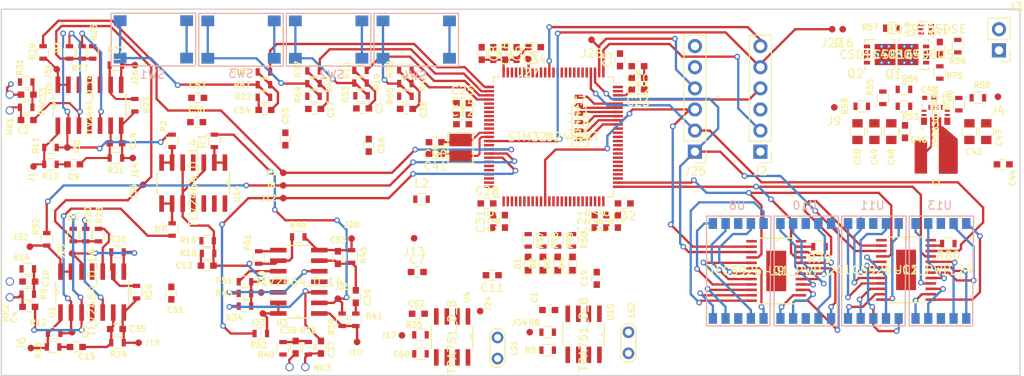
<source format=kicad_pcb>
(kicad_pcb (version 4) (host pcbnew 4.0.7)
  (layers (0 F.Cu signal) (1 In1.Cu power) (2 In2.Cu power) (31 B.Cu signal) (36 B.SilkS user) (37 F.SilkS user) (38 B.Mask user) (39 F.Mask user) (44 Edge.Cuts user))
  (net 0 "")
  (net 1 GND)
  (net 2 "Net-(C1-Pad2)")
  (net 3 "Net-(C3-Pad2)")
  (net 4 VDD)
  (net 5 VDDA)
  (net 6 "Net-(C9-Pad2)")
  (net 7 "Net-(C10-Pad2)")
  (net 8 "Net-(C21-Pad2)")
  (net 9 "Net-(C23-Pad2)")
  (net 10 "Net-(C33-Pad2)")
  (net 11 /OSC_IN)
  (net 12 /OSC_OUT)
  (net 13 "Net-(C42-Pad2)")
  (net 14 "Net-(C45-Pad2)")
  (net 15 "Net-(C46-Pad2)")
  (net 16 "Net-(C47-Pad2)")
  (net 17 "Net-(C52-Pad2)")
  (net 18 "Net-(C54-Pad2)")
  (net 19 "Net-(D1-Pad2)")
  (net 20 "Net-(D2-Pad2)")
  (net 21 "Net-(D3-Pad2)")
  (net 22 "Net-(D4-Pad2)")
  (net 23 /TCK)
  (net 24 /TMS)
  (net 25 /NRST)
  (net 26 /SWO)
  (net 27 /Batt+)
  (net 28 /In11)
  (net 29 /SCK)
  (net 30 /In12)
  (net 31 /MISO)
  (net 32 /In13)
  (net 33 /MOSI)
  (net 34 /Pop_Sup)
  (net 35 /BOOT0)
  (net 36 "Net-(L1-Pad1)")
  (net 37 "Net-(L1-Pad2)")
  (net 38 "Net-(LS1-Pad1)")
  (net 39 "Net-(LS1-Pad2)")
  (net 40 "Net-(Q1-Pad4)")
  (net 41 "Net-(Q1-Pad5)")
  (net 42 "Net-(Q2-Pad4)")
  (net 43 "Net-(R35-Pad2)")
  (net 44 /LED_R)
  (net 45 /LED_B)
  (net 46 /LED_Y)
  (net 47 /LED_G)
  (net 48 "Net-(R52-Pad2)")
  (net 49 "Net-(R53-Pad2)")
  (net 50 "Net-(R55-Pad2)")
  (net 51 "Net-(R57-Pad2)")
  (net 52 /UserBtn1)
  (net 53 /UserBtn3)
  (net 54 /UserBtn2)
  (net 55 /UserBtn4)
  (net 56 "Net-(R79-Pad2)")
  (net 57 "Net-(R80-Pad2)")
  (net 58 "Net-(U8-Pad5)")
  (net 59 "Net-(U8-Pad4)")
  (net 60 "Net-(U8-Pad2)")
  (net 61 "Net-(U8-Pad1)")
  (net 62 "Net-(U8-Pad6)")
  (net 63 "Net-(U8-Pad7)")
  (net 64 "Net-(U8-Pad9)")
  (net 65 "Net-(U8-Pad10)")
  (net 66 "Net-(U10-Pad5)")
  (net 67 "Net-(U10-Pad4)")
  (net 68 "Net-(U10-Pad2)")
  (net 69 "Net-(U10-Pad1)")
  (net 70 "Net-(U10-Pad6)")
  (net 71 "Net-(U10-Pad7)")
  (net 72 "Net-(U10-Pad9)")
  (net 73 "Net-(U10-Pad10)")
  (net 74 "Net-(U11-Pad5)")
  (net 75 "Net-(U11-Pad4)")
  (net 76 "Net-(U11-Pad2)")
  (net 77 "Net-(U11-Pad1)")
  (net 78 "Net-(U11-Pad6)")
  (net 79 "Net-(U11-Pad7)")
  (net 80 "Net-(U11-Pad9)")
  (net 81 "Net-(U11-Pad10)")
  (net 82 "Net-(U12-Pad13)")
  (net 83 "Net-(U12-Pad18)")
  (net 84 "Net-(U12-Pad17)")
  (net 85 "Net-(U12-Pad16)")
  (net 86 "Net-(U12-Pad19)")
  (net 87 "Net-(U12-Pad20)")
  (net 88 "Net-(U12-Pad15)")
  (net 89 "Net-(U12-Pad14)")
  (net 90 "Net-(U12-Pad2)")
  (net 91 /Batt-)
  (net 92 "Net-(Q1-Pad1)")
  (net 93 /u1a+)
  (net 94 /u2a+)
  (net 95 /u1b-)
  (net 96 /u1bo)
  (net 97 "Net-(C15-Pad2)")
  (net 98 /u2b-)
  (net 99 /u2bo)
  (net 100 "Net-(C36-Pad2)")
  (net 101 /u3a+)
  (net 102 "Net-(C38-Pad2)")
  (net 103 "Net-(C39-Pad2)")
  (net 104 /u3b-)
  (net 105 /u3bo)
  (net 106 /u1a-)
  (net 107 /u2a-)
  (net 108 /u1ao)
  (net 109 /u2ao)
  (net 110 /u1b+)
  (net 111 /u2b+)
  (net 112 /u1c-)
  (net 113 /u1c+)
  (net 114 /u2c-)
  (net 115 /u1co)
  (net 116 /u2c+)
  (net 117 /u1d-)
  (net 118 /u2co)
  (net 119 /u2d-)
  (net 120 /u3a-)
  (net 121 /u3ao)
  (net 122 /u3b+)
  (net 123 /u3c-)
  (net 124 /u3c+)
  (net 125 /u3co)
  (net 126 /u3d-)
  (net 127 "Net-(C2-Pad2)")
  (net 128 "Net-(C4-Pad2)")
  (net 129 /Com_165)
  (net 130 "Net-(C17-Pad2)")
  (net 131 "Net-(C37-Pad2)")
  (net 132 /DAC_O1)
  (net 133 /SS)
  (net 134 /DAC_O2)
  (net 135 "Net-(LS2-Pad1)")
  (net 136 "Net-(LS2-Pad2)")
  (net 137 /u4a-)
  (net 138 /u4b-)
  (net 139 /u4c-)
  (net 140 "Net-(R8-Pad2)")
  (net 141 "Net-(R19-Pad2)")
  (net 142 "Net-(R22-Pad1)")
  (net 143 "Net-(R42-Pad2)")
  (net 144 "Net-(R44-Pad2)")
  (net 145 /Driver_oE)
  (net 146 /Driver_inE)
  (net 147 /GPIO_6)
  (net 148 /GPIO_5)
  (net 149 /GPIO_4)
  (net 150 /GPIO_3)
  (net 151 /GPIO_2)
  (net 152 /GPIO_1)
  (module Resistors_SMD:R_0603 (layer F.Cu) (at 128.7145 105.41 90)
    (fp_text reference R25 (at 2.413 0.127 90) (layer F.SilkS) (effects (font (size 0.7 0.7))))
    (fp_text value 1K)
    (pad 1 smd rect (at -0.75 0 90) (size 0.5 0.9) (layers F.Cu F.Mask) (net 129 /Com_165))
    (pad 2 smd rect (at 0.75 0 90) (size 0.5 0.9) (layers F.Cu F.Mask) (net 113 /u1c+))
  )
  (module custom:STM32F74XVXT (layer F.Cu) (at 184.15 115.57)
    (fp_text reference U2 (at 0 0) (layer F.SilkS))
    (fp_text value STM32F74XVXT (at 0 0) (layer F.SilkS))
    (pad 1 smd rect (at -7.75 -6.000001) (size 1.2 0.3) (layers F.Cu F.Mask) (net 52 /UserBtn1))
    (pad 2 smd rect (at -7.75 -5.499999) (size 1.2 0.3) (layers F.Cu F.Mask) (net 54 /UserBtn2))
    (pad 3 smd rect (at -7.75 -5) (size 1.2 0.3) (layers F.Cu F.Mask) (net 53 /UserBtn3))
    (pad 4 smd rect (at -7.75 -4.500001) (size 1.2 0.3) (layers F.Cu F.Mask) (net 55 /UserBtn4))
    (pad 5 smd rect (at -7.75 -4) (size 1.2 0.3) (layers F.Cu F.Mask))
    (pad 6 smd rect (at -7.75 -3.500001) (size 1.2 0.3) (layers F.Cu F.Mask) (net 4 VDD))
    (pad 7 smd rect (at -7.75 -2.999999) (size 1.2 0.3) (layers F.Cu F.Mask))
    (pad 8 smd rect (at -7.75 -2.5) (size 1.2 0.3) (layers F.Cu F.Mask))
    (pad 9 smd rect (at -7.75 -2.000001) (size 1.2 0.3) (layers F.Cu F.Mask))
    (pad 10 smd rect (at -7.75 -1.5) (size 1.2 0.3) (layers F.Cu F.Mask) (net 1 GND))
    (pad 11 smd rect (at -7.75 -1.000001) (size 1.2 0.3) (layers F.Cu F.Mask) (net 4 VDD))
    (pad 12 smd rect (at -7.75 -0.500002) (size 1.2 0.3) (layers F.Cu F.Mask) (net 11 /OSC_IN))
    (pad 13 smd rect (at -7.75 0) (size 1.2 0.3) (layers F.Cu F.Mask) (net 12 /OSC_OUT))
    (pad 14 smd rect (at -7.75 0.499999) (size 1.2 0.3) (layers F.Cu F.Mask) (net 25 /NRST))
    (pad 15 smd rect (at -7.75 1.000001) (size 1.2 0.3) (layers F.Cu F.Mask))
    (pad 16 smd rect (at -7.75 1.5) (size 1.2 0.3) (layers F.Cu F.Mask) (net 28 /In11))
    (pad 17 smd rect (at -7.75 1.999999) (size 1.2 0.3) (layers F.Cu F.Mask) (net 30 /In12))
    (pad 18 smd rect (at -7.75 2.5) (size 1.2 0.3) (layers F.Cu F.Mask) (net 32 /In13))
    (pad 19 smd rect (at -7.75 2.999999) (size 1.2 0.3) (layers F.Cu F.Mask) (net 1 GND))
    (pad 20 smd rect (at -7.75 3.500001) (size 1.2 0.3) (layers F.Cu F.Mask) (net 5 VDDA))
    (pad 21 smd rect (at -7.75 4) (size 1.2 0.3) (layers F.Cu F.Mask) (net 5 VDDA))
    (pad 22 smd rect (at -7.75 4.499999) (size 1.2 0.3) (layers F.Cu F.Mask))
    (pad 23 smd rect (at -7.75 5) (size 1.2 0.3) (layers F.Cu F.Mask))
    (pad 24 smd rect (at -7.75 5.499999) (size 1.2 0.3) (layers F.Cu F.Mask))
    (pad 25 smd rect (at -7.75 6.000001) (size 1.2 0.3) (layers F.Cu F.Mask) (net 34 /Pop_Sup))
    (pad 26 smd rect (at -6.000001 7.75 90) (size 1.2 0.3) (layers F.Cu F.Mask) (net 1 GND))
    (pad 27 smd rect (at -5.499999 7.75 90) (size 1.2 0.3) (layers F.Cu F.Mask) (net 4 VDD))
    (pad 28 smd rect (at -5 7.75 90) (size 1.2 0.3) (layers F.Cu F.Mask) (net 132 /DAC_O1))
    (pad 29 smd rect (at -4.500001 7.75 90) (size 1.2 0.3) (layers F.Cu F.Mask) (net 134 /DAC_O2))
    (pad 30 smd rect (at -4 7.75 90) (size 1.2 0.3) (layers F.Cu F.Mask))
    (pad 31 smd rect (at -3.500001 7.75 90) (size 1.2 0.3) (layers F.Cu F.Mask) (net 44 /LED_R))
    (pad 32 smd rect (at -2.999999 7.75 90) (size 1.2 0.3) (layers F.Cu F.Mask) (net 45 /LED_B))
    (pad 33 smd rect (at -2.5 7.75 90) (size 1.2 0.3) (layers F.Cu F.Mask) (net 46 /LED_Y))
    (pad 34 smd rect (at -2.000001 7.75 90) (size 1.2 0.3) (layers F.Cu F.Mask) (net 47 /LED_G))
    (pad 35 smd rect (at -1.5 7.75 90) (size 1.2 0.3) (layers F.Cu F.Mask))
    (pad 36 smd rect (at -1.000001 7.75 90) (size 1.2 0.3) (layers F.Cu F.Mask) (net 33 /MOSI))
    (pad 37 smd rect (at -0.499999 7.75 90) (size 1.2 0.3) (layers F.Cu F.Mask))
    (pad 38 smd rect (at 0 7.75 90) (size 1.2 0.3) (layers F.Cu F.Mask))
    (pad 39 smd rect (at 0.499999 7.75 90) (size 1.2 0.3) (layers F.Cu F.Mask))
    (pad 40 smd rect (at 1.000001 7.75 90) (size 1.2 0.3) (layers F.Cu F.Mask))
    (pad 41 smd rect (at 1.5 7.75 90) (size 1.2 0.3) (layers F.Cu F.Mask))
    (pad 42 smd rect (at 2.000001 7.75 90) (size 1.2 0.3) (layers F.Cu F.Mask))
    (pad 43 smd rect (at 2.5 7.75 90) (size 1.2 0.3) (layers F.Cu F.Mask))
    (pad 44 smd rect (at 2.999999 7.75 90) (size 1.2 0.3) (layers F.Cu F.Mask))
    (pad 45 smd rect (at 3.500001 7.75 90) (size 1.2 0.3) (layers F.Cu F.Mask))
    (pad 46 smd rect (at 4 7.75 90) (size 1.2 0.3) (layers F.Cu F.Mask))
    (pad 47 smd rect (at 4.500001 7.75 90) (size 1.2 0.3) (layers F.Cu F.Mask))
    (pad 48 smd rect (at 5 7.75 90) (size 1.2 0.3) (layers F.Cu F.Mask) (net 8 "Net-(C21-Pad2)"))
    (pad 49 smd rect (at 5.499999 7.75 90) (size 1.2 0.3) (layers F.Cu F.Mask) (net 1 GND))
    (pad 50 smd rect (at 6.000001 7.75 90) (size 1.2 0.3) (layers F.Cu F.Mask) (net 4 VDD))
    (pad 51 smd rect (at 7.75 6.000001) (size 1.2 0.3) (layers F.Cu F.Mask) (net 145 /Driver_oE))
    (pad 52 smd rect (at 7.75 5.499999) (size 1.2 0.3) (layers F.Cu F.Mask) (net 146 /Driver_inE))
    (pad 53 smd rect (at 7.75 5) (size 1.2 0.3) (layers F.Cu F.Mask))
    (pad 54 smd rect (at 7.75 4.500001) (size 1.2 0.3) (layers F.Cu F.Mask))
    (pad 55 smd rect (at 7.75 4) (size 1.2 0.3) (layers F.Cu F.Mask))
    (pad 56 smd rect (at 7.75 3.500001) (size 1.2 0.3) (layers F.Cu F.Mask))
    (pad 57 smd rect (at 7.75 2.999999) (size 1.2 0.3) (layers F.Cu F.Mask))
    (pad 58 smd rect (at 7.75 2.5) (size 1.2 0.3) (layers F.Cu F.Mask))
    (pad 59 smd rect (at 7.75 2.000001) (size 1.2 0.3) (layers F.Cu F.Mask))
    (pad 60 smd rect (at 7.75 1.5) (size 1.2 0.3) (layers F.Cu F.Mask))
    (pad 61 smd rect (at 7.75 1.000001) (size 1.2 0.3) (layers F.Cu F.Mask))
    (pad 62 smd rect (at 7.75 0.499999) (size 1.2 0.3) (layers F.Cu F.Mask))
    (pad 63 smd rect (at 7.75 0) (size 1.2 0.3) (layers F.Cu F.Mask))
    (pad 64 smd rect (at 7.75 -0.499999) (size 1.2 0.3) (layers F.Cu F.Mask))
    (pad 65 smd rect (at 7.75 -1.000001) (size 1.2 0.3) (layers F.Cu F.Mask))
    (pad 66 smd rect (at 7.75 -1.5) (size 1.2 0.3) (layers F.Cu F.Mask) (net 147 /GPIO_6))
    (pad 67 smd rect (at 7.75 -2.000001) (size 1.2 0.3) (layers F.Cu F.Mask) (net 148 /GPIO_5))
    (pad 68 smd rect (at 7.75 -2.5) (size 1.2 0.3) (layers F.Cu F.Mask) (net 149 /GPIO_4))
    (pad 69 smd rect (at 7.75 -2.999999) (size 1.2 0.3) (layers F.Cu F.Mask) (net 150 /GPIO_3))
    (pad 70 smd rect (at 7.75 -3.500001) (size 1.2 0.3) (layers F.Cu F.Mask) (net 151 /GPIO_2))
    (pad 71 smd rect (at 7.75 -4) (size 1.2 0.3) (layers F.Cu F.Mask) (net 152 /GPIO_1))
    (pad 72 smd rect (at 7.75 -4.500001) (size 1.2 0.3) (layers F.Cu F.Mask) (net 24 /TMS))
    (pad 73 smd rect (at 7.75 -5) (size 1.2 0.3) (layers F.Cu F.Mask) (net 9 "Net-(C23-Pad2)"))
    (pad 74 smd rect (at 7.75 -5.499999) (size 1.2 0.3) (layers F.Cu F.Mask) (net 1 GND))
    (pad 75 smd rect (at 7.75 -6.000001) (size 1.2 0.3) (layers F.Cu F.Mask) (net 4 VDD))
    (pad 76 smd rect (at 6.000001 -7.75 90) (size 1.2 0.3) (layers F.Cu F.Mask) (net 23 /TCK))
    (pad 77 smd rect (at 5.499999 -7.75 90) (size 1.2 0.3) (layers F.Cu F.Mask) (net 133 /SS))
    (pad 78 smd rect (at 5 -7.75 90) (size 1.2 0.3) (layers F.Cu F.Mask) (net 29 /SCK))
    (pad 79 smd rect (at 4.500001 -7.75 90) (size 1.2 0.3) (layers F.Cu F.Mask) (net 31 /MISO))
    (pad 80 smd rect (at 4 -7.75 90) (size 1.2 0.3) (layers F.Cu F.Mask))
    (pad 81 smd rect (at 3.500001 -7.75 90) (size 1.2 0.3) (layers F.Cu F.Mask))
    (pad 82 smd rect (at 2.999999 -7.75 90) (size 1.2 0.3) (layers F.Cu F.Mask))
    (pad 83 smd rect (at 2.5 -7.75 90) (size 1.2 0.3) (layers F.Cu F.Mask))
    (pad 84 smd rect (at 2.000001 -7.75 90) (size 1.2 0.3) (layers F.Cu F.Mask))
    (pad 85 smd rect (at 1.5 -7.75 90) (size 1.2 0.3) (layers F.Cu F.Mask))
    (pad 86 smd rect (at 1.000001 -7.75 90) (size 1.2 0.3) (layers F.Cu F.Mask))
    (pad 87 smd rect (at 0.499999 -7.75 90) (size 1.2 0.3) (layers F.Cu F.Mask))
    (pad 88 smd rect (at 0 -7.75 90) (size 1.2 0.3) (layers F.Cu F.Mask))
    (pad 89 smd rect (at -0.499999 -7.75 90) (size 1.2 0.3) (layers F.Cu F.Mask) (net 26 /SWO))
    (pad 90 smd rect (at -1.000001 -7.75 90) (size 1.2 0.3) (layers F.Cu F.Mask))
    (pad 91 smd rect (at -1.5 -7.75 90) (size 1.2 0.3) (layers F.Cu F.Mask))
    (pad 92 smd rect (at -2.000001 -7.75 90) (size 1.2 0.3) (layers F.Cu F.Mask))
    (pad 93 smd rect (at -2.5 -7.75 90) (size 1.2 0.3) (layers F.Cu F.Mask))
    (pad 94 smd rect (at -2.999999 -7.75 90) (size 1.2 0.3) (layers F.Cu F.Mask) (net 35 /BOOT0))
    (pad 95 smd rect (at -3.500001 -7.75 90) (size 1.2 0.3) (layers F.Cu F.Mask))
    (pad 96 smd rect (at -4 -7.75 90) (size 1.2 0.3) (layers F.Cu F.Mask))
    (pad 97 smd rect (at -4.500001 -7.75 90) (size 1.2 0.3) (layers F.Cu F.Mask))
    (pad 98 smd rect (at -5 -7.75 90) (size 1.2 0.3) (layers F.Cu F.Mask))
    (pad 99 smd rect (at -5.499999 -7.75 90) (size 1.2 0.3) (layers F.Cu F.Mask) (net 1 GND))
    (pad 100 smd rect (at -6.000001 -7.75 90) (size 1.2 0.3) (layers F.Cu F.Mask) (net 4 VDD))
  )
  (module Capacitors_SMD:C_0603 (layer F.Cu) (at 192.151 106.299 90)
    (fp_text reference C5 (at 0 -1.5 90) (layer F.SilkS))
    (fp_text value 1uF)
    (pad 2 smd rect (at 0.75 0 90) (size 0.8 0.75) (layers F.Cu F.Mask) (net 1 GND))
    (pad 1 smd rect (at -0.75 0 90) (size 0.8 0.75) (layers F.Cu F.Mask) (net 4 VDD))
  )
  (module Capacitors_SMD:C_0603 (layer F.Cu) (at 178.308 105.537 270)
    (fp_text reference C6 (at 0 -1.5 270) (layer F.SilkS))
    (fp_text value 100nF)
    (pad 2 smd rect (at 0.75 0 270) (size 0.8 0.75) (layers F.Cu F.Mask) (net 4 VDD))
    (pad 1 smd rect (at -0.75 0 270) (size 0.8 0.75) (layers F.Cu F.Mask) (net 1 GND))
  )
  (module Capacitors_SMD:C_0603 (layer F.Cu) (at 167.767 131.826)
    (fp_text reference C7 (at 0 -1.5) (layer F.SilkS))
    (fp_text value 100nF)
    (pad 2 smd rect (at 0.75 0) (size 0.8 0.75) (layers F.Cu F.Mask) (net 5 VDDA))
    (pad 1 smd rect (at -0.75 0) (size 0.8 0.75) (layers F.Cu F.Mask) (net 1 GND))
  )
  (module Capacitors_SMD:C_0603 (layer F.Cu) (at 175.514 105.537 270)
    (fp_text reference C8 (at 0 -1.5 270) (layer F.SilkS))
    (fp_text value 100nF)
    (pad 2 smd rect (at 0.75 0 270) (size 0.8 0.75) (layers F.Cu F.Mask) (net 4 VDD))
    (pad 1 smd rect (at -0.75 0 270) (size 0.8 0.75) (layers F.Cu F.Mask) (net 1 GND))
  )
  (module Capacitors_SMD:C_0603 (layer F.Cu) (at 176.784 132.207 180)
    (fp_text reference C11 (at 0 -1.5 180) (layer F.SilkS))
    (fp_text value 1uF)
    (pad 2 smd rect (at 0.75 0 180) (size 0.8 0.75) (layers F.Cu F.Mask) (net 5 VDDA))
    (pad 1 smd rect (at -0.75 0 180) (size 0.8 0.75) (layers F.Cu F.Mask) (net 1 GND))
  )
  (module Capacitors_SMD:C_0603 (layer F.Cu) (at 173.228 114.046)
    (fp_text reference C12 (at 0 -1.5) (layer F.SilkS))
    (fp_text value 100nF)
    (pad 2 smd rect (at 0.75 0) (size 0.8 0.75) (layers F.Cu F.Mask) (net 4 VDD))
    (pad 1 smd rect (at -0.75 0) (size 0.8 0.75) (layers F.Cu F.Mask) (net 1 GND))
  )
  (module Capacitors_SMD:C_0603 (layer F.Cu) (at 161.925 116.586 270)
    (fp_text reference C16 (at 0 -1.5 270) (layer F.SilkS) (effects (font (size 0.7 0.7))))
    (fp_text value 10uF)
    (pad 2 smd rect (at 0.75 0 270) (size 0.8 0.75) (layers F.Cu F.Mask) (net 5 VDDA))
    (pad 1 smd rect (at -0.75 0 270) (size 0.8 0.75) (layers F.Cu F.Mask) (net 1 GND))
  )
  (module Capacitors_SMD:C_0603 (layer F.Cu) (at 191.897 125.73 90)
    (fp_text reference C18 (at 0 -1.5 90) (layer F.SilkS))
    (fp_text value 100nF)
    (pad 2 smd rect (at 0.75 0 90) (size 0.8 0.75) (layers F.Cu F.Mask) (net 4 VDD))
    (pad 1 smd rect (at -0.75 0 90) (size 0.8 0.75) (layers F.Cu F.Mask) (net 1 GND))
  )
  (module Capacitors_SMD:C_0603 (layer F.Cu) (at 189.357 132.588 90)
    (fp_text reference C19 (at 0 -1.5 90) (layer F.SilkS) (effects (font (size 0.7 0.7))))
    (fp_text value 10uF)
    (pad 2 smd rect (at 0.75 0 90) (size 0.8 0.75) (layers F.Cu F.Mask) (net 5 VDDA))
    (pad 1 smd rect (at -0.75 0 90) (size 0.8 0.75) (layers F.Cu F.Mask) (net 1 GND))
  )
  (module Capacitors_SMD:C_0603 (layer F.Cu) (at 179.705 105.537 270)
    (fp_text reference C20 (at 0 -1.5 270) (layer F.SilkS))
    (fp_text value 100nF)
    (pad 2 smd rect (at 0.75 0 270) (size 0.8 0.75) (layers F.Cu F.Mask) (net 4 VDD))
    (pad 1 smd rect (at -0.75 0 270) (size 0.8 0.75) (layers F.Cu F.Mask) (net 1 GND))
  )
  (module Capacitors_SMD:C_0603 (layer F.Cu) (at 189.103 125.73 90)
    (fp_text reference C21 (at 0 -1.5 90) (layer F.SilkS))
    (fp_text value 2.2uF)
    (pad 2 smd rect (at 0.75 0 90) (size 0.8 0.75) (layers F.Cu F.Mask) (net 8 "Net-(C21-Pad2)"))
    (pad 1 smd rect (at -0.75 0 90) (size 0.8 0.75) (layers F.Cu F.Mask) (net 1 GND))
  )
  (module Capacitors_SMD:C_0603 (layer F.Cu) (at 194.31 108.458 180)
    (fp_text reference C22 (at 0 -1.5 180) (layer F.SilkS))
    (fp_text value 100nF)
    (pad 2 smd rect (at 0.75 0 180) (size 0.8 0.75) (layers F.Cu F.Mask) (net 4 VDD))
    (pad 1 smd rect (at -0.75 0 180) (size 0.8 0.75) (layers F.Cu F.Mask) (net 1 GND))
  )
  (module Capacitors_SMD:C_0603 (layer F.Cu) (at 194.31 109.855 180)
    (fp_text reference C23 (at 0 -1.5 180) (layer F.SilkS))
    (fp_text value 2.2uF)
    (pad 2 smd rect (at 0.75 0 180) (size 0.8 0.75) (layers F.Cu F.Mask) (net 9 "Net-(C23-Pad2)"))
    (pad 1 smd rect (at -0.75 0 180) (size 0.8 0.75) (layers F.Cu F.Mask) (net 1 GND))
  )
  (module Capacitors_SMD:C_0603 (layer F.Cu) (at 173.228 112.903)
    (fp_text reference C24 (at 0 -1.5) (layer F.SilkS))
    (fp_text value 100nF)
    (pad 2 smd rect (at 0.75 0) (size 0.8 0.75) (layers F.Cu F.Mask) (net 4 VDD))
    (pad 1 smd rect (at -0.75 0) (size 0.8 0.75) (layers F.Cu F.Mask) (net 1 GND))
  )
  (module Capacitors_SMD:C_0603 (layer F.Cu) (at 173.228 111.506)
    (fp_text reference C25 (at 0 -1.5) (layer F.SilkS))
    (fp_text value 100nF)
    (pad 2 smd rect (at 0.75 0) (size 0.8 0.75) (layers F.Cu F.Mask) (net 4 VDD))
    (pad 1 smd rect (at -0.75 0) (size 0.8 0.75) (layers F.Cu F.Mask) (net 1 GND))
  )
  (module Capacitors_SMD:C_0603 (layer F.Cu) (at 176.911 105.537 270)
    (fp_text reference C26 (at 0 -1.5 270) (layer F.SilkS))
    (fp_text value 100nF)
    (pad 2 smd rect (at 0.75 0 270) (size 0.8 0.75) (layers F.Cu F.Mask) (net 4 VDD))
    (pad 1 smd rect (at -0.75 0 270) (size 0.8 0.75) (layers F.Cu F.Mask) (net 1 GND))
  )
  (module Capacitors_SMD:C_0603 (layer F.Cu) (at 190.5 125.73 90)
    (fp_text reference C27 (at 0 -1.5 90) (layer F.SilkS))
    (fp_text value 100nF)
    (pad 2 smd rect (at 0.75 0 90) (size 0.8 0.75) (layers F.Cu F.Mask) (net 4 VDD))
    (pad 1 smd rect (at -0.75 0 90) (size 0.8 0.75) (layers F.Cu F.Mask) (net 1 GND))
  )
  (module Capacitors_SMD:C_0603 (layer F.Cu) (at 176.149 123.571)
    (fp_text reference C28 (at 0 -1.5) (layer F.SilkS))
    (fp_text value 100nF)
    (pad 2 smd rect (at 0.75 0) (size 0.8 0.75) (layers F.Cu F.Mask) (net 4 VDD))
    (pad 1 smd rect (at -0.75 0) (size 0.8 0.75) (layers F.Cu F.Mask) (net 1 GND))
  )
  (module Capacitors_SMD:C_0603 (layer F.Cu) (at 178.308 125.73 90)
    (fp_text reference C29 (at 0 -1.5 90) (layer F.SilkS))
    (fp_text value 100nF)
    (pad 2 smd rect (at 0.75 0 90) (size 0.8 0.75) (layers F.Cu F.Mask) (net 4 VDD))
    (pad 1 smd rect (at -0.75 0 90) (size 0.8 0.75) (layers F.Cu F.Mask) (net 1 GND))
  )
  (module Capacitors_SMD:C_0603 (layer F.Cu) (at 194.31 107.061 180)
    (fp_text reference C30 (at 0 -1.5 180) (layer F.SilkS))
    (fp_text value 100nF)
    (pad 2 smd rect (at 0.75 0 180) (size 0.8 0.75) (layers F.Cu F.Mask) (net 4 VDD))
    (pad 1 smd rect (at -0.75 0 180) (size 0.8 0.75) (layers F.Cu F.Mask) (net 1 GND))
  )
  (module Capacitors_SMD:C_0603 (layer F.Cu) (at 176.911 125.73 90)
    (fp_text reference C31 (at 0 -1.5 90) (layer F.SilkS))
    (fp_text value 100nF)
    (pad 2 smd rect (at 0.75 0 90) (size 0.8 0.75) (layers F.Cu F.Mask) (net 4 VDD))
    (pad 1 smd rect (at -0.75 0 90) (size 0.8 0.75) (layers F.Cu F.Mask) (net 1 GND))
  )
  (module Capacitors_SMD:C_0603 (layer F.Cu) (at 192.659 123.571 180)
    (fp_text reference C32 (at 0 -1.5 180) (layer F.SilkS))
    (fp_text value 100nF)
    (pad 2 smd rect (at 0.75 0 180) (size 0.8 0.75) (layers F.Cu F.Mask) (net 4 VDD))
    (pad 1 smd rect (at -0.75 0 180) (size 0.8 0.75) (layers F.Cu F.Mask) (net 1 GND))
  )
  (module Capacitors_SMD:C_0603 (layer F.Cu) (at 181.864 104.775 180)
    (fp_text reference C34 (at 0 -1.5 180) (layer F.SilkS))
    (fp_text value 4.7uF)
    (pad 2 smd rect (at 0.75 0 180) (size 0.8 0.75) (layers F.Cu F.Mask) (net 4 VDD))
    (pad 1 smd rect (at -0.75 0 180) (size 0.8 0.75) (layers F.Cu F.Mask) (net 1 GND))
  )
  (module Capacitors_SMD:C_0603 (layer F.Cu) (at 166.4589 112.2045)
    (fp_text reference C36 (at 2.0701 0.0635 90) (layer F.SilkS) (effects (font (size 0.7 0.7))))
    (fp_text value 1uF)
    (pad 2 smd rect (at 0.75 0) (size 0.8 0.75) (layers F.Cu F.Mask) (net 100 "Net-(C36-Pad2)"))
    (pad 1 smd rect (at -0.75 0) (size 0.8 0.75) (layers F.Cu F.Mask) (net 1 GND))
  )
  (module Capacitors_SMD:C_0603 (layer F.Cu) (at 169.926 116.205 180)
    (fp_text reference C40 (at 0 -1.5 180) (layer F.SilkS))
    (fp_text value 4.3pF)
    (pad 2 smd rect (at 0.75 0 180) (size 0.8 0.75) (layers F.Cu F.Mask) (net 1 GND))
    (pad 1 smd rect (at -0.75 0 180) (size 0.8 0.75) (layers F.Cu F.Mask) (net 11 /OSC_IN))
  )
  (module Capacitors_SMD:C_0603 (layer F.Cu) (at 169.926 117.602 180)
    (fp_text reference C41 (at 0 -1.5 180) (layer F.SilkS))
    (fp_text value 4.3pF)
    (pad 2 smd rect (at 0.75 0 180) (size 0.8 0.75) (layers F.Cu F.Mask) (net 1 GND))
    (pad 1 smd rect (at -0.75 0 180) (size 0.8 0.75) (layers F.Cu F.Mask) (net 12 /OSC_OUT))
  )
  (module Capacitors_SMD:C_0805 (layer F.Cu) (at 234.188 114.935 90)
    (fp_text reference C42 (at -2.413 0.508 180) (layer F.SilkS) (effects (font (size 0.7 0.7))))
    (fp_text value 10uF)
    (pad 1 smd rect (at -1 0 90) (size 1 1.25) (layers F.Cu F.Mask) (net 1 GND))
    (pad 2 smd rect (at 1 0 90) (size 1 1.25) (layers F.Cu F.Mask) (net 13 "Net-(C42-Pad2)"))
  )
  (module Capacitors_SMD:C_0805 (layer F.Cu) (at 236.22 114.935 90)
    (fp_text reference C43 (at -0.762 1.524 90) (layer F.SilkS) (effects (font (size 0.7 0.7))))
    (fp_text value 10uF)
    (pad 1 smd rect (at -1 0 90) (size 1 1.25) (layers F.Cu F.Mask) (net 1 GND))
    (pad 2 smd rect (at 1 0 90) (size 1 1.25) (layers F.Cu F.Mask) (net 13 "Net-(C42-Pad2)"))
  )
  (module Capacitors_SMD:C_0603 (layer F.Cu) (at 238.252 118.872 180)
    (fp_text reference C44 (at -1.143 -1.651 270) (layer F.SilkS) (effects (font (size 0.7 0.7))))
    (fp_text value 10uF)
    (pad 2 smd rect (at 0.75 0 180) (size 0.8 0.75) (layers F.Cu F.Mask) (net 13 "Net-(C42-Pad2)"))
    (pad 1 smd rect (at -0.75 0 180) (size 0.8 0.75) (layers F.Cu F.Mask) (net 1 GND))
  )
  (module Capacitors_SMD:C_0402 (layer F.Cu) (at 229.362 110.871)
    (fp_text reference C45 (at 0 -1.016) (layer F.SilkS) (effects (font (size 0.7 0.7))))
    (fp_text value 100nF)
    (pad 1 smd rect (at -0.55 0) (size 0.6 0.5) (layers F.Cu F.Mask) (net 1 GND))
    (pad 2 smd rect (at 0.55 0) (size 0.6 0.5) (layers F.Cu F.Mask) (net 14 "Net-(C45-Pad2)"))
  )
  (module Capacitors_SMD:C_0603 (layer F.Cu) (at 226.441 114.935 90)
    (fp_text reference C46 (at -0.9525 1.651 180) (layer F.SilkS) (effects (font (size 0.7 0.7))))
    (fp_text value 10uF)
    (pad 2 smd rect (at 0.75 0 90) (size 0.8 0.75) (layers F.Cu F.Mask) (net 15 "Net-(C46-Pad2)"))
    (pad 1 smd rect (at -0.75 0 90) (size 0.8 0.75) (layers F.Cu F.Mask) (net 1 GND))
  )
  (module Capacitors_SMD:C_0603 (layer F.Cu) (at 230.632 104.902 90)
    (fp_text reference C47 (at 1.905 -0.127 180) (layer F.SilkS) (effects (font (size 0.7 0.7))))
    (fp_text value 100nF)
    (pad 2 smd rect (at 0.75 0 90) (size 0.8 0.75) (layers F.Cu F.Mask) (net 16 "Net-(C47-Pad2)"))
    (pad 1 smd rect (at -0.75 0 90) (size 0.8 0.75) (layers F.Cu F.Mask) (net 91 /Batt-))
  )
  (module Capacitors_SMD:C_0805 (layer F.Cu) (at 224.79 114.935 90)
    (fp_text reference C48 (at -3.048 0 270) (layer F.SilkS) (effects (font (size 0.7 0.7))))
    (fp_text value 22uF)
    (pad 1 smd rect (at -1 0 90) (size 1 1.25) (layers F.Cu F.Mask) (net 1 GND))
    (pad 2 smd rect (at 1 0 90) (size 1 1.25) (layers F.Cu F.Mask) (net 15 "Net-(C46-Pad2)"))
  )
  (module Capacitors_SMD:C_0805 (layer F.Cu) (at 222.758 114.935 90)
    (fp_text reference C49 (at -3.048 0 270) (layer F.SilkS) (effects (font (size 0.7 0.7))))
    (fp_text value 22uF)
    (pad 1 smd rect (at -1 0 90) (size 1 1.25) (layers F.Cu F.Mask) (net 1 GND))
    (pad 2 smd rect (at 1 0 90) (size 1 1.25) (layers F.Cu F.Mask) (net 15 "Net-(C46-Pad2)"))
  )
  (module Capacitors_SMD:C_0805 (layer F.Cu) (at 220.726 114.935 90)
    (fp_text reference C50 (at -3.048 0 90) (layer F.SilkS) (effects (font (size 0.7 0.7))))
    (fp_text value 22uF)
    (pad 1 smd rect (at -1 0 90) (size 1 1.25) (layers F.Cu F.Mask) (net 1 GND))
    (pad 2 smd rect (at 1 0 90) (size 1 1.25) (layers F.Cu F.Mask) (net 15 "Net-(C46-Pad2)"))
  )
  (module Capacitors_SMD:C_0603 (layer F.Cu) (at 167.894 136.8425)
    (fp_text reference C52 (at -0.254 -1.2065) (layer F.SilkS) (effects (font (size 0.7 0.7))))
    (fp_text value 1uF)
    (pad 2 smd rect (at 0.75 0) (size 0.8 0.75) (layers F.Cu F.Mask) (net 17 "Net-(C52-Pad2)"))
    (pad 1 smd rect (at -0.75 0) (size 0.8 0.75) (layers F.Cu F.Mask) (net 1 GND))
  )
  (module Capacitors_SMD:C_0603 (layer F.Cu) (at 158.21025 130.07975 270)
    (fp_text reference C53 (at -2.06375 -0.03175 360) (layer F.SilkS) (effects (font (size 0.7 0.7))))
    (fp_text value "820 pF")
    (pad 2 smd rect (at 0.75 0 270) (size 0.8 0.75) (layers F.Cu F.Mask) (net 104 /u3b-))
    (pad 1 smd rect (at -0.75 0 270) (size 0.8 0.75) (layers F.Cu F.Mask) (net 105 /u3bo))
  )
  (module Capacitors_SMD:C_0603 (layer F.Cu) (at 149.4409 112.3315)
    (fp_text reference C54 (at -2.7559 0.0635) (layer F.SilkS) (effects (font (size 0.7 0.7))))
    (fp_text value 1uF)
    (pad 2 smd rect (at 0.75 0) (size 0.8 0.75) (layers F.Cu F.Mask) (net 18 "Net-(C54-Pad2)"))
    (pad 1 smd rect (at -0.75 0) (size 0.8 0.75) (layers F.Cu F.Mask) (net 1 GND))
  )
  (module Capacitors_SMD:C_0603 (layer F.Cu) (at 151.892 115.824 270)
    (fp_text reference C55 (at -2.794 0 270) (layer F.SilkS) (effects (font (size 0.7 0.7))))
    (fp_text value 100nF)
    (pad 2 smd rect (at 0.75 0 270) (size 0.8 0.75) (layers F.Cu F.Mask) (net 5 VDDA))
    (pad 1 smd rect (at -0.75 0 270) (size 0.8 0.75) (layers F.Cu F.Mask) (net 1 GND))
  )
  (module LEDs:LED_0603 (layer F.Cu) (at 181.102 130.81 90)
    (fp_text reference D1 (at 0 -1.25 90) (layer F.SilkS) (effects (font (size 0.7 0.7))))
    (fp_text value LED)
    (pad 2 smd rect (at 0.8 0 270) (size 0.8 0.8) (layers F.Cu F.Mask) (net 19 "Net-(D1-Pad2)"))
    (pad 1 smd rect (at -0.8 0 270) (size 0.8 0.8) (layers F.Cu F.Mask) (net 1 GND))
  )
  (module LEDs:LED_0603 (layer F.Cu) (at 182.88 130.81 90)
    (fp_text reference D2 (at 0 -1.25 90) (layer F.SilkS) (effects (font (size 0.7 0.7))))
    (fp_text value LED)
    (pad 2 smd rect (at 0.8 0 270) (size 0.8 0.8) (layers F.Cu F.Mask) (net 20 "Net-(D2-Pad2)"))
    (pad 1 smd rect (at -0.8 0 270) (size 0.8 0.8) (layers F.Cu F.Mask) (net 1 GND))
  )
  (module LEDs:LED_0603 (layer F.Cu) (at 184.658 130.81 90)
    (fp_text reference D3 (at 0 -1.25 90) (layer F.SilkS) (effects (font (size 0.7 0.7))))
    (fp_text value LED)
    (pad 2 smd rect (at 0.8 0 270) (size 0.8 0.8) (layers F.Cu F.Mask) (net 21 "Net-(D3-Pad2)"))
    (pad 1 smd rect (at -0.8 0 270) (size 0.8 0.8) (layers F.Cu F.Mask) (net 1 GND))
  )
  (module LEDs:LED_0603 (layer F.Cu) (at 186.436 130.81 90)
    (fp_text reference D4 (at 0 -1.25 90) (layer F.SilkS) (effects (font (size 0.7 0.7))))
    (fp_text value LED)
    (pad 2 smd rect (at 0.8 0 270) (size 0.8 0.8) (layers F.Cu F.Mask) (net 22 "Net-(D4-Pad2)"))
    (pad 1 smd rect (at -0.8 0 270) (size 0.8 0.8) (layers F.Cu F.Mask) (net 1 GND))
  )
  (module Pin_Headers:Pin_Header_Straight_1x06_Pitch2.54mm (layer F.Cu) (at 209.042 117.348 180)
    (fp_text reference J2 (at 0 -2.33 180) (layer F.SilkS))
    (fp_text value Conn_01x06)
    (pad 1 thru_hole rect (at 0 0 180) (size 1.7 1.7) (drill 1) (layers *.Cu *.Mask) (net 4 VDD))
    (pad 2 thru_hole oval (at 0 2.54 180) (size 1.7 1.7) (drill 1) (layers *.Cu *.Mask) (net 23 /TCK))
    (pad 3 thru_hole oval (at 0 5.08 180) (size 1.7 1.7) (drill 1) (layers *.Cu *.Mask) (net 1 GND))
    (pad 4 thru_hole oval (at 0 7.62 180) (size 1.7 1.7) (drill 1) (layers *.Cu *.Mask) (net 24 /TMS))
    (pad 5 thru_hole oval (at 0 10.16 180) (size 1.7 1.7) (drill 1) (layers *.Cu *.Mask) (net 25 /NRST))
    (pad 6 thru_hole oval (at 0 12.7 180) (size 1.7 1.7) (drill 1) (layers *.Cu *.Mask) (net 26 /SWO))
  )
  (module Pin_Headers:Pin_Header_Straight_1x02_Pitch2.54mm (layer F.Cu) (at 237.744 105.156 180)
    (fp_text reference J3 (at -2.032 5.207 180) (layer F.SilkS))
    (fp_text value Conn_01x02)
    (pad 1 thru_hole rect (at 0 0 180) (size 1.7 1.7) (drill 1) (layers *.Cu *.Mask) (net 27 /Batt+))
    (pad 2 thru_hole oval (at 0 2.54 180) (size 1.7 1.7) (drill 1) (layers *.Cu *.Mask) (net 91 /Batt-))
  )
  (module Pin_Headers:Pin_Header_Straight_1x06_Pitch2.54mm (layer F.Cu) (at 201.168 117.348 180)
    (fp_text reference J25 (at 0 -2.33 180) (layer F.SilkS))
    (fp_text value Conn_01x06)
    (pad 1 thru_hole rect (at 0 0 180) (size 1.7 1.7) (drill 1) (layers *.Cu *.Mask) (net 29 /SCK))
    (pad 2 thru_hole oval (at 0 2.54 180) (size 1.7 1.7) (drill 1) (layers *.Cu *.Mask) (net 31 /MISO))
    (pad 3 thru_hole oval (at 0 5.08 180) (size 1.7 1.7) (drill 1) (layers *.Cu *.Mask) (net 33 /MOSI))
    (pad 4 thru_hole oval (at 0 7.62 180) (size 1.7 1.7) (drill 1) (layers *.Cu *.Mask) (net 133 /SS))
    (pad 5 thru_hole oval (at 0 10.16 180) (size 1.7 1.7) (drill 1) (layers *.Cu *.Mask) (net 4 VDD))
    (pad 6 thru_hole oval (at 0 12.7 180) (size 1.7 1.7) (drill 1) (layers *.Cu *.Mask) (net 1 GND))
  )
  (module custom:L_cust01 (layer F.Cu) (at 229.87 117.983)
    (fp_text reference L1 (at 0.381 3.048) (layer F.SilkS) (effects (font (size 0.7 0.7))))
    (fp_text value 1.5uH)
    (pad 1 smd rect (at -1.524 0) (size 1.5 4) (layers F.Cu F.Mask) (net 36 "Net-(L1-Pad1)"))
    (pad 2 smd rect (at 2.032 0) (size 1.5 4) (layers F.Cu F.Mask) (net 37 "Net-(L1-Pad2)"))
  )
  (module Inductors_SMD:L_0603 (layer F.Cu) (at 168.275 123.063)
    (fp_text reference L2 (at 0 -1.9) (layer F.SilkS))
    (fp_text value Ferrite_Bead)
    (pad 1 smd rect (at -0.75 0) (size 0.5 0.9) (layers F.Cu F.Mask) (net 5 VDDA))
    (pad 2 smd rect (at 0.75 0) (size 0.5 0.9) (layers F.Cu F.Mask) (net 4 VDD))
  )
  (module Measurement_Points:Test_Point_2Pads (layer F.Cu) (at 177.419 139.7 270)
    (fp_text reference LS1 (at 1.27 -2 270) (layer F.SilkS) (effects (font (size 0.7 0.7))))
    (fp_text value Speaker)
    (pad 1 thru_hole circle (at 0 0 270) (size 1.4 1.4) (drill 0.8128) (layers *.Cu *.Mask) (net 38 "Net-(LS1-Pad1)"))
    (pad 2 thru_hole circle (at 2.54 0 270) (size 1.4 1.4) (drill 0.8128) (layers *.Cu *.Mask) (net 39 "Net-(LS1-Pad2)"))
  )
  (module custom:CMC2242PBL (layer F.Cu) (at 118.745 110.49 270)
    (fp_text reference MK1 (at 3.81 0 270) (layer F.SilkS) (effects (font (size 0.7 0.7))))
    (fp_text value Microphone)
    (pad 1 thru_hole circle (at 0 0 270) (size 1 1) (drill 0.762) (layers *.Cu *.Mask) (net 1 GND))
    (pad 2 thru_hole circle (at 1.9 0 270) (size 1 1) (drill 0.762) (layers *.Cu *.Mask) (net 127 "Net-(C2-Pad2)"))
  )
  (module custom:CMC2242PBL (layer F.Cu) (at 118.745 132.969 270)
    (fp_text reference MK2 (at 3.81 0.508 270) (layer F.SilkS) (effects (font (size 0.7 0.7))))
    (fp_text value Microphone)
    (pad 1 thru_hole circle (at 0 0 270) (size 1 1) (drill 0.762) (layers *.Cu *.Mask) (net 1 GND))
    (pad 2 thru_hole circle (at 1.9 0 270) (size 1 1) (drill 0.762) (layers *.Cu *.Mask) (net 128 "Net-(C4-Pad2)"))
  )
  (module custom:CMC2242PBL (layer F.Cu) (at 152.4 143.256)
    (fp_text reference MK3 (at 3.937 0.127) (layer F.SilkS) (effects (font (size 0.7 0.7))))
    (fp_text value Microphone)
    (pad 1 thru_hole circle (at 0 0) (size 1 1) (drill 0.762) (layers *.Cu *.Mask) (net 1 GND))
    (pad 2 thru_hole circle (at 1.9 0) (size 1 1) (drill 0.762) (layers *.Cu *.Mask) (net 131 "Net-(C37-Pad2)"))
  )
  (module custom:CSD16406Q3 (layer F.Cu) (at 227.457 105.664 180)
    (fp_text reference Q1 (at 2.413 -2.413 180) (layer F.SilkS))
    (fp_text value CSD16408Q5 (at 0 0 180) (layer F.SilkS))
    (pad 1 smd rect (at -1.525001 -0.975002 270) (size 0.439999 0.750001) (layers F.Cu F.Mask) (net 92 "Net-(Q1-Pad1)"))
    (pad 2 smd rect (at -1.525001 -0.325001 270) (size 0.439999 0.750001) (layers F.Cu F.Mask) (net 92 "Net-(Q1-Pad1)"))
    (pad 3 smd rect (at -1.525001 0.324998 270) (size 0.439999 0.750001) (layers F.Cu F.Mask) (net 92 "Net-(Q1-Pad1)"))
    (pad 4 smd rect (at -1.525001 0.974999 270) (size 0.439999 0.750001) (layers F.Cu F.Mask) (net 40 "Net-(Q1-Pad4)"))
    (pad 5 smd rect (at 1.525001 0.974999 270) (size 0.439999 0.750001) (layers F.Cu F.Mask) (net 41 "Net-(Q1-Pad5)"))
    (pad 6 smd rect (at 1.525001 0.325001 270) (size 0.439999 0.750001) (layers F.Cu F.Mask))
    (pad 7 smd rect (at 1.525001 -0.325001 270) (size 0.439999 0.750001) (layers F.Cu F.Mask))
    (pad 8 smd rect (at 1.525001 -0.974999 270) (size 0.439999 0.750001) (layers F.Cu F.Mask))
    (pad 9 smd rect (at 0.650001 0 180) (size 2.5 2.55) (layers F.Cu F.Mask))
    (pad V thru_hole circle (at 0.225999 -0.974999 180) (size 0.499999 0.499999) (drill 0.2032) (layers *.Cu *.Mask))
    (pad V thru_hole circle (at 1.101999 -0.974999 180) (size 0.499999 0.499999) (drill 0.2032) (layers *.Cu *.Mask))
    (pad V thru_hole circle (at 1.101999 0.974999 180) (size 0.499999 0.499999) (drill 0.2032) (layers *.Cu *.Mask))
    (pad V thru_hole circle (at 0.225999 0.974999 180) (size 0.499999 0.499999) (drill 0.2032) (layers *.Cu *.Mask))
    (pad V thru_hole circle (at 0.663999 0 180) (size 0.499999 0.499999) (drill 0.2032) (layers *.Cu *.Mask))
    (pad V thru_hole circle (at -0.212001 0 180) (size 0.499999 0.499999) (drill 0.2032) (layers *.Cu *.Mask))
    (pad V thru_hole circle (at 1.540002 0 180) (size 0.499999 0.499999) (drill 0.2032) (layers *.Cu *.Mask))
  )
  (module custom:CSD16406Q3 (layer F.Cu) (at 223.393 105.664)
    (fp_text reference Q2 (at -2.921 2.286) (layer F.SilkS))
    (fp_text value CSD16408Q5 (at 0 0) (layer F.SilkS))
    (pad 1 smd rect (at -1.525001 -0.975002 90) (size 0.439999 0.750001) (layers F.Cu F.Mask) (net 91 /Batt-))
    (pad 2 smd rect (at -1.525001 -0.325001 90) (size 0.439999 0.750001) (layers F.Cu F.Mask) (net 91 /Batt-))
    (pad 3 smd rect (at -1.525001 0.324998 90) (size 0.439999 0.750001) (layers F.Cu F.Mask) (net 91 /Batt-))
    (pad 4 smd rect (at -1.525001 0.974999 90) (size 0.439999 0.750001) (layers F.Cu F.Mask) (net 42 "Net-(Q2-Pad4)"))
    (pad 5 smd rect (at 1.525001 0.974999 90) (size 0.439999 0.750001) (layers F.Cu F.Mask) (net 41 "Net-(Q1-Pad5)"))
    (pad 6 smd rect (at 1.525001 0.325001 90) (size 0.439999 0.750001) (layers F.Cu F.Mask))
    (pad 7 smd rect (at 1.525001 -0.325001 90) (size 0.439999 0.750001) (layers F.Cu F.Mask))
    (pad 8 smd rect (at 1.525001 -0.974999 90) (size 0.439999 0.750001) (layers F.Cu F.Mask))
    (pad 9 smd rect (at 0.650001 0) (size 2.5 2.55) (layers F.Cu F.Mask))
    (pad V thru_hole circle (at 0.225999 -0.974999) (size 0.499999 0.499999) (drill 0.2032) (layers *.Cu *.Mask))
    (pad V thru_hole circle (at 1.101999 -0.974999) (size 0.499999 0.499999) (drill 0.2032) (layers *.Cu *.Mask))
    (pad V thru_hole circle (at 1.101999 0.974999) (size 0.499999 0.499999) (drill 0.2032) (layers *.Cu *.Mask))
    (pad V thru_hole circle (at 0.225999 0.974999) (size 0.499999 0.499999) (drill 0.2032) (layers *.Cu *.Mask))
    (pad V thru_hole circle (at 0.663999 0) (size 0.499999 0.499999) (drill 0.2032) (layers *.Cu *.Mask))
    (pad V thru_hole circle (at -0.212001 0) (size 0.499999 0.499999) (drill 0.2032) (layers *.Cu *.Mask))
    (pad V thru_hole circle (at 1.540002 0) (size 0.499999 0.499999) (drill 0.2032) (layers *.Cu *.Mask))
  )
  (module Resistors_SMD:R_0603 (layer F.Cu) (at 123.19 127.889 270)
    (fp_text reference R32 (at -1.524 1.27 270) (layer F.SilkS) (effects (font (size 0.7 0.7))))
    (fp_text value 0)
    (pad 1 smd rect (at -0.75 0 270) (size 0.5 0.9) (layers F.Cu F.Mask) (net 30 /In12))
    (pad 2 smd rect (at 0.75 0 270) (size 0.5 0.9) (layers F.Cu F.Mask) (net 119 /u2d-))
  )
  (module Resistors_SMD:R_0603 (layer F.Cu) (at 168.148 139.3825)
    (fp_text reference R35 (at -0.762 -1.2065 180) (layer F.SilkS) (effects (font (size 0.7 0.7))))
    (fp_text value 10K)
    (pad 1 smd rect (at -0.75 0) (size 0.5 0.9) (layers F.Cu F.Mask) (net 132 /DAC_O1))
    (pad 2 smd rect (at 0.75 0) (size 0.5 0.9) (layers F.Cu F.Mask) (net 43 "Net-(R35-Pad2)"))
  )
  (module Resistors_SMD:R_0603 (layer F.Cu) (at 181.102 128.016 270)
    (fp_text reference R47 (at 0 -1.45 270) (layer F.SilkS) (effects (font (size 0.7 0.7))))
    (fp_text value R)
    (pad 1 smd rect (at -0.75 0 270) (size 0.5 0.9) (layers F.Cu F.Mask) (net 44 /LED_R))
    (pad 2 smd rect (at 0.75 0 270) (size 0.5 0.9) (layers F.Cu F.Mask) (net 19 "Net-(D1-Pad2)"))
  )
  (module Resistors_SMD:R_0603 (layer F.Cu) (at 182.88 128.016 270)
    (fp_text reference R48 (at 0 -1.45 270) (layer F.SilkS) (effects (font (size 0.7 0.7))))
    (fp_text value R)
    (pad 1 smd rect (at -0.75 0 270) (size 0.5 0.9) (layers F.Cu F.Mask) (net 45 /LED_B))
    (pad 2 smd rect (at 0.75 0 270) (size 0.5 0.9) (layers F.Cu F.Mask) (net 20 "Net-(D2-Pad2)"))
  )
  (module Resistors_SMD:R_0603 (layer F.Cu) (at 184.658 128.016 270)
    (fp_text reference R49 (at 0 -1.45 270) (layer F.SilkS) (effects (font (size 0.7 0.7))))
    (fp_text value R)
    (pad 1 smd rect (at -0.75 0 270) (size 0.5 0.9) (layers F.Cu F.Mask) (net 46 /LED_Y))
    (pad 2 smd rect (at 0.75 0 270) (size 0.5 0.9) (layers F.Cu F.Mask) (net 21 "Net-(D3-Pad2)"))
  )
  (module Resistors_SMD:R_0603 (layer F.Cu) (at 186.436 128.016 270)
    (fp_text reference R50 (at 0 -1.45 270) (layer F.SilkS) (effects (font (size 0.7 0.7))))
    (fp_text value R)
    (pad 1 smd rect (at -0.75 0 270) (size 0.5 0.9) (layers F.Cu F.Mask) (net 47 /LED_G))
    (pad 2 smd rect (at 0.75 0 270) (size 0.5 0.9) (layers F.Cu F.Mask) (net 22 "Net-(D4-Pad2)"))
  )
  (module Resistors_SMD:R_0603 (layer F.Cu) (at 232.918 111.633 270)
    (fp_text reference R52 (at -0.254 1.524 270) (layer F.SilkS) (effects (font (size 0.7 0.7))))
    (fp_text value 10K)
    (pad 1 smd rect (at -0.75 0 270) (size 0.5 0.9) (layers F.Cu F.Mask) (net 13 "Net-(C42-Pad2)"))
    (pad 2 smd rect (at 0.75 0 270) (size 0.5 0.9) (layers F.Cu F.Mask) (net 48 "Net-(R52-Pad2)"))
  )
  (module Resistors_SMD:R_0603 (layer F.Cu) (at 226.314 111.887)
    (fp_text reference R53 (at 0.762 1.27) (layer F.SilkS) (effects (font (size 0.7 0.7))))
    (fp_text value 470K)
    (pad 1 smd rect (at -0.75 0) (size 0.5 0.9) (layers F.Cu F.Mask) (net 15 "Net-(C46-Pad2)"))
    (pad 2 smd rect (at 0.75 0) (size 0.5 0.9) (layers F.Cu F.Mask) (net 49 "Net-(R53-Pad2)"))
  )
  (module Resistors_SMD:R_0603 (layer F.Cu) (at 226.314 109.855 180)
    (fp_text reference R54 (at -0.762 1.27 360) (layer F.SilkS) (effects (font (size 0.7 0.7))))
    (fp_text value 150K)
    (pad 1 smd rect (at -0.75 0 180) (size 0.5 0.9) (layers F.Cu F.Mask) (net 49 "Net-(R53-Pad2)"))
    (pad 2 smd rect (at 0.75 0 180) (size 0.5 0.9) (layers F.Cu F.Mask) (net 1 GND))
  )
  (module Resistors_SMD:R_0603 (layer F.Cu) (at 223.774 110.871 90)
    (fp_text reference R55 (at 1.27 -1.524 90) (layer F.SilkS) (effects (font (size 0.7 0.7))))
    (fp_text value 10K)
    (pad 1 smd rect (at -0.75 0 90) (size 0.5 0.9) (layers F.Cu F.Mask) (net 15 "Net-(C46-Pad2)"))
    (pad 2 smd rect (at 0.75 0 90) (size 0.5 0.9) (layers F.Cu F.Mask) (net 50 "Net-(R55-Pad2)"))
  )
  (module Resistors_SMD:R_0603 (layer F.Cu) (at 232.791 104.648 90)
    (fp_text reference R56 (at -1.778 0 180) (layer F.SilkS) (effects (font (size 0.7 0.7))))
    (fp_text value 330)
    (pad 1 smd rect (at -0.75 0 90) (size 0.5 0.9) (layers F.Cu F.Mask) (net 16 "Net-(C47-Pad2)"))
    (pad 2 smd rect (at 0.75 0 90) (size 0.5 0.9) (layers F.Cu F.Mask) (net 27 /Batt+))
  )
  (module Resistors_SMD:R_0603 (layer F.Cu) (at 224.79 102.489)
    (fp_text reference R57 (at -2.54 -0.127) (layer F.SilkS) (effects (font (size 0.7 0.7))))
    (fp_text value 2.2K)
    (pad 1 smd rect (at -0.75 0) (size 0.5 0.9) (layers F.Cu F.Mask) (net 1 GND))
    (pad 2 smd rect (at 0.75 0) (size 0.5 0.9) (layers F.Cu F.Mask) (net 51 "Net-(R57-Pad2)"))
  )
  (module Resistors_SMD:R_0603 (layer F.Cu) (at 235.204 110.871)
    (fp_text reference R58 (at 0.508 -1.524) (layer F.SilkS) (effects (font (size 0.7 0.7))))
    (fp_text value 0)
    (pad 1 smd rect (at -0.75 0) (size 0.5 0.9) (layers F.Cu F.Mask) (net 13 "Net-(C42-Pad2)"))
    (pad 2 smd rect (at 0.75 0) (size 0.5 0.9) (layers F.Cu F.Mask) (net 27 /Batt+))
  )
  (module Resistors_SMD:R_0603 (layer F.Cu) (at 221.234 111.887)
    (fp_text reference R59 (at -2.032 0 90) (layer F.SilkS) (effects (font (size 0.7 0.7))))
    (fp_text value 0)
    (pad 1 smd rect (at -0.75 0) (size 0.5 0.9) (layers F.Cu F.Mask) (net 4 VDD))
    (pad 2 smd rect (at 0.75 0) (size 0.5 0.9) (layers F.Cu F.Mask) (net 15 "Net-(C46-Pad2)"))
  )
  (module Resistors_SMD:R_0603 (layer F.Cu) (at 168.148 141.6685)
    (fp_text reference R60 (at -2.286 0.0635) (layer F.SilkS) (effects (font (size 0.7 0.7))))
    (fp_text value 10K)
    (pad 1 smd rect (at -0.75 0) (size 0.5 0.9) (layers F.Cu F.Mask) (net 43 "Net-(R35-Pad2)"))
    (pad 2 smd rect (at 0.75 0) (size 0.5 0.9) (layers F.Cu F.Mask) (net 39 "Net-(LS1-Pad2)"))
  )
  (module Resistors_SMD:R_0603 (layer F.Cu) (at 148.68525 130.07975 270)
    (fp_text reference R61 (at -1.80975 1.36525 270) (layer F.SilkS) (effects (font (size 0.7 0.7))))
    (fp_text value 10K)
    (pad 1 smd rect (at -0.75 0 270) (size 0.5 0.9) (layers F.Cu F.Mask) (net 125 /u3co))
    (pad 2 smd rect (at 0.75 0 270) (size 0.5 0.9) (layers F.Cu F.Mask) (net 123 /u3c-))
  )
  (module Resistors_SMD:R_0603 (layer F.Cu) (at 148.93925 139.22375)
    (fp_text reference R62 (at -0.254 1.397) (layer F.SilkS) (effects (font (size 0.7 0.7))))
    (fp_text value 0)
    (pad 1 smd rect (at -0.75 0) (size 0.5 0.9) (layers F.Cu F.Mask) (net 32 /In13))
    (pad 2 smd rect (at 0.75 0) (size 0.5 0.9) (layers F.Cu F.Mask) (net 126 /u3d-))
  )
  (module Resistors_SMD:R_0603 (layer F.Cu) (at 149.3139 107.7595)
    (fp_text reference R63 (at -2.6289 -0.0635) (layer F.SilkS) (effects (font (size 0.7 0.7))))
    (fp_text value 330)
    (pad 1 smd rect (at -0.75 0) (size 0.5 0.9) (layers F.Cu F.Mask) (net 18 "Net-(C54-Pad2)"))
    (pad 2 smd rect (at 0.75 0) (size 0.5 0.9) (layers F.Cu F.Mask) (net 52 /UserBtn1))
  )
  (module Resistors_SMD:R_0603 (layer F.Cu) (at 155.2829 110.6805 180)
    (fp_text reference R64 (at 1.8669 0.1905 270) (layer F.SilkS) (effects (font (size 0.7 0.7))))
    (fp_text value 10K)
    (pad 1 smd rect (at -0.75 0 180) (size 0.5 0.9) (layers F.Cu F.Mask) (net 143 "Net-(R42-Pad2)"))
    (pad 2 smd rect (at 0.75 0 180) (size 0.5 0.9) (layers F.Cu F.Mask) (net 1 GND))
  )
  (module Resistors_SMD:R_0603 (layer F.Cu) (at 166.3319 110.6805 180)
    (fp_text reference R65 (at 1.8669 0.0635 270) (layer F.SilkS) (effects (font (size 0.7 0.7))))
    (fp_text value 10K)
    (pad 1 smd rect (at -0.75 0 180) (size 0.5 0.9) (layers F.Cu F.Mask) (net 144 "Net-(R44-Pad2)"))
    (pad 2 smd rect (at 0.75 0 180) (size 0.5 0.9) (layers F.Cu F.Mask) (net 1 GND))
  )
  (module Resistors_SMD:R_0603 (layer F.Cu) (at 149.3139 109.2835 180)
    (fp_text reference R67 (at 2.6289 -0.0635 180) (layer F.SilkS) (effects (font (size 0.7 0.7))))
    (fp_text value 10K)
    (pad 1 smd rect (at -0.75 0 180) (size 0.5 0.9) (layers F.Cu F.Mask) (net 18 "Net-(C54-Pad2)"))
    (pad 2 smd rect (at 0.75 0 180) (size 0.5 0.9) (layers F.Cu F.Mask) (net 142 "Net-(R22-Pad1)"))
  )
  (module Resistors_SMD:R_0603 (layer F.Cu) (at 216.154 128.778 180)
    (fp_text reference R79 (at 0 -1.45 180) (layer F.SilkS))
    (fp_text value 750)
    (pad 1 smd rect (at -0.75 0 180) (size 0.5 0.9) (layers F.Cu F.Mask) (net 1 GND))
    (pad 2 smd rect (at 0.75 0 180) (size 0.5 0.9) (layers F.Cu F.Mask) (net 56 "Net-(R79-Pad2)"))
  )
  (module Resistors_SMD:R_0603 (layer F.Cu) (at 231.648 128.397 180)
    (fp_text reference R80 (at 0 -1.45 180) (layer F.SilkS))
    (fp_text value 750)
    (pad 1 smd rect (at -0.75 0 180) (size 0.5 0.9) (layers F.Cu F.Mask) (net 1 GND))
    (pad 2 smd rect (at 0.75 0 180) (size 0.5 0.9) (layers F.Cu F.Mask) (net 57 "Net-(R80-Pad2)"))
  )
  (module custom:ADTSM6 (layer B.Cu) (at 136.017 103.9876)
    (fp_text reference SW1 (at -0.127 4.0894) (layer B.SilkS) (effects (justify mirror)))
    (fp_text value SW_Push_Dual)
    (pad 1 smd rect (at -4 2.1) (size 1.55 1.3) (layers B.Cu B.Mask) (net 142 "Net-(R22-Pad1)"))
    (pad 2 smd rect (at 4 2.1) (size 1.55 1.3) (layers B.Cu B.Mask) (net 4 VDD))
    (pad 3 smd rect (at -4 -2.4) (size 1.55 1.3) (layers B.Cu B.Mask) (net 142 "Net-(R22-Pad1)"))
    (pad 4 smd rect (at 4 -2.4) (size 1.55 1.3) (layers B.Cu B.Mask) (net 4 VDD))
  )
  (module custom:ADTSM6 (layer B.Cu) (at 157.099 104.013)
    (fp_text reference SW2 (at 0.381 4.064) (layer B.SilkS) (effects (justify mirror)))
    (fp_text value SW_Push_Dual)
    (pad 1 smd rect (at -4 2.1) (size 1.55 1.3) (layers B.Cu B.Mask) (net 141 "Net-(R19-Pad2)"))
    (pad 2 smd rect (at 4 2.1) (size 1.55 1.3) (layers B.Cu B.Mask) (net 4 VDD))
    (pad 3 smd rect (at -4 -2.4) (size 1.55 1.3) (layers B.Cu B.Mask) (net 141 "Net-(R19-Pad2)"))
    (pad 4 smd rect (at 4 -2.4) (size 1.55 1.3) (layers B.Cu B.Mask) (net 4 VDD))
  )
  (module custom:ADTSM6 (layer B.Cu) (at 146.558 104.013)
    (fp_text reference SW3 (at 0 3.937) (layer B.SilkS) (effects (justify mirror)))
    (fp_text value SW_Push_Dual)
    (pad 1 smd rect (at -4 2.1) (size 1.55 1.3) (layers B.Cu B.Mask) (net 143 "Net-(R42-Pad2)"))
    (pad 2 smd rect (at 4 2.1) (size 1.55 1.3) (layers B.Cu B.Mask) (net 4 VDD))
    (pad 3 smd rect (at -4 -2.4) (size 1.55 1.3) (layers B.Cu B.Mask) (net 143 "Net-(R42-Pad2)"))
    (pad 4 smd rect (at 4 -2.4) (size 1.55 1.3) (layers B.Cu B.Mask) (net 4 VDD))
  )
  (module custom:ADTSM6 (layer B.Cu) (at 167.64 104.013)
    (fp_text reference SW4 (at -0.254 4.191) (layer B.SilkS) (effects (justify mirror)))
    (fp_text value SW_Push_Dual)
    (pad 1 smd rect (at -4 2.1) (size 1.55 1.3) (layers B.Cu B.Mask) (net 144 "Net-(R44-Pad2)"))
    (pad 2 smd rect (at 4 2.1) (size 1.55 1.3) (layers B.Cu B.Mask) (net 4 VDD))
    (pad 3 smd rect (at -4 -2.4) (size 1.55 1.3) (layers B.Cu B.Mask) (net 144 "Net-(R44-Pad2)"))
    (pad 4 smd rect (at 4 -2.4) (size 1.55 1.3) (layers B.Cu B.Mask) (net 4 VDD))
  )
  (module custom:TPA751_D_8 (layer F.Cu) (at 171.958 139.6365 270)
    (fp_text reference U4 (at -4.7625 -1.778 270) (layer F.SilkS) (effects (font (size 0.7 0.7))))
    (fp_text value TPA751_D_8 (at 0 0 270) (layer F.SilkS))
    (pad 1 smd rect (at -2.4638 -1.905 270) (size 1.9812 0.5588) (layers F.Cu F.Mask) (net 34 /Pop_Sup))
    (pad 2 smd rect (at -2.4638 -0.635 270) (size 1.9812 0.5588) (layers F.Cu F.Mask) (net 17 "Net-(C52-Pad2)"))
    (pad 3 smd rect (at -2.4638 0.635 270) (size 1.9812 0.5588) (layers F.Cu F.Mask) (net 17 "Net-(C52-Pad2)"))
    (pad 4 smd rect (at -2.4638 1.905 270) (size 1.9812 0.5588) (layers F.Cu F.Mask) (net 43 "Net-(R35-Pad2)"))
    (pad 5 smd rect (at 2.4638 1.905 270) (size 1.9812 0.5588) (layers F.Cu F.Mask) (net 39 "Net-(LS1-Pad2)"))
    (pad 6 smd rect (at 2.4638 0.635 270) (size 1.9812 0.5588) (layers F.Cu F.Mask) (net 5 VDDA))
    (pad 7 smd rect (at 2.4638 -0.635 270) (size 1.9812 0.5588) (layers F.Cu F.Mask) (net 1 GND))
    (pad 8 smd rect (at 2.4638 -1.905 270) (size 1.9812 0.5588) (layers F.Cu F.Mask) (net 38 "Net-(LS1-Pad1)"))
  )
  (module custom:TPS63070RNMR (layer F.Cu) (at 230.124 113.157 270)
    (fp_text reference U6 (at -2.54 -1.651 270) (layer F.SilkS) (effects (font (size 0.7 0.7))))
    (fp_text value TPS63070RNM (at 0 0 270) (layer F.SilkS) (effects (font (size 0.7 0.7))))
    (pad 1 smd rect (at -1.15 -0.750001) (size 0.24 0.599999) (layers F.Cu F.Mask) (net 48 "Net-(R52-Pad2)"))
    (pad 2 smd rect (at -1.15 -0.250002) (size 0.24 0.599999) (layers F.Cu F.Mask) (net 50 "Net-(R55-Pad2)"))
    (pad 3 smd rect (at -1.15 0.25) (size 0.24 0.599999) (layers F.Cu F.Mask) (net 14 "Net-(C45-Pad2)"))
    (pad 4 smd rect (at -1.15 0.749998) (size 0.24 0.599999) (layers F.Cu F.Mask) (net 1 GND))
    (pad 5 smd rect (at -0.725 1.4 270) (size 0.24 0.599999) (layers F.Cu F.Mask) (net 49 "Net-(R53-Pad2)"))
    (pad 6 smd rect (at -0.225001 1.4 270) (size 0.24 0.599999) (layers F.Cu F.Mask) (net 1 GND))
    (pad 7 smd rect (at 0.525 1.4) (size 0.700001 0.850001) (layers F.Cu F.Mask) (net 15 "Net-(C46-Pad2)"))
    (pad 8 smd rect (at 0.525 1.4) (size 0.700001 0.850001) (layers F.Cu F.Mask) (net 15 "Net-(C46-Pad2)"))
    (pad 9 smd rect (at 0.775 0.499999) (size 0.349999 1.45) (layers F.Cu F.Mask) (net 36 "Net-(L1-Pad1)"))
    (pad 10 smd rect (at 0.599999 0) (size 0.349999 1.799999) (layers F.Cu F.Mask) (net 1 GND))
    (pad 11 smd rect (at 0.775 -0.499999) (size 0.349999 1.45) (layers F.Cu F.Mask) (net 37 "Net-(L1-Pad2)"))
    (pad 12 smd rect (at 0.525 -1.4) (size 0.700001 0.850001) (layers F.Cu F.Mask) (net 13 "Net-(C42-Pad2)"))
    (pad 13 smd rect (at 0.525 -1.4) (size 0.700001 0.850001) (layers F.Cu F.Mask) (net 13 "Net-(C42-Pad2)"))
    (pad 14 smd rect (at -0.225001 -1.4 270) (size 0.24 0.599999) (layers F.Cu F.Mask) (net 48 "Net-(R52-Pad2)"))
    (pad 15 smd rect (at -0.725 -1.4 270) (size 0.24 0.599999) (layers F.Cu F.Mask) (net 1 GND))
  )
  (module custom:BQ29705DSER (layer F.Cu) (at 228.981 102.616)
    (fp_text reference U7 (at -1.905 0 90) (layer F.SilkS))
    (fp_text value BQ29705DSE (at 0 0) (layer F.SilkS))
    (pad 1 smd rect (at -0.620001 -0.499999) (size 0.660001 0.249999) (layers F.Cu F.Mask))
    (pad 2 smd rect (at -0.599999 0) (size 0.700001 0.249999) (layers F.Cu F.Mask) (net 40 "Net-(Q1-Pad4)"))
    (pad 3 smd rect (at -0.599999 0.499999) (size 0.700001 0.249999) (layers F.Cu F.Mask) (net 42 "Net-(Q2-Pad4)"))
    (pad 4 smd rect (at 0.599999 0.499999) (size 0.700001 0.249999) (layers F.Cu F.Mask) (net 91 /Batt-))
    (pad 5 smd rect (at 0.599999 0) (size 0.700001 0.249999) (layers F.Cu F.Mask) (net 16 "Net-(C47-Pad2)"))
    (pad 6 smd rect (at 0.599999 -0.499999) (size 0.700001 0.249999) (layers F.Cu F.Mask) (net 51 "Net-(R57-Pad2)"))
  )
  (module custom:INND-SS30 (layer B.Cu) (at 206.248 131.572)
    (fp_text reference U8 (at 0 -7.747) (layer B.SilkS) (effects (justify mirror)))
    (fp_text value 7SEGMENT_CC)
    (pad 5 smd rect (at 3.175 -5.588) (size 1 1.3) (layers B.Cu B.Mask) (net 58 "Net-(U8-Pad5)"))
    (pad 4 smd rect (at 1.651 -5.588) (size 1 1.3) (layers B.Cu B.Mask) (net 59 "Net-(U8-Pad4)"))
    (pad 3 smd rect (at 0.127 -5.588) (size 1 1.3) (layers B.Cu B.Mask) (net 1 GND))
    (pad 2 smd rect (at -1.397 -5.588) (size 1 1.3) (layers B.Cu B.Mask) (net 60 "Net-(U8-Pad2)"))
    (pad 1 smd rect (at -2.921 -5.588) (size 1 1.3) (layers B.Cu B.Mask) (net 61 "Net-(U8-Pad1)"))
    (pad 1 smd rect (at -2.921 -5.588) (size 1 1.3) (layers B.Cu B.Mask) (net 61 "Net-(U8-Pad1)"))
    (pad 2 smd rect (at -1.397 -5.588) (size 1 1.3) (layers B.Cu B.Mask) (net 60 "Net-(U8-Pad2)"))
    (pad 3 smd rect (at 0.127 -5.588) (size 1 1.3) (layers B.Cu B.Mask) (net 1 GND))
    (pad 4 smd rect (at 1.651 -5.588) (size 1 1.3) (layers B.Cu B.Mask) (net 59 "Net-(U8-Pad4)"))
    (pad 5 smd rect (at 3.175 -5.588) (size 1 1.3) (layers B.Cu B.Mask) (net 58 "Net-(U8-Pad5)"))
    (pad 6 smd rect (at 3.175 5.842) (size 1 1.3) (layers B.Cu B.Mask) (net 62 "Net-(U8-Pad6)"))
    (pad 7 smd rect (at 1.651 5.842) (size 1 1.3) (layers B.Cu B.Mask) (net 63 "Net-(U8-Pad7)"))
    (pad 8 smd rect (at 0.127 5.842) (size 1 1.3) (layers B.Cu B.Mask) (net 1 GND))
    (pad 9 smd rect (at -1.397 5.842) (size 1 1.3) (layers B.Cu B.Mask) (net 64 "Net-(U8-Pad9)"))
    (pad 10 smd rect (at -2.921 5.842) (size 1 1.3) (layers B.Cu B.Mask) (net 65 "Net-(U8-Pad10)"))
  )
  (module custom:INND-SS30 (layer B.Cu) (at 214.376 131.572)
    (fp_text reference U10 (at 0 -7.747) (layer B.SilkS) (effects (justify mirror)))
    (fp_text value 7SEGMENT_CC)
    (pad 5 smd rect (at 3.175 -5.588) (size 1 1.3) (layers B.Cu B.Mask) (net 66 "Net-(U10-Pad5)"))
    (pad 4 smd rect (at 1.651 -5.588) (size 1 1.3) (layers B.Cu B.Mask) (net 67 "Net-(U10-Pad4)"))
    (pad 3 smd rect (at 0.127 -5.588) (size 1 1.3) (layers B.Cu B.Mask) (net 1 GND))
    (pad 2 smd rect (at -1.397 -5.588) (size 1 1.3) (layers B.Cu B.Mask) (net 68 "Net-(U10-Pad2)"))
    (pad 1 smd rect (at -2.921 -5.588) (size 1 1.3) (layers B.Cu B.Mask) (net 69 "Net-(U10-Pad1)"))
    (pad 1 smd rect (at -2.921 -5.588) (size 1 1.3) (layers B.Cu B.Mask) (net 69 "Net-(U10-Pad1)"))
    (pad 2 smd rect (at -1.397 -5.588) (size 1 1.3) (layers B.Cu B.Mask) (net 68 "Net-(U10-Pad2)"))
    (pad 3 smd rect (at 0.127 -5.588) (size 1 1.3) (layers B.Cu B.Mask) (net 1 GND))
    (pad 4 smd rect (at 1.651 -5.588) (size 1 1.3) (layers B.Cu B.Mask) (net 67 "Net-(U10-Pad4)"))
    (pad 5 smd rect (at 3.175 -5.588) (size 1 1.3) (layers B.Cu B.Mask) (net 66 "Net-(U10-Pad5)"))
    (pad 6 smd rect (at 3.175 5.842) (size 1 1.3) (layers B.Cu B.Mask) (net 70 "Net-(U10-Pad6)"))
    (pad 7 smd rect (at 1.651 5.842) (size 1 1.3) (layers B.Cu B.Mask) (net 71 "Net-(U10-Pad7)"))
    (pad 8 smd rect (at 0.127 5.842) (size 1 1.3) (layers B.Cu B.Mask) (net 1 GND))
    (pad 9 smd rect (at -1.397 5.842) (size 1 1.3) (layers B.Cu B.Mask) (net 72 "Net-(U10-Pad9)"))
    (pad 10 smd rect (at -2.921 5.842) (size 1 1.3) (layers B.Cu B.Mask) (net 73 "Net-(U10-Pad10)"))
  )
  (module custom:INND-SS30 (layer B.Cu) (at 222.504 131.572)
    (fp_text reference U11 (at 0 -7.747) (layer B.SilkS) (effects (justify mirror)))
    (fp_text value 7SEGMENT_CC)
    (pad 5 smd rect (at 3.175 -5.588) (size 1 1.3) (layers B.Cu B.Mask) (net 74 "Net-(U11-Pad5)"))
    (pad 4 smd rect (at 1.651 -5.588) (size 1 1.3) (layers B.Cu B.Mask) (net 75 "Net-(U11-Pad4)"))
    (pad 3 smd rect (at 0.127 -5.588) (size 1 1.3) (layers B.Cu B.Mask) (net 1 GND))
    (pad 2 smd rect (at -1.397 -5.588) (size 1 1.3) (layers B.Cu B.Mask) (net 76 "Net-(U11-Pad2)"))
    (pad 1 smd rect (at -2.921 -5.588) (size 1 1.3) (layers B.Cu B.Mask) (net 77 "Net-(U11-Pad1)"))
    (pad 1 smd rect (at -2.921 -5.588) (size 1 1.3) (layers B.Cu B.Mask) (net 77 "Net-(U11-Pad1)"))
    (pad 2 smd rect (at -1.397 -5.588) (size 1 1.3) (layers B.Cu B.Mask) (net 76 "Net-(U11-Pad2)"))
    (pad 3 smd rect (at 0.127 -5.588) (size 1 1.3) (layers B.Cu B.Mask) (net 1 GND))
    (pad 4 smd rect (at 1.651 -5.588) (size 1 1.3) (layers B.Cu B.Mask) (net 75 "Net-(U11-Pad4)"))
    (pad 5 smd rect (at 3.175 -5.588) (size 1 1.3) (layers B.Cu B.Mask) (net 74 "Net-(U11-Pad5)"))
    (pad 6 smd rect (at 3.175 5.842) (size 1 1.3) (layers B.Cu B.Mask) (net 78 "Net-(U11-Pad6)"))
    (pad 7 smd rect (at 1.651 5.842) (size 1 1.3) (layers B.Cu B.Mask) (net 79 "Net-(U11-Pad7)"))
    (pad 8 smd rect (at 0.127 5.842) (size 1 1.3) (layers B.Cu B.Mask) (net 1 GND))
    (pad 9 smd rect (at -1.397 5.842) (size 1 1.3) (layers B.Cu B.Mask) (net 80 "Net-(U11-Pad9)"))
    (pad 10 smd rect (at -2.921 5.842) (size 1 1.3) (layers B.Cu B.Mask) (net 81 "Net-(U11-Pad10)"))
  )
  (module custom:INND-SS30 (layer B.Cu) (at 230.632 131.572)
    (fp_text reference U13 (at 0 -7.747) (layer B.SilkS) (effects (justify mirror)))
    (fp_text value 7SEGMENT_CC)
    (pad 5 smd rect (at 3.175 -5.588) (size 1 1.3) (layers B.Cu B.Mask) (net 82 "Net-(U12-Pad13)"))
    (pad 4 smd rect (at 1.651 -5.588) (size 1 1.3) (layers B.Cu B.Mask) (net 83 "Net-(U12-Pad18)"))
    (pad 3 smd rect (at 0.127 -5.588) (size 1 1.3) (layers B.Cu B.Mask) (net 1 GND))
    (pad 2 smd rect (at -1.397 -5.588) (size 1 1.3) (layers B.Cu B.Mask) (net 84 "Net-(U12-Pad17)"))
    (pad 1 smd rect (at -2.921 -5.588) (size 1 1.3) (layers B.Cu B.Mask) (net 85 "Net-(U12-Pad16)"))
    (pad 1 smd rect (at -2.921 -5.588) (size 1 1.3) (layers B.Cu B.Mask) (net 85 "Net-(U12-Pad16)"))
    (pad 2 smd rect (at -1.397 -5.588) (size 1 1.3) (layers B.Cu B.Mask) (net 84 "Net-(U12-Pad17)"))
    (pad 3 smd rect (at 0.127 -5.588) (size 1 1.3) (layers B.Cu B.Mask) (net 1 GND))
    (pad 4 smd rect (at 1.651 -5.588) (size 1 1.3) (layers B.Cu B.Mask) (net 83 "Net-(U12-Pad18)"))
    (pad 5 smd rect (at 3.175 -5.588) (size 1 1.3) (layers B.Cu B.Mask) (net 82 "Net-(U12-Pad13)"))
    (pad 6 smd rect (at 3.175 5.842) (size 1 1.3) (layers B.Cu B.Mask) (net 86 "Net-(U12-Pad19)"))
    (pad 7 smd rect (at 1.651 5.842) (size 1 1.3) (layers B.Cu B.Mask) (net 87 "Net-(U12-Pad20)"))
    (pad 8 smd rect (at 0.127 5.842) (size 1 1.3) (layers B.Cu B.Mask) (net 1 GND))
    (pad 9 smd rect (at -1.397 5.842) (size 1 1.3) (layers B.Cu B.Mask) (net 88 "Net-(U12-Pad15)"))
    (pad 10 smd rect (at -2.921 5.842) (size 1 1.3) (layers B.Cu B.Mask) (net 89 "Net-(U12-Pad14)"))
  )
  (module custom:NX3225GD (layer F.Cu) (at 172.974 116.84 270)
    (fp_text reference Y1 (at 0.254 2.413 270) (layer F.SilkS))
    (fp_text value Crystal)
    (pad 1 smd rect (at -0.889 0 270) (size 1.5 2.7) (layers F.Cu F.Mask) (net 11 /OSC_IN))
    (pad 2 smd rect (at 1.016 0 270) (size 1.5 2.7) (layers F.Cu F.Mask) (net 12 /OSC_OUT))
  )
  (module custom:TLC5926-Q1_PWP_24 (layer F.Cu) (at 210.947 131.699)
    (fp_text reference U9 (at 0 0) (layer F.SilkS))
    (fp_text value TLC5926-Q1_PWP_24 (at 0 0) (layer F.SilkS))
    (pad 1 smd rect (at -2.9718 -3.575063) (size 1.27 0.3048) (layers F.Cu F.Mask) (net 1 GND))
    (pad 2 smd rect (at -2.9718 -2.925051) (size 1.27 0.3048) (layers F.Cu F.Mask) (net 33 /MOSI))
    (pad 3 smd rect (at -2.9718 -2.27504) (size 1.27 0.3048) (layers F.Cu F.Mask) (net 29 /SCK))
    (pad 4 smd rect (at -2.9718 -1.625028) (size 1.27 0.3048) (layers F.Cu F.Mask) (net 146 /Driver_inE))
    (pad 5 smd rect (at -2.9718 -0.975017) (size 1.27 0.3048) (layers F.Cu F.Mask) (net 63 "Net-(U8-Pad7)"))
    (pad 6 smd rect (at -2.9718 -0.325006) (size 1.27 0.3048) (layers F.Cu F.Mask) (net 62 "Net-(U8-Pad6)"))
    (pad 7 smd rect (at -2.9718 0.325006) (size 1.27 0.3048) (layers F.Cu F.Mask) (net 59 "Net-(U8-Pad4)"))
    (pad 8 smd rect (at -2.9718 0.975017) (size 1.27 0.3048) (layers F.Cu F.Mask) (net 60 "Net-(U8-Pad2)"))
    (pad 9 smd rect (at -2.9718 1.625028) (size 1.27 0.3048) (layers F.Cu F.Mask) (net 61 "Net-(U8-Pad1)"))
    (pad 10 smd rect (at -2.9718 2.27504) (size 1.27 0.3048) (layers F.Cu F.Mask) (net 64 "Net-(U8-Pad9)"))
    (pad 11 smd rect (at -2.9718 2.925051) (size 1.27 0.3048) (layers F.Cu F.Mask) (net 65 "Net-(U8-Pad10)"))
    (pad 12 smd rect (at -2.9718 3.575063) (size 1.27 0.3048) (layers F.Cu F.Mask) (net 58 "Net-(U8-Pad5)"))
    (pad 13 smd rect (at 2.9718 3.575063) (size 1.27 0.3048) (layers F.Cu F.Mask) (net 66 "Net-(U10-Pad5)"))
    (pad 14 smd rect (at 2.9718 2.925051) (size 1.27 0.3048) (layers F.Cu F.Mask) (net 73 "Net-(U10-Pad10)"))
    (pad 15 smd rect (at 2.9718 2.27504) (size 1.27 0.3048) (layers F.Cu F.Mask) (net 72 "Net-(U10-Pad9)"))
    (pad 16 smd rect (at 2.9718 1.625028) (size 1.27 0.3048) (layers F.Cu F.Mask) (net 69 "Net-(U10-Pad1)"))
    (pad 17 smd rect (at 2.9718 0.975017) (size 1.27 0.3048) (layers F.Cu F.Mask) (net 68 "Net-(U10-Pad2)"))
    (pad 18 smd rect (at 2.9718 0.325006) (size 1.27 0.3048) (layers F.Cu F.Mask) (net 67 "Net-(U10-Pad4)"))
    (pad 19 smd rect (at 2.9718 -0.325006) (size 1.27 0.3048) (layers F.Cu F.Mask) (net 70 "Net-(U10-Pad6)"))
    (pad 20 smd rect (at 2.9718 -0.975017) (size 1.27 0.3048) (layers F.Cu F.Mask) (net 71 "Net-(U10-Pad7)"))
    (pad 21 smd rect (at 2.9718 -1.625028) (size 1.27 0.3048) (layers F.Cu F.Mask) (net 145 /Driver_oE))
    (pad 22 smd rect (at 2.9718 -2.27504) (size 1.27 0.3048) (layers F.Cu F.Mask) (net 90 "Net-(U12-Pad2)"))
    (pad 23 smd rect (at 2.9718 -2.925051) (size 1.27 0.3048) (layers F.Cu F.Mask) (net 56 "Net-(R79-Pad2)"))
    (pad 24 smd rect (at 2.9718 -3.575063) (size 1.27 0.3048) (layers F.Cu F.Mask) (net 4 VDD))
    (pad 25 smd rect (at 0 0) (size 2.4 4.87) (layers F.Cu F.Mask) (net 1 GND))
  )
  (module custom:TLC5926-Q1_PWP_24 (layer F.Cu) (at 226.568 131.572)
    (fp_text reference U12 (at 0 0) (layer F.SilkS))
    (fp_text value TLC5926-Q1_PWP_24 (at 0 0) (layer F.SilkS))
    (pad 1 smd rect (at -2.9718 -3.575063) (size 1.27 0.3048) (layers F.Cu F.Mask) (net 1 GND))
    (pad 2 smd rect (at -2.9718 -2.925051) (size 1.27 0.3048) (layers F.Cu F.Mask) (net 90 "Net-(U12-Pad2)"))
    (pad 3 smd rect (at -2.9718 -2.27504) (size 1.27 0.3048) (layers F.Cu F.Mask) (net 29 /SCK))
    (pad 4 smd rect (at -2.9718 -1.625028) (size 1.27 0.3048) (layers F.Cu F.Mask) (net 146 /Driver_inE))
    (pad 5 smd rect (at -2.9718 -0.975017) (size 1.27 0.3048) (layers F.Cu F.Mask) (net 79 "Net-(U11-Pad7)"))
    (pad 6 smd rect (at -2.9718 -0.325006) (size 1.27 0.3048) (layers F.Cu F.Mask) (net 78 "Net-(U11-Pad6)"))
    (pad 7 smd rect (at -2.9718 0.325006) (size 1.27 0.3048) (layers F.Cu F.Mask) (net 75 "Net-(U11-Pad4)"))
    (pad 8 smd rect (at -2.9718 0.975017) (size 1.27 0.3048) (layers F.Cu F.Mask) (net 76 "Net-(U11-Pad2)"))
    (pad 9 smd rect (at -2.9718 1.625028) (size 1.27 0.3048) (layers F.Cu F.Mask) (net 77 "Net-(U11-Pad1)"))
    (pad 10 smd rect (at -2.9718 2.27504) (size 1.27 0.3048) (layers F.Cu F.Mask) (net 80 "Net-(U11-Pad9)"))
    (pad 11 smd rect (at -2.9718 2.925051) (size 1.27 0.3048) (layers F.Cu F.Mask) (net 81 "Net-(U11-Pad10)"))
    (pad 12 smd rect (at -2.9718 3.575063) (size 1.27 0.3048) (layers F.Cu F.Mask) (net 74 "Net-(U11-Pad5)"))
    (pad 13 smd rect (at 2.9718 3.575063) (size 1.27 0.3048) (layers F.Cu F.Mask) (net 82 "Net-(U12-Pad13)"))
    (pad 14 smd rect (at 2.9718 2.925051) (size 1.27 0.3048) (layers F.Cu F.Mask) (net 89 "Net-(U12-Pad14)"))
    (pad 15 smd rect (at 2.9718 2.27504) (size 1.27 0.3048) (layers F.Cu F.Mask) (net 88 "Net-(U12-Pad15)"))
    (pad 16 smd rect (at 2.9718 1.625028) (size 1.27 0.3048) (layers F.Cu F.Mask) (net 85 "Net-(U12-Pad16)"))
    (pad 17 smd rect (at 2.9718 0.975017) (size 1.27 0.3048) (layers F.Cu F.Mask) (net 84 "Net-(U12-Pad17)"))
    (pad 18 smd rect (at 2.9718 0.325006) (size 1.27 0.3048) (layers F.Cu F.Mask) (net 83 "Net-(U12-Pad18)"))
    (pad 19 smd rect (at 2.9718 -0.325006) (size 1.27 0.3048) (layers F.Cu F.Mask) (net 86 "Net-(U12-Pad19)"))
    (pad 20 smd rect (at 2.9718 -0.975017) (size 1.27 0.3048) (layers F.Cu F.Mask) (net 87 "Net-(U12-Pad20)"))
    (pad 21 smd rect (at 2.9718 -1.625028) (size 1.27 0.3048) (layers F.Cu F.Mask) (net 145 /Driver_oE))
    (pad 22 smd rect (at 2.9718 -2.27504) (size 1.27 0.3048) (layers F.Cu F.Mask) (net 31 /MISO))
    (pad 23 smd rect (at 2.9718 -2.925051) (size 1.27 0.3048) (layers F.Cu F.Mask) (net 57 "Net-(R80-Pad2)"))
    (pad 24 smd rect (at 2.9718 -3.575063) (size 1.27 0.3048) (layers F.Cu F.Mask) (net 4 VDD))
    (pad 25 smd rect (at 0 0) (size 2.4 4.87) (layers F.Cu F.Mask) (net 1 GND))
  )
  (module Resistors_SMD:R_0603 (layer F.Cu) (at 230.632 107.823 270)
    (fp_text reference R75 (at 0.381 -1.778 540) (layer F.SilkS) (effects (font (size 0.7 0.7))))
    (fp_text value 25m)
    (pad 1 smd rect (at -0.75 0 270) (size 0.5 0.9) (layers F.Cu F.Mask) (net 92 "Net-(Q1-Pad1)"))
    (pad 2 smd rect (at 0.75 0 270) (size 0.5 0.9) (layers F.Cu F.Mask) (net 1 GND))
  )
  (module Capacitors_SMD:C_0603 (layer F.Cu) (at 121.031 136.017 180)
    (fp_text reference C4 (at 1.778 -1.27 270) (layer F.SilkS) (effects (font (size 0.7 0.7))))
    (fp_text value 1uF)
    (pad 2 smd rect (at 0.75 0 180) (size 0.8 0.75) (layers F.Cu F.Mask) (net 128 "Net-(C4-Pad2)"))
    (pad 1 smd rect (at -0.75 0 180) (size 0.8 0.75) (layers F.Cu F.Mask) (net 94 /u2a+))
  )
  (module Capacitors_SMD:C_0603 (layer F.Cu) (at 121.031 132.969)
    (fp_text reference C10 (at 2.032 -0.381 90) (layer F.SilkS) (effects (font (size 0.7 0.7))))
    (fp_text value 10uF)
    (pad 2 smd rect (at 0.75 0) (size 0.8 0.75) (layers F.Cu F.Mask) (net 7 "Net-(C10-Pad2)"))
    (pad 1 smd rect (at -0.75 0) (size 0.8 0.75) (layers F.Cu F.Mask) (net 1 GND))
  )
  (module Capacitors_SMD:C_0603 (layer F.Cu) (at 126.746 140.843 180)
    (fp_text reference C15 (at -1.27 -1.143 180) (layer F.SilkS) (effects (font (size 0.7 0.7))))
    (fp_text value 1uF)
    (pad 2 smd rect (at 0.75 0 180) (size 0.8 0.75) (layers F.Cu F.Mask) (net 97 "Net-(C15-Pad2)"))
    (pad 1 smd rect (at -0.75 0 180) (size 0.8 0.75) (layers F.Cu F.Mask) (net 98 /u2b-))
  )
  (module Capacitors_SMD:C_0603 (layer F.Cu) (at 155.4099 112.2045)
    (fp_text reference C17 (at 1.9431 0.0635 270) (layer F.SilkS) (effects (font (size 0.7 0.7))))
    (fp_text value 1uF)
    (pad 2 smd rect (at 0.75 0) (size 0.8 0.75) (layers F.Cu F.Mask) (net 130 "Net-(C17-Pad2)"))
    (pad 1 smd rect (at -0.75 0) (size 0.8 0.75) (layers F.Cu F.Mask) (net 1 GND))
  )
  (module Capacitors_SMD:C_0603 (layer F.Cu) (at 131.572 138.684 180)
    (fp_text reference C35 (at -2.54 0 180) (layer F.SilkS) (effects (font (size 0.7 0.7))))
    (fp_text value "820 pF")
    (pad 2 smd rect (at 0.75 0 180) (size 0.8 0.75) (layers F.Cu F.Mask) (net 98 /u2b-))
    (pad 1 smd rect (at -0.75 0 180) (size 0.8 0.75) (layers F.Cu F.Mask) (net 99 /u2bo))
  )
  (module Capacitors_SMD:C_0603 (layer F.Cu) (at 156.17825 140.87475 270)
    (fp_text reference C37 (at 0.254 -1.27 450) (layer F.SilkS) (effects (font (size 0.7 0.7))))
    (fp_text value 1uF)
    (pad 2 smd rect (at 0.75 0 270) (size 0.8 0.75) (layers F.Cu F.Mask) (net 131 "Net-(C37-Pad2)"))
    (pad 1 smd rect (at -0.75 0 270) (size 0.8 0.75) (layers F.Cu F.Mask) (net 101 /u3a+))
  )
  (module Capacitors_SMD:C_0603 (layer F.Cu) (at 153.13025 140.87475 90)
    (fp_text reference C38 (at 2.032 -0.889 180) (layer F.SilkS) (effects (font (size 0.7 0.7))))
    (fp_text value 10uF)
    (pad 2 smd rect (at 0.75 0 90) (size 0.8 0.75) (layers F.Cu F.Mask) (net 102 "Net-(C38-Pad2)"))
    (pad 1 smd rect (at -0.75 0 90) (size 0.8 0.75) (layers F.Cu F.Mask) (net 1 GND))
  )
  (module Capacitors_SMD:C_0603 (layer F.Cu) (at 160.36925 134.77875 270)
    (fp_text reference C39 (at 0.09525 -1.42875 270) (layer F.SilkS) (effects (font (size 0.7 0.7))))
    (fp_text value 1uF)
    (pad 2 smd rect (at 0.75 0 270) (size 0.8 0.75) (layers F.Cu F.Mask) (net 103 "Net-(C39-Pad2)"))
    (pad 1 smd rect (at -0.75 0 270) (size 0.8 0.75) (layers F.Cu F.Mask) (net 104 /u3b-))
  )
  (module Resistors_SMD:R_0603 (layer F.Cu) (at 126.365 127.381 270)
    (fp_text reference R5 (at -2.032 0 360) (layer F.SilkS) (effects (font (size 0.7 0.7))))
    (fp_text value 1k)
    (pad 1 smd rect (at -0.75 0 270) (size 0.5 0.9) (layers F.Cu F.Mask) (net 94 /u2a+))
    (pad 2 smd rect (at 0.75 0 270) (size 0.5 0.9) (layers F.Cu F.Mask) (net 129 /Com_165))
  )
  (module Resistors_SMD:R_0603 (layer F.Cu) (at 183.4515 139.065)
    (fp_text reference R8 (at -1.5875 -1.143) (layer F.SilkS) (effects (font (size 0.7 0.7))))
    (fp_text value 10K)
    (pad 1 smd rect (at -0.75 0) (size 0.5 0.9) (layers F.Cu F.Mask) (net 134 /DAC_O2))
    (pad 2 smd rect (at 0.75 0) (size 0.5 0.9) (layers F.Cu F.Mask) (net 140 "Net-(R8-Pad2)"))
  )
  (module Resistors_SMD:R_0603 (layer F.Cu) (at 160.9344 107.569)
    (fp_text reference R10 (at -1.6764 0 90) (layer F.SilkS) (effects (font (size 0.7 0.7))))
    (fp_text value 330)
    (pad 1 smd rect (at -0.75 0) (size 0.5 0.9) (layers F.Cu F.Mask) (net 3 "Net-(C3-Pad2)"))
    (pad 2 smd rect (at 0.75 0) (size 0.5 0.9) (layers F.Cu F.Mask) (net 53 /UserBtn3))
  )
  (module Resistors_SMD:R_0603 (layer F.Cu) (at 124.079 139.192)
    (fp_text reference R12 (at -1.905 -1.27) (layer F.SilkS) (effects (font (size 0.7 0.7))))
    (fp_text value 5k)
    (pad 1 smd rect (at -0.75 0) (size 0.5 0.9) (layers F.Cu F.Mask) (net 109 /u2ao))
    (pad 2 smd rect (at 0.75 0) (size 0.5 0.9) (layers F.Cu F.Mask) (net 107 /u2a-))
  )
  (module Resistors_SMD:R_0603 (layer F.Cu) (at 120.904 131.445)
    (fp_text reference R14 (at -0.762 -1.397) (layer F.SilkS) (effects (font (size 0.7 0.7))))
    (fp_text value 10K)
    (pad 1 smd rect (at -0.75 0) (size 0.5 0.9) (layers F.Cu F.Mask) (net 5 VDDA))
    (pad 2 smd rect (at 0.75 0) (size 0.5 0.9) (layers F.Cu F.Mask) (net 7 "Net-(C10-Pad2)"))
  )
  (module Resistors_SMD:R_0603 (layer F.Cu) (at 123.952 140.843 180)
    (fp_text reference R16 (at 1.778 -0.381 270) (layer F.SilkS) (effects (font (size 0.7 0.7))))
    (fp_text value 1K)
    (pad 1 smd rect (at -0.75 0 180) (size 0.5 0.9) (layers F.Cu F.Mask) (net 97 "Net-(C15-Pad2)"))
    (pad 2 smd rect (at 0.75 0 180) (size 0.5 0.9) (layers F.Cu F.Mask) (net 109 /u2ao))
  )
  (module Resistors_SMD:R_0603 (layer F.Cu) (at 160.9344 109.093 180)
    (fp_text reference R19 (at -2.0066 0.127 270) (layer F.SilkS) (effects (font (size 0.7 0.7))))
    (fp_text value 10K)
    (pad 1 smd rect (at -0.75 0 180) (size 0.5 0.9) (layers F.Cu F.Mask) (net 3 "Net-(C3-Pad2)"))
    (pad 2 smd rect (at 0.75 0 180) (size 0.5 0.9) (layers F.Cu F.Mask) (net 141 "Net-(R19-Pad2)"))
  )
  (module Resistors_SMD:R_0603 (layer F.Cu) (at 127.889 127.381 90)
    (fp_text reference R20 (at 2.413 0.254 90) (layer F.SilkS) (effects (font (size 0.7 0.7))))
    (fp_text value 1k)
    (pad 1 smd rect (at -0.75 0 90) (size 0.5 0.9) (layers F.Cu F.Mask) (net 129 /Com_165))
    (pad 2 smd rect (at 0.75 0 90) (size 0.5 0.9) (layers F.Cu F.Mask) (net 111 /u2b+))
  )
  (module Resistors_SMD:R_0603 (layer F.Cu) (at 149.3139 110.8075 180)
    (fp_text reference R22 (at 2.5019 0.0635 180) (layer F.SilkS) (effects (font (size 0.7 0.7))))
    (fp_text value 10K)
    (pad 1 smd rect (at -0.75 0 180) (size 0.5 0.9) (layers F.Cu F.Mask) (net 142 "Net-(R22-Pad1)"))
    (pad 2 smd rect (at 0.75 0 180) (size 0.5 0.9) (layers F.Cu F.Mask) (net 1 GND))
  )
  (module Resistors_SMD:R_0603 (layer F.Cu) (at 131.699 140.335 180)
    (fp_text reference R24 (at -0.127 -1.397 180) (layer F.SilkS) (effects (font (size 0.7 0.7))))
    (fp_text value 10K)
    (pad 1 smd rect (at -0.75 0 180) (size 0.5 0.9) (layers F.Cu F.Mask) (net 99 /u2bo))
    (pad 2 smd rect (at 0.75 0 180) (size 0.5 0.9) (layers F.Cu F.Mask) (net 98 /u2b-))
  )
  (module Resistors_SMD:R_0603 (layer F.Cu) (at 133.985 134.239 270)
    (fp_text reference R26 (at 0 -1.45 270) (layer F.SilkS) (effects (font (size 0.7 0.7))))
    (fp_text value 1K)
    (pad 1 smd rect (at -0.75 0 270) (size 0.5 0.9) (layers F.Cu F.Mask) (net 114 /u2c-))
    (pad 2 smd rect (at 0.75 0 270) (size 0.5 0.9) (layers F.Cu F.Mask) (net 99 /u2bo))
  )
  (module Resistors_SMD:R_0603 (layer F.Cu) (at 129.413 127.381 90)
    (fp_text reference R28 (at 2.413 0.127 90) (layer F.SilkS) (effects (font (size 0.7 0.7))))
    (fp_text value 1K)
    (pad 1 smd rect (at -0.75 0 90) (size 0.5 0.9) (layers F.Cu F.Mask) (net 129 /Com_165))
    (pad 2 smd rect (at 0.75 0 90) (size 0.5 0.9) (layers F.Cu F.Mask) (net 116 /u2c+))
  )
  (module Resistors_SMD:R_0603 (layer F.Cu) (at 131.699 129.413 180)
    (fp_text reference R30 (at 0 1.524 180) (layer F.SilkS) (effects (font (size 0.7 0.7))))
    (fp_text value 10K)
    (pad 1 smd rect (at -0.75 0 180) (size 0.5 0.9) (layers F.Cu F.Mask) (net 118 /u2co))
    (pad 2 smd rect (at 0.75 0 180) (size 0.5 0.9) (layers F.Cu F.Mask) (net 114 /u2c-))
  )
  (module Resistors_SMD:R_0603 (layer F.Cu) (at 147.03425 135.92175)
    (fp_text reference R34 (at -1.27 1.397) (layer F.SilkS) (effects (font (size 0.7 0.7))))
    (fp_text value 1k)
    (pad 1 smd rect (at -0.75 0) (size 0.5 0.9) (layers F.Cu F.Mask) (net 101 /u3a+))
    (pad 2 smd rect (at 0.75 0) (size 0.5 0.9) (layers F.Cu F.Mask) (net 129 /Com_165))
  )
  (module Resistors_SMD:R_0603 (layer F.Cu) (at 154.65425 141.00175 270)
    (fp_text reference R36 (at -2.159 0 360) (layer F.SilkS) (effects (font (size 0.7 0.7))))
    (fp_text value 2.2K)
    (pad 1 smd rect (at -0.75 0 270) (size 0.5 0.9) (layers F.Cu F.Mask) (net 102 "Net-(C38-Pad2)"))
    (pad 2 smd rect (at 0.75 0 270) (size 0.5 0.9) (layers F.Cu F.Mask) (net 131 "Net-(C37-Pad2)"))
  )
  (module Resistors_SMD:R_0603 (layer F.Cu) (at 155.2829 107.6325)
    (fp_text reference R37 (at -1.8669 -0.1905 90) (layer F.SilkS) (effects (font (size 0.7 0.7))))
    (fp_text value 330)
    (pad 1 smd rect (at -0.75 0) (size 0.5 0.9) (layers F.Cu F.Mask) (net 130 "Net-(C17-Pad2)"))
    (pad 2 smd rect (at 0.75 0) (size 0.5 0.9) (layers F.Cu F.Mask) (net 54 /UserBtn2))
  )
  (module Resistors_SMD:R_0603 (layer F.Cu) (at 166.3319 107.5055)
    (fp_text reference R38 (at -1.8669 -0.0635 90) (layer F.SilkS) (effects (font (size 0.7 0.7))))
    (fp_text value 330)
    (pad 1 smd rect (at -0.75 0) (size 0.5 0.9) (layers F.Cu F.Mask) (net 100 "Net-(C36-Pad2)"))
    (pad 2 smd rect (at 0.75 0) (size 0.5 0.9) (layers F.Cu F.Mask) (net 55 /UserBtn4))
  )
  (module Resistors_SMD:R_0603 (layer F.Cu) (at 158.71825 137.57275 90)
    (fp_text reference R39 (at -0.85725 -1.23825 90) (layer F.SilkS) (effects (font (size 0.7 0.7))))
    (fp_text value 5k)
    (pad 1 smd rect (at -0.75 0 90) (size 0.5 0.9) (layers F.Cu F.Mask) (net 121 /u3ao))
    (pad 2 smd rect (at 0.75 0 90) (size 0.5 0.9) (layers F.Cu F.Mask) (net 120 /u3a-))
  )
  (module Resistors_SMD:R_0603 (layer F.Cu) (at 151.60625 141.00175 90)
    (fp_text reference R40 (at -0.762 -2.032 180) (layer F.SilkS) (effects (font (size 0.7 0.7))))
    (fp_text value 10K)
    (pad 1 smd rect (at -0.75 0 90) (size 0.5 0.9) (layers F.Cu F.Mask) (net 5 VDDA))
    (pad 2 smd rect (at 0.75 0 90) (size 0.5 0.9) (layers F.Cu F.Mask) (net 102 "Net-(C38-Pad2)"))
  )
  (module Resistors_SMD:R_0603 (layer F.Cu) (at 160.36925 137.57275 270)
    (fp_text reference R41 (at -0.41275 -2.19075 360) (layer F.SilkS) (effects (font (size 0.7 0.7))))
    (fp_text value 1K)
    (pad 1 smd rect (at -0.75 0 270) (size 0.5 0.9) (layers F.Cu F.Mask) (net 103 "Net-(C39-Pad2)"))
    (pad 2 smd rect (at 0.75 0 270) (size 0.5 0.9) (layers F.Cu F.Mask) (net 121 /u3ao))
  )
  (module Resistors_SMD:R_0603 (layer F.Cu) (at 155.2829 109.1565 180)
    (fp_text reference R42 (at -1.9431 -0.0635 270) (layer F.SilkS) (effects (font (size 0.7 0.7))))
    (fp_text value 10K)
    (pad 1 smd rect (at -0.75 0 180) (size 0.5 0.9) (layers F.Cu F.Mask) (net 130 "Net-(C17-Pad2)"))
    (pad 2 smd rect (at 0.75 0 180) (size 0.5 0.9) (layers F.Cu F.Mask) (net 143 "Net-(R42-Pad2)"))
  )
  (module Resistors_SMD:R_0603 (layer F.Cu) (at 147.03425 134.39775 180)
    (fp_text reference R43 (at 2.50825 0.03175 360) (layer F.SilkS) (effects (font (size 0.7 0.7))))
    (fp_text value 1k)
    (pad 1 smd rect (at -0.75 0 180) (size 0.5 0.9) (layers F.Cu F.Mask) (net 129 /Com_165))
    (pad 2 smd rect (at 0.75 0 180) (size 0.5 0.9) (layers F.Cu F.Mask) (net 122 /u3b+))
  )
  (module Resistors_SMD:R_0603 (layer F.Cu) (at 166.3319 109.1565 180)
    (fp_text reference R44 (at -2.0701 0.0635 270) (layer F.SilkS) (effects (font (size 0.7 0.7))))
    (fp_text value 10K)
    (pad 1 smd rect (at -0.75 0 180) (size 0.5 0.9) (layers F.Cu F.Mask) (net 100 "Net-(C36-Pad2)"))
    (pad 2 smd rect (at 0.75 0 180) (size 0.5 0.9) (layers F.Cu F.Mask) (net 144 "Net-(R44-Pad2)"))
  )
  (module Resistors_SMD:R_0603 (layer F.Cu) (at 159.86125 129.95275 270)
    (fp_text reference R45 (at -0.15875 -1.42875 270) (layer F.SilkS) (effects (font (size 0.7 0.7))))
    (fp_text value 10K)
    (pad 1 smd rect (at -0.75 0 270) (size 0.5 0.9) (layers F.Cu F.Mask) (net 105 /u3bo))
    (pad 2 smd rect (at 0.75 0 270) (size 0.5 0.9) (layers F.Cu F.Mask) (net 104 /u3b-))
  )
  (module Resistors_SMD:R_0603 (layer F.Cu) (at 153.44775 127.60325)
    (fp_text reference R46 (at 0 -1.45) (layer F.SilkS) (effects (font (size 0.7 0.7))))
    (fp_text value 1K)
    (pad 1 smd rect (at -0.75 0) (size 0.5 0.9) (layers F.Cu F.Mask) (net 123 /u3c-))
    (pad 2 smd rect (at 0.75 0) (size 0.5 0.9) (layers F.Cu F.Mask) (net 105 /u3bo))
  )
  (module Resistors_SMD:R_0603 (layer F.Cu) (at 147.03425 133.00075 180)
    (fp_text reference R51 (at 2.50825 0.15875 180) (layer F.SilkS) (effects (font (size 0.7 0.7))))
    (fp_text value 1K)
    (pad 1 smd rect (at -0.75 0 180) (size 0.5 0.9) (layers F.Cu F.Mask) (net 129 /Com_165))
    (pad 2 smd rect (at 0.75 0 180) (size 0.5 0.9) (layers F.Cu F.Mask) (net 124 /u3c+))
  )
  (module custom:TLV2464_D_14 (layer F.Cu) (at 128.651 134.239 90)
    (fp_text reference U1 (at -2.413 -4.826 90) (layer F.SilkS) (effects (font (size 0.7 0.7))))
    (fp_text value TLV2464_D_14 (at 0 0 90) (layer F.SilkS))
    (pad 1 smd rect (at -2.4638 -3.81 90) (size 1.9812 0.5588) (layers F.Cu F.Mask) (net 109 /u2ao))
    (pad 2 smd rect (at -2.4638 -2.54 90) (size 1.9812 0.5588) (layers F.Cu F.Mask) (net 107 /u2a-))
    (pad 3 smd rect (at -2.4638 -1.27 90) (size 1.9812 0.5588) (layers F.Cu F.Mask) (net 94 /u2a+))
    (pad 4 smd rect (at -2.4638 0 90) (size 1.9812 0.5588) (layers F.Cu F.Mask) (net 5 VDDA))
    (pad 5 smd rect (at -2.4638 1.27 90) (size 1.9812 0.5588) (layers F.Cu F.Mask) (net 111 /u2b+))
    (pad 6 smd rect (at -2.4638 2.54 90) (size 1.9812 0.5588) (layers F.Cu F.Mask) (net 98 /u2b-))
    (pad 7 smd rect (at -2.4638 3.81 90) (size 1.9812 0.5588) (layers F.Cu F.Mask) (net 99 /u2bo))
    (pad 8 smd rect (at 2.4638 3.81 90) (size 1.9812 0.5588) (layers F.Cu F.Mask) (net 118 /u2co))
    (pad 9 smd rect (at 2.4638 2.54 90) (size 1.9812 0.5588) (layers F.Cu F.Mask) (net 114 /u2c-))
    (pad 10 smd rect (at 2.4638 1.27 90) (size 1.9812 0.5588) (layers F.Cu F.Mask) (net 116 /u2c+))
    (pad 11 smd rect (at 2.4638 0 90) (size 1.9812 0.5588) (layers F.Cu F.Mask) (net 1 GND))
    (pad 12 smd rect (at 2.4638 -1.27 90) (size 1.9812 0.5588) (layers F.Cu F.Mask) (net 118 /u2co))
    (pad 13 smd rect (at 2.4638 -2.54 90) (size 1.9812 0.5588) (layers F.Cu F.Mask) (net 119 /u2d-))
    (pad 14 smd rect (at 2.4638 -3.81 90) (size 1.9812 0.5588) (layers F.Cu F.Mask) (net 119 /u2d-))
  )
  (module custom:TLV2464_D_14 (layer F.Cu) (at 153.51125 133.00075 180)
    (fp_text reference U3 (at 2.00025 -4.92125 180) (layer F.SilkS) (effects (font (size 0.7 0.7))))
    (fp_text value TLV2464_D_14 (at 0 0 180) (layer F.SilkS))
    (pad 1 smd rect (at -2.4638 -3.81 180) (size 1.9812 0.5588) (layers F.Cu F.Mask) (net 121 /u3ao))
    (pad 2 smd rect (at -2.4638 -2.54 180) (size 1.9812 0.5588) (layers F.Cu F.Mask) (net 120 /u3a-))
    (pad 3 smd rect (at -2.4638 -1.27 180) (size 1.9812 0.5588) (layers F.Cu F.Mask) (net 101 /u3a+))
    (pad 4 smd rect (at -2.4638 0 180) (size 1.9812 0.5588) (layers F.Cu F.Mask) (net 5 VDDA))
    (pad 5 smd rect (at -2.4638 1.27 180) (size 1.9812 0.5588) (layers F.Cu F.Mask) (net 122 /u3b+))
    (pad 6 smd rect (at -2.4638 2.54 180) (size 1.9812 0.5588) (layers F.Cu F.Mask) (net 104 /u3b-))
    (pad 7 smd rect (at -2.4638 3.81 180) (size 1.9812 0.5588) (layers F.Cu F.Mask) (net 105 /u3bo))
    (pad 8 smd rect (at 2.4638 3.81 180) (size 1.9812 0.5588) (layers F.Cu F.Mask) (net 125 /u3co))
    (pad 9 smd rect (at 2.4638 2.54 180) (size 1.9812 0.5588) (layers F.Cu F.Mask) (net 123 /u3c-))
    (pad 10 smd rect (at 2.4638 1.27 180) (size 1.9812 0.5588) (layers F.Cu F.Mask) (net 124 /u3c+))
    (pad 11 smd rect (at 2.4638 0 180) (size 1.9812 0.5588) (layers F.Cu F.Mask) (net 1 GND))
    (pad 12 smd rect (at 2.4638 -1.27 180) (size 1.9812 0.5588) (layers F.Cu F.Mask) (net 125 /u3co))
    (pad 13 smd rect (at 2.4638 -2.54 180) (size 1.9812 0.5588) (layers F.Cu F.Mask) (net 126 /u3d-))
    (pad 14 smd rect (at 2.4638 -3.81 180) (size 1.9812 0.5588) (layers F.Cu F.Mask) (net 126 /u3d-))
  )
  (module custom:TLV2464_D_14 (layer F.Cu) (at 128.3335 111.76 90)
    (fp_text reference U5 (at 2.032 -4.826 90) (layer F.SilkS) (effects (font (size 0.7 0.7))))
    (fp_text value TLV2464_D_14 (at 0 0 90) (layer F.SilkS) (effects (font (size 0.7 0.7))))
    (pad 1 smd rect (at -2.4638 -3.81 90) (size 1.9812 0.5588) (layers F.Cu F.Mask) (net 108 /u1ao))
    (pad 2 smd rect (at -2.4638 -2.54 90) (size 1.9812 0.5588) (layers F.Cu F.Mask) (net 106 /u1a-))
    (pad 3 smd rect (at -2.4638 -1.27 90) (size 1.9812 0.5588) (layers F.Cu F.Mask) (net 93 /u1a+))
    (pad 4 smd rect (at -2.4638 0 90) (size 1.9812 0.5588) (layers F.Cu F.Mask) (net 5 VDDA))
    (pad 5 smd rect (at -2.4638 1.27 90) (size 1.9812 0.5588) (layers F.Cu F.Mask) (net 110 /u1b+))
    (pad 6 smd rect (at -2.4638 2.54 90) (size 1.9812 0.5588) (layers F.Cu F.Mask) (net 95 /u1b-))
    (pad 7 smd rect (at -2.4638 3.81 90) (size 1.9812 0.5588) (layers F.Cu F.Mask) (net 96 /u1bo))
    (pad 8 smd rect (at 2.4638 3.81 90) (size 1.9812 0.5588) (layers F.Cu F.Mask) (net 115 /u1co))
    (pad 9 smd rect (at 2.4638 2.54 90) (size 1.9812 0.5588) (layers F.Cu F.Mask) (net 112 /u1c-))
    (pad 10 smd rect (at 2.4638 1.27 90) (size 1.9812 0.5588) (layers F.Cu F.Mask) (net 113 /u1c+))
    (pad 11 smd rect (at 2.4638 0 90) (size 1.9812 0.5588) (layers F.Cu F.Mask) (net 1 GND))
    (pad 12 smd rect (at 2.4638 -1.27 90) (size 1.9812 0.5588) (layers F.Cu F.Mask) (net 115 /u1co))
    (pad 13 smd rect (at 2.4638 -2.54 90) (size 1.9812 0.5588) (layers F.Cu F.Mask) (net 117 /u1d-))
    (pad 14 smd rect (at 2.4638 -3.81 90) (size 1.9812 0.5588) (layers F.Cu F.Mask) (net 117 /u1d-))
  )
  (module Capacitors_SMD:C_0603 (layer F.Cu) (at 161.1884 112.141)
    (fp_text reference C3 (at 2.0066 0 90) (layer F.SilkS) (effects (font (size 0.7 0.7))))
    (fp_text value 1uF)
    (pad 2 smd rect (at 0.75 0) (size 0.8 0.75) (layers F.Cu F.Mask) (net 3 "Net-(C3-Pad2)"))
    (pad 1 smd rect (at -0.75 0) (size 0.8 0.75) (layers F.Cu F.Mask) (net 1 GND))
  )
  (module Capacitors_SMD:C_0603 (layer F.Cu) (at 120.8405 110.49)
    (fp_text reference C33 (at 1.905 0.127 270) (layer F.SilkS) (effects (font (size 0.7 0.7))))
    (fp_text value 10uF)
    (pad 2 smd rect (at 0.75 0) (size 0.8 0.75) (layers F.Cu F.Mask) (net 10 "Net-(C33-Pad2)"))
    (pad 1 smd rect (at -0.75 0) (size 0.8 0.75) (layers F.Cu F.Mask) (net 1 GND))
  )
  (module Capacitors_SMD:C_0603 (layer F.Cu) (at 138.176 134.366 90)
    (fp_text reference C51 (at -2.032 0.508 180) (layer F.SilkS) (effects (font (size 0.7 0.7))))
    (fp_text value 100nF)
    (pad 2 smd rect (at 0.75 0 90) (size 0.8 0.75) (layers F.Cu F.Mask) (net 5 VDDA))
    (pad 1 smd rect (at -0.75 0 90) (size 0.8 0.75) (layers F.Cu F.Mask) (net 1 GND))
  )
  (module Resistors_SMD:R_0603 (layer F.Cu) (at 138.27125 116.04625 90)
    (fp_text reference R2 (at 1.778 -1.016 270) (layer F.SilkS) (effects (font (size 0.7 0.7))))
    (fp_text value 5K)
    (pad 1 smd rect (at -0.75 0 90) (size 0.5 0.9) (layers F.Cu F.Mask) (net 138 /u4b-))
    (pad 2 smd rect (at 0.75 0 90) (size 0.5 0.9) (layers F.Cu F.Mask) (net 106 /u1a-))
  )
  (module Resistors_SMD:R_0603 (layer F.Cu) (at 120.7135 112.014 180)
    (fp_text reference R4 (at -1.905 -0.254 270) (layer F.SilkS) (effects (font (size 0.7 0.7))))
    (fp_text value 2.2K)
    (pad 1 smd rect (at -0.75 0 180) (size 0.5 0.9) (layers F.Cu F.Mask) (net 10 "Net-(C33-Pad2)"))
    (pad 2 smd rect (at 0.75 0 180) (size 0.5 0.9) (layers F.Cu F.Mask) (net 127 "Net-(C2-Pad2)"))
  )
  (module Resistors_SMD:R_0603 (layer F.Cu) (at 120.904 134.493 180)
    (fp_text reference R6 (at -1.905 0 270) (layer F.SilkS) (effects (font (size 0.7 0.7))))
    (fp_text value 2.2K)
    (pad 1 smd rect (at -0.75 0 180) (size 0.5 0.9) (layers F.Cu F.Mask) (net 7 "Net-(C10-Pad2)"))
    (pad 2 smd rect (at 0.75 0 180) (size 0.5 0.9) (layers F.Cu F.Mask) (net 128 "Net-(C4-Pad2)"))
  )
  (module Resistors_SMD:R_0603 (layer F.Cu) (at 120.7135 108.966)
    (fp_text reference R31 (at -0.762 -1.778 270) (layer F.SilkS) (effects (font (size 0.7 0.7))))
    (fp_text value 10K)
    (pad 1 smd rect (at -0.75 0) (size 0.5 0.9) (layers F.Cu F.Mask) (net 5 VDDA))
    (pad 2 smd rect (at 0.75 0) (size 0.5 0.9) (layers F.Cu F.Mask) (net 10 "Net-(C33-Pad2)"))
  )
  (module Resistors_SMD:R_0603 (layer F.Cu) (at 161.0614 110.617 180)
    (fp_text reference R33 (at 1.9304 0.127 270) (layer F.SilkS) (effects (font (size 0.7 0.7))))
    (fp_text value 10K)
    (pad 1 smd rect (at -0.75 0 180) (size 0.5 0.9) (layers F.Cu F.Mask) (net 141 "Net-(R19-Pad2)"))
    (pad 2 smd rect (at 0.75 0 180) (size 0.5 0.9) (layers F.Cu F.Mask) (net 1 GND))
  )
  (module custom:TestPt (layer F.Cu) (at 133.7945 106.934 90)
    (fp_text reference J26 (at -1.524 0 90) (layer F.SilkS) (effects (font (size 0.7 0.7))))
    (fp_text value TEST_1P)
    (pad 1 smd circle (at 0 0 90) (size 0.8 0.8) (layers F.Cu F.Mask) (net 115 /u1co))
  )
  (module custom:TestPt (layer F.Cu) (at 126.238 129.5908 90)
    (fp_text reference J29 (at 0.3048 -1.27 90) (layer F.SilkS) (effects (font (size 0.7 0.7))))
    (fp_text value TEST_1P)
    (pad 1 smd circle (at 0 0 90) (size 0.8 0.8) (layers F.Cu F.Mask) (net 118 /u2co))
  )
  (module custom:TestPt (layer F.Cu) (at 148.99005 134.29615 180)
    (fp_text reference J30 (at -0.10795 1.70815 270) (layer F.SilkS) (effects (font (size 0.7 0.7))))
    (fp_text value TEST_1P)
    (pad 1 smd circle (at 0 0 180) (size 0.8 0.8) (layers F.Cu F.Mask) (net 125 /u3co))
  )
  (module custom:TestPt (layer F.Cu) (at 124.3965 107.442 90)
    (fp_text reference J31 (at -0.254 -1.016 90) (layer F.SilkS) (effects (font (size 0.7 0.7))))
    (fp_text value TEST_1P)
    (pad 1 smd circle (at 0 0 90) (size 0.8 0.8) (layers F.Cu F.Mask) (net 117 /u1d-))
  )
  (module custom:TestPt (layer F.Cu) (at 121.158 128.778)
    (fp_text reference J32 (at -1.143 -1.143) (layer F.SilkS) (effects (font (size 0.7 0.7))))
    (fp_text value TEST_1P)
    (pad 1 smd circle (at 0 0) (size 0.8 0.8) (layers F.Cu F.Mask) (net 119 /u2d-))
  )
  (module custom:TestPt (layer F.Cu) (at 149.19325 136.81075 180)
    (fp_text reference J33 (at 0.60325 -1.11125 180) (layer F.SilkS) (effects (font (size 0.7 0.7))))
    (fp_text value TEST_1P)
    (pad 1 smd circle (at 0 0 180) (size 0.8 0.8) (layers F.Cu F.Mask) (net 126 /u3d-))
  )
  (module custom:TestPt (layer F.Cu) (at 181.2925 139.065)
    (fp_text reference J34 (at -1.2065 -1.143) (layer F.SilkS) (effects (font (size 0.7 0.7))))
    (fp_text value TEST_1P)
    (pad 1 smd circle (at 0 0) (size 0.8 0.8) (layers F.Cu F.Mask) (net 134 /DAC_O2))
  )
  (module custom:TestPt (layer F.Cu) (at 158.21025 135.03275 180)
    (fp_text reference J35 (at -0.53975 1.42875 180) (layer F.SilkS) (effects (font (size 0.7 0.7))))
    (fp_text value TEST_1P)
    (pad 1 smd circle (at 0 0 180) (size 0.8 0.8) (layers F.Cu F.Mask) (net 120 /u3a-))
  )
  (module custom:TestPt (layer F.Cu) (at 134.79145 121.32945 270)
    (fp_text reference J36 (at 0.84455 1.18745 270) (layer F.SilkS) (effects (font (size 0.7 0.7))))
    (fp_text value TEST_1P)
    (pad 1 smd circle (at 0 0 270) (size 0.8 0.8) (layers F.Cu F.Mask) (net 129 /Com_165))
  )
  (module custom:TestPt (layer F.Cu) (at 126.238 139.065 90)
    (fp_text reference J37 (at 0 1.651 90) (layer F.SilkS) (effects (font (size 0.7 0.7))))
    (fp_text value TEST_1P)
    (pad 1 smd circle (at 0 0 90) (size 0.8 0.8) (layers F.Cu F.Mask) (net 107 /u2a-))
  )
  (module custom:TestPt (layer F.Cu) (at 125.6665 116.84 90)
    (fp_text reference J38 (at 0 1.143 90) (layer F.SilkS) (effects (font (size 0.7 0.7))))
    (fp_text value TEST_1P)
    (pad 1 smd circle (at 0 0 90) (size 0.8 0.8) (layers F.Cu F.Mask) (net 106 /u1a-))
  )
  (module Measurement_Points:Test_Point_2Pads (layer F.Cu) (at 193.167 139.065 270)
    (fp_text reference LS2 (at -2.667 -0.381 270) (layer F.SilkS) (effects (font (size 0.7 0.7))))
    (fp_text value Speaker)
    (pad 1 thru_hole circle (at 0 0 270) (size 1.4 1.4) (drill 0.8128) (layers *.Cu *.Mask) (net 135 "Net-(LS2-Pad1)"))
    (pad 2 thru_hole circle (at 2.54 0 270) (size 1.4 1.4) (drill 0.8128) (layers *.Cu *.Mask) (net 136 "Net-(LS2-Pad2)"))
  )
  (module custom:TLV2464_D_14 (layer F.Cu) (at 140.81125 121.12625 270)
    (fp_text reference U14 (at 1.30175 -5.23875 270) (layer F.SilkS) (effects (font (size 0.7 0.7))))
    (fp_text value TLV2464_D_14 (at 0 0 270) (layer F.SilkS))
    (pad 1 smd rect (at -2.4638 -3.81 270) (size 1.9812 0.5588) (layers F.Cu F.Mask) (net 137 /u4a-))
    (pad 2 smd rect (at -2.4638 -2.54 270) (size 1.9812 0.5588) (layers F.Cu F.Mask) (net 137 /u4a-))
    (pad 3 smd rect (at -2.4638 -1.27 270) (size 1.9812 0.5588) (layers F.Cu F.Mask) (net 129 /Com_165))
    (pad 4 smd rect (at -2.4638 0 270) (size 1.9812 0.5588) (layers F.Cu F.Mask) (net 5 VDDA))
    (pad 5 smd rect (at -2.4638 1.27 270) (size 1.9812 0.5588) (layers F.Cu F.Mask) (net 129 /Com_165))
    (pad 6 smd rect (at -2.4638 2.54 270) (size 1.9812 0.5588) (layers F.Cu F.Mask) (net 138 /u4b-))
    (pad 7 smd rect (at -2.4638 3.81 270) (size 1.9812 0.5588) (layers F.Cu F.Mask) (net 138 /u4b-))
    (pad 8 smd rect (at 2.4638 3.81 270) (size 1.9812 0.5588) (layers F.Cu F.Mask) (net 139 /u4c-))
    (pad 9 smd rect (at 2.4638 2.54 270) (size 1.9812 0.5588) (layers F.Cu F.Mask) (net 139 /u4c-))
    (pad 10 smd rect (at 2.4638 1.27 270) (size 1.9812 0.5588) (layers F.Cu F.Mask) (net 129 /Com_165))
    (pad 11 smd rect (at 2.4638 0 270) (size 1.9812 0.5588) (layers F.Cu F.Mask) (net 1 GND))
    (pad 12 smd rect (at 2.4638 -1.27 270) (size 1.9812 0.5588) (layers F.Cu F.Mask))
    (pad 13 smd rect (at 2.4638 -2.54 270) (size 1.9812 0.5588) (layers F.Cu F.Mask))
    (pad 14 smd rect (at 2.4638 -3.81 270) (size 1.9812 0.5588) (layers F.Cu F.Mask))
  )
  (module custom:TPA751_D_8 (layer F.Cu) (at 187.7695 139.319 270)
    (fp_text reference U15 (at -2.667 -3.2385 270) (layer F.SilkS) (effects (font (size 0.7 0.7))))
    (fp_text value TPA751_D_8 (at 0 0 270) (layer F.SilkS))
    (pad 1 smd rect (at -2.4638 -1.905 270) (size 1.9812 0.5588) (layers F.Cu F.Mask) (net 34 /Pop_Sup))
    (pad 2 smd rect (at -2.4638 -0.635 270) (size 1.9812 0.5588) (layers F.Cu F.Mask) (net 2 "Net-(C1-Pad2)"))
    (pad 3 smd rect (at -2.4638 0.635 270) (size 1.9812 0.5588) (layers F.Cu F.Mask) (net 2 "Net-(C1-Pad2)"))
    (pad 4 smd rect (at -2.4638 1.905 270) (size 1.9812 0.5588) (layers F.Cu F.Mask) (net 140 "Net-(R8-Pad2)"))
    (pad 5 smd rect (at 2.4638 1.905 270) (size 1.9812 0.5588) (layers F.Cu F.Mask) (net 136 "Net-(LS2-Pad2)"))
    (pad 6 smd rect (at 2.4638 0.635 270) (size 1.9812 0.5588) (layers F.Cu F.Mask) (net 5 VDDA))
    (pad 7 smd rect (at 2.4638 -0.635 270) (size 1.9812 0.5588) (layers F.Cu F.Mask) (net 1 GND))
    (pad 8 smd rect (at 2.4638 -1.905 270) (size 1.9812 0.5588) (layers F.Cu F.Mask) (net 135 "Net-(LS2-Pad1)"))
  )
  (module custom:TestPt (layer F.Cu) (at 121.6025 119.126 90)
    (fp_text reference J1 (at -1.27 -0.254 90) (layer F.SilkS) (effects (font (size 0.7 0.7))))
    (fp_text value TEST_1P)
    (pad 1 smd circle (at 0 0 90) (size 0.8 0.8) (layers F.Cu F.Mask) (net 108 /u1ao))
  )
  (module custom:TestPt (layer F.Cu) (at 237.617 110.744)
    (fp_text reference J4 (at 0 1.651) (layer F.SilkS))
    (fp_text value TEST_1P)
    (pad 1 smd circle (at 0 0) (size 0.8 0.8) (layers F.Cu F.Mask) (net 27 /Batt+))
  )
  (module custom:TestPt (layer F.Cu) (at 151.638 119.888)
    (fp_text reference J5 (at -1.524 0) (layer F.SilkS) (effects (font (size 0.7 0.7))))
    (fp_text value TEST_1P)
    (pad 1 smd circle (at 0 0) (size 0.8 0.8) (layers F.Cu F.Mask) (net 28 /In11))
  )
  (module custom:TestPt (layer F.Cu) (at 121.285 140.97 90)
    (fp_text reference J6 (at 0.508 -1.143 90) (layer F.SilkS))
    (fp_text value TEST_1P)
    (pad 1 smd circle (at 0 0 90) (size 0.8 0.8) (layers F.Cu F.Mask) (net 109 /u2ao))
  )
  (module custom:TestPt (layer F.Cu) (at 151.638 121.412)
    (fp_text reference J8 (at -1.524 0) (layer F.SilkS) (effects (font (size 0.7 0.7))))
    (fp_text value TEST_1P)
    (pad 1 smd circle (at 0 0) (size 0.8 0.8) (layers F.Cu F.Mask) (net 30 /In12))
  )
  (module custom:TestPt (layer F.Cu) (at 217.932 112.014)
    (fp_text reference J9 (at 0 1.651) (layer F.SilkS))
    (fp_text value TEST_1P)
    (pad 1 smd circle (at 0 0) (size 0.8 0.8) (layers F.Cu F.Mask) (net 4 VDD))
  )
  (module custom:TestPt (layer F.Cu) (at 160.52165 140.23975 180)
    (fp_text reference J10 (at 0.24765 -1.23825 180) (layer F.SilkS) (effects (font (size 0.7 0.7))))
    (fp_text value TEST_1P)
    (pad 1 smd circle (at 0 0 180) (size 0.8 0.8) (layers F.Cu F.Mask) (net 121 /u3ao))
  )
  (module custom:TestPt (layer F.Cu) (at 151.638 122.936)
    (fp_text reference J12 (at -1.778 0) (layer F.SilkS) (effects (font (size 0.7 0.7))))
    (fp_text value TEST_1P)
    (pad 1 smd circle (at 0 0) (size 0.8 0.8) (layers F.Cu F.Mask) (net 32 /In13))
  )
  (module custom:TestPt (layer F.Cu) (at 167.386 127.762)
    (fp_text reference J13 (at 0 1.651) (layer F.SilkS))
    (fp_text value TEST_1P)
    (pad 1 smd circle (at 0 0) (size 0.8 0.8) (layers F.Cu F.Mask) (net 5 VDDA))
  )
  (module custom:TestPt (layer F.Cu) (at 133.5405 118.11 90)
    (fp_text reference J14 (at -1.524 0.254 90) (layer F.SilkS) (effects (font (size 0.7 0.7))))
    (fp_text value TEST_1P)
    (pad 1 smd circle (at 0 0 90) (size 0.8 0.8) (layers F.Cu F.Mask) (net 96 /u1bo))
  )
  (module custom:TestPt (layer F.Cu) (at 218.948 102.616)
    (fp_text reference J16 (at 0 1.651) (layer F.SilkS))
    (fp_text value TEST_1P)
    (pad 1 smd circle (at 0 0) (size 0.8 0.8) (layers F.Cu F.Mask) (net 1 GND))
  )
  (module custom:TestPt (layer F.Cu) (at 165.9255 139.446)
    (fp_text reference J17 (at -1.5875 0) (layer F.SilkS) (effects (font (size 0.7 0.7))))
    (fp_text value TEST_1P)
    (pad 1 smd circle (at 0 0) (size 0.8 0.8) (layers F.Cu F.Mask) (net 132 /DAC_O1))
  )
  (module custom:TestPt (layer F.Cu) (at 134.239 140.335 90)
    (fp_text reference J18 (at 0 1.651 180) (layer F.SilkS) (effects (font (size 0.7 0.7) (thickness 0.0925))))
    (fp_text value TEST_1P)
    (pad 1 smd circle (at 0 0 90) (size 0.8 0.8) (layers F.Cu F.Mask) (net 99 /u2bo))
  )
  (module custom:TestPt (layer F.Cu) (at 159.86125 127.79375 180)
    (fp_text reference J20 (at 0 1.651 180) (layer F.SilkS) (effects (font (size 0.7 0.7))))
    (fp_text value TEST_1P)
    (pad 1 smd circle (at 0 0 180) (size 0.8 0.8) (layers F.Cu F.Mask) (net 105 /u3bo))
  )
  (module custom:TestPt (layer F.Cu) (at 217.678 102.616)
    (fp_text reference J22 (at 0 1.651) (layer F.SilkS))
    (fp_text value TEST_1P)
    (pad 1 smd circle (at 0 0) (size 0.8 0.8) (layers F.Cu F.Mask) (net 25 /NRST))
  )
  (module custom:TestPt (layer F.Cu) (at 175.3235 136.525)
    (fp_text reference J24 (at 0.9525 -0.889 90) (layer F.SilkS) (effects (font (size 0.7 0.7))))
    (fp_text value TEST_1P)
    (pad 1 smd circle (at 0 0) (size 0.8 0.8) (layers F.Cu F.Mask) (net 34 /Pop_Sup))
  )
  (module custom:TestPt (layer F.Cu) (at 181.102 106.172)
    (fp_text reference J27 (at 0 1.651) (layer F.SilkS))
    (fp_text value TEST_1P)
    (pad 1 smd circle (at 0 0) (size 0.8 0.8) (layers F.Cu F.Mask) (net 35 /BOOT0))
  )
  (module Capacitors_SMD:C_0603 (layer F.Cu) (at 183.5785 136.398)
    (fp_text reference C1 (at -1.7145 -1.524 90) (layer F.SilkS) (effects (font (size 0.7 0.7))))
    (fp_text value 1uF)
    (pad 2 smd rect (at 0.75 0) (size 0.8 0.75) (layers F.Cu F.Mask) (net 2 "Net-(C1-Pad2)"))
    (pad 1 smd rect (at -0.75 0) (size 0.8 0.75) (layers F.Cu F.Mask) (net 1 GND))
  )
  (module Capacitors_SMD:C_0603 (layer F.Cu) (at 120.8405 113.538 180)
    (fp_text reference C2 (at 0.508 -1.27 180) (layer F.SilkS) (effects (font (size 0.7 0.7))))
    (fp_text value 1uF)
    (pad 2 smd rect (at 0.75 0 180) (size 0.8 0.75) (layers F.Cu F.Mask) (net 127 "Net-(C2-Pad2)"))
    (pad 1 smd rect (at -0.75 0 180) (size 0.8 0.75) (layers F.Cu F.Mask) (net 93 /u1a+))
  )
  (module Capacitors_SMD:C_0603 (layer F.Cu) (at 126.4285 118.872 180)
    (fp_text reference C9 (at 0 -1.5 180) (layer F.SilkS) (effects (font (size 0.7 0.7))))
    (fp_text value 1uF)
    (pad 2 smd rect (at 0.75 0 180) (size 0.8 0.75) (layers F.Cu F.Mask) (net 6 "Net-(C9-Pad2)"))
    (pad 1 smd rect (at -0.75 0 180) (size 0.8 0.75) (layers F.Cu F.Mask) (net 95 /u1b-))
  )
  (module Capacitors_SMD:C_0603 (layer F.Cu) (at 142.494 131.064)
    (fp_text reference C13 (at -2.794 0) (layer F.SilkS) (effects (font (size 0.7 0.7))))
    (fp_text value 1uF)
    (pad 2 smd rect (at 0.75 0) (size 0.8 0.75) (layers F.Cu F.Mask) (net 129 /Com_165))
    (pad 1 smd rect (at -0.75 0) (size 0.8 0.75) (layers F.Cu F.Mask) (net 1 GND))
  )
  (module Capacitors_SMD:C_0603 (layer F.Cu) (at 131.5085 116.332 180)
    (fp_text reference C14 (at -2.032 0.254 270) (layer F.SilkS) (effects (font (size 0.7 0.7))))
    (fp_text value "820 pF")
    (pad 2 smd rect (at 0.75 0 180) (size 0.8 0.75) (layers F.Cu F.Mask) (net 95 /u1b-))
    (pad 1 smd rect (at -0.75 0 180) (size 0.8 0.75) (layers F.Cu F.Mask) (net 96 /u1bo))
  )
  (module Resistors_SMD:R_0603 (layer F.Cu) (at 143.35125 116.04625 90)
    (fp_text reference R1 (at 0 -1.45 90) (layer F.SilkS))
    (fp_text value 5K)
    (pad 1 smd rect (at -0.75 0 90) (size 0.5 0.9) (layers F.Cu F.Mask) (net 137 /u4a-))
    (pad 2 smd rect (at 0.75 0 90) (size 0.5 0.9) (layers F.Cu F.Mask) (net 120 /u3a-))
  )
  (module Resistors_SMD:R_0603 (layer F.Cu) (at 125.9205 105.41 270)
    (fp_text reference R3 (at -0.635 1.397 270) (layer F.SilkS) (effects (font (size 0.7 0.7))))
    (fp_text value 1k)
    (pad 1 smd rect (at -0.75 0 270) (size 0.5 0.9) (layers F.Cu F.Mask) (net 93 /u1a+))
    (pad 2 smd rect (at 0.75 0 270) (size 0.5 0.9) (layers F.Cu F.Mask) (net 129 /Com_165))
  )
  (module Resistors_SMD:R_0603 (layer F.Cu) (at 138.27125 126.71425 90)
    (fp_text reference R7 (at 0 -1.45 180) (layer F.SilkS) (effects (font (size 0.7 0.7))))
    (fp_text value 5K)
    (pad 1 smd rect (at -0.75 0 90) (size 0.5 0.9) (layers F.Cu F.Mask) (net 107 /u2a-))
    (pad 2 smd rect (at 0.75 0 90) (size 0.5 0.9) (layers F.Cu F.Mask) (net 139 /u4c-))
  )
  (module Resistors_SMD:R_0603 (layer F.Cu) (at 183.4515 141.224)
    (fp_text reference R9 (at -2.0955 0) (layer F.SilkS) (effects (font (size 0.7 0.7))))
    (fp_text value 10K)
    (pad 1 smd rect (at -0.75 0) (size 0.5 0.9) (layers F.Cu F.Mask) (net 140 "Net-(R8-Pad2)"))
    (pad 2 smd rect (at 0.75 0) (size 0.5 0.9) (layers F.Cu F.Mask) (net 136 "Net-(LS2-Pad2)"))
  )
  (module Resistors_SMD:R_0603 (layer F.Cu) (at 123.6345 116.84)
    (fp_text reference R11 (at -1.778 -0.254 90) (layer F.SilkS) (effects (font (size 0.7 0.7))))
    (fp_text value 5k)
    (pad 1 smd rect (at -0.75 0) (size 0.5 0.9) (layers F.Cu F.Mask) (net 108 /u1ao))
    (pad 2 smd rect (at 0.75 0) (size 0.5 0.9) (layers F.Cu F.Mask) (net 106 /u1a-))
  )
  (module Resistors_SMD:R_0603 (layer F.Cu) (at 123.6345 118.872 180)
    (fp_text reference R13 (at 0 -1.45 180) (layer F.SilkS) (effects (font (size 0.7 0.7))))
    (fp_text value 1K)
    (pad 1 smd rect (at -0.75 0 180) (size 0.5 0.9) (layers F.Cu F.Mask) (net 6 "Net-(C9-Pad2)"))
    (pad 2 smd rect (at 0.75 0 180) (size 0.5 0.9) (layers F.Cu F.Mask) (net 108 /u1ao))
  )
  (module Resistors_SMD:R_0603 (layer F.Cu) (at 142.5448 128.0668)
    (fp_text reference R15 (at -2.3368 -0.0508) (layer F.SilkS) (effects (font (size 0.7 0.7))))
    (fp_text value 5K)
    (pad 1 smd rect (at -0.75 0) (size 0.5 0.9) (layers F.Cu F.Mask) (net 5 VDDA))
    (pad 2 smd rect (at 0.75 0) (size 0.5 0.9) (layers F.Cu F.Mask) (net 129 /Com_165))
  )
  (module Resistors_SMD:R_0603 (layer F.Cu) (at 127.4445 105.41 90)
    (fp_text reference R17 (at -1.905 -0.254 180) (layer F.SilkS) (effects (font (size 0.7 0.7))))
    (fp_text value 1k)
    (pad 1 smd rect (at -0.75 0 90) (size 0.5 0.9) (layers F.Cu F.Mask) (net 129 /Com_165))
    (pad 2 smd rect (at 0.75 0 90) (size 0.5 0.9) (layers F.Cu F.Mask) (net 110 /u1b+))
  )
  (module Resistors_SMD:R_0603 (layer F.Cu) (at 142.5956 129.5908)
    (fp_text reference R18 (at -2.3876 -0.0508) (layer F.SilkS) (effects (font (size 0.7 0.7))))
    (fp_text value 5K)
    (pad 1 smd rect (at -0.75 0) (size 0.5 0.9) (layers F.Cu F.Mask) (net 1 GND))
    (pad 2 smd rect (at 0.75 0) (size 0.5 0.9) (layers F.Cu F.Mask) (net 129 /Com_165))
  )
  (module Resistors_SMD:R_0603 (layer F.Cu) (at 131.5085 118.11 180)
    (fp_text reference R21 (at 0 -1.45 180) (layer F.SilkS) (effects (font (size 0.7 0.7))))
    (fp_text value 10K)
    (pad 1 smd rect (at -0.75 0 180) (size 0.5 0.9) (layers F.Cu F.Mask) (net 96 /u1bo))
    (pad 2 smd rect (at 0.75 0 180) (size 0.5 0.9) (layers F.Cu F.Mask) (net 95 /u1b-))
  )
  (module Resistors_SMD:R_0603 (layer F.Cu) (at 133.7945 111.76 270)
    (fp_text reference R23 (at 0 -1.45 270) (layer F.SilkS) (effects (font (size 0.7 0.7))))
    (fp_text value 1K)
    (pad 1 smd rect (at -0.75 0 270) (size 0.5 0.9) (layers F.Cu F.Mask) (net 112 /u1c-))
    (pad 2 smd rect (at 0.75 0 270) (size 0.5 0.9) (layers F.Cu F.Mask) (net 96 /u1bo))
  )
  (module Resistors_SMD:R_0603 (layer F.Cu) (at 131.5085 106.934 180)
    (fp_text reference R27 (at 0 1.778 180) (layer F.SilkS) (effects (font (size 0.7 0.7))))
    (fp_text value 10K)
    (pad 1 smd rect (at -0.75 0 180) (size 0.5 0.9) (layers F.Cu F.Mask) (net 115 /u1co))
    (pad 2 smd rect (at 0.75 0 180) (size 0.5 0.9) (layers F.Cu F.Mask) (net 112 /u1c-))
  )
  (module Resistors_SMD:R_0603 (layer F.Cu) (at 122.7455 105.41 270)
    (fp_text reference R29 (at -0.127 1.27 270) (layer F.SilkS) (effects (font (size 0.7 0.7))))
    (fp_text value 0)
    (pad 1 smd rect (at -0.75 0 270) (size 0.5 0.9) (layers F.Cu F.Mask) (net 28 /In11))
    (pad 2 smd rect (at 0.75 0 270) (size 0.5 0.9) (layers F.Cu F.Mask) (net 117 /u1d-))
  )
  (module custom:LongTestPt (layer F.Cu) (at 187.198 110.744)
    (fp_text reference J7 (at 0 0.5) (layer F.SilkS))
    (fp_text value TEST_1P)
    (pad 1 smd rect (at 0 0) (size 1 0.5) (layers F.Cu F.Mask) (net 152 /GPIO_1))
  )
  (module custom:LongTestPt (layer F.Cu) (at 187.198 111.76)
    (fp_text reference J11 (at 0 0.5) (layer F.SilkS))
    (fp_text value TEST_1P)
    (pad 1 smd rect (at 0 0) (size 1 0.5) (layers F.Cu F.Mask) (net 151 /GPIO_2))
  )
  (module custom:LongTestPt (layer F.Cu) (at 187.198 112.776)
    (fp_text reference J15 (at 0 0.5) (layer F.SilkS))
    (fp_text value TEST_1P)
    (pad 1 smd rect (at 0 0) (size 1 0.5) (layers F.Cu F.Mask) (net 150 /GPIO_3))
  )
  (module custom:LongTestPt (layer F.Cu) (at 187.198 114.808)
    (fp_text reference J21 (at 0 0.5) (layer F.SilkS))
    (fp_text value TEST_1P)
    (pad 1 smd rect (at 0 0) (size 1 0.5) (layers F.Cu F.Mask) (net 148 /GPIO_5))
  )
  (module custom:LongTestPt (layer F.Cu) (at 187.198 115.824)
    (fp_text reference J23 (at 0 0.5) (layer F.SilkS))
    (fp_text value TEST_1P)
    (pad 1 smd rect (at 0 0) (size 1 0.5) (layers F.Cu F.Mask) (net 147 /GPIO_6))
  )
  (module custom:LongTestPt (layer F.Cu) (at 187.198 113.792)
    (fp_text reference J19 (at 0 0.5) (layer F.SilkS))
    (fp_text value TEST_1P)
    (pad 1 smd rect (at 0 0) (size 1 0.5) (layers F.Cu F.Mask) (net 149 /GPIO_4))
  )
  (module custom:TestPt (layer F.Cu) (at 188.722 103.886)
    (fp_text reference J28 (at 0 1.651) (layer F.SilkS))
    (fp_text value TEST_1P)
    (pad 1 smd circle (at 0 0) (size 0.8 0.8) (layers F.Cu F.Mask) (net 133 /SS))
  )
  (module Capacitors_SMD:C_0603 (layer F.Cu) (at 141.224 113.792)
    (fp_text reference C56 (at 0 -1.5) (layer F.SilkS) (effects (font (size 0.7 0.7))))
    (fp_text value 100nF)
    (pad 2 smd rect (at 0.75 0) (size 0.8 0.75) (layers F.Cu F.Mask) (net 5 VDDA))
    (pad 1 smd rect (at -0.75 0) (size 0.8 0.75) (layers F.Cu F.Mask) (net 1 GND))
  )
  (module Capacitors_SMD:C_0603 (layer F.Cu) (at 141.351 110.871)
    (fp_text reference C57 (at 0 -1.5) (layer F.SilkS) (effects (font (size 0.7 0.7))))
    (fp_text value 1uF)
    (pad 2 smd rect (at 0.75 0) (size 0.8 0.75) (layers F.Cu F.Mask) (net 5 VDDA))
    (pad 1 smd rect (at -0.75 0) (size 0.8 0.75) (layers F.Cu F.Mask) (net 1 GND))
  )
  (gr_line (start 117.729 100.203) (end 128.27 100.203) (angle 90) (layer Edge.Cuts) (width 0.15))
  (gr_line (start 117.729 134.239) (end 117.729 100.203) (angle 90) (layer Edge.Cuts) (width 0.15))
  (gr_line (start 117.729 144.272) (end 117.729 134.239) (angle 90) (layer Edge.Cuts) (width 0.15))
  (gr_line (start 193.294 144.272) (end 117.729 144.272) (angle 90) (layer Edge.Cuts) (width 0.15))
  (gr_line (start 240.284 144.272) (end 240.284 100.203) (angle 90) (layer Edge.Cuts) (width 0.15))
  (gr_line (start 193.294 144.272) (end 240.284 144.272) (angle 90) (layer Edge.Cuts) (width 0.15))
  (gr_line (start 240.284 100.203) (end 193.294 100.203) (angle 90) (layer Edge.Cuts) (width 0.15))
  (gr_line (start 128.016 100.203) (end 240.284 100.203) (angle 90) (layer Edge.Cuts) (width 0.15))
  (segment (start 148.6909 112.3315) (end 148.6909 110.9345) (width 0.28) (layer F.Cu) (net 1))
  (segment (start 148.6909 110.9345) (end 148.5639 110.8075) (width 0.28) (layer F.Cu) (net 1))
  (segment (start 118.4275 110.49) (end 118.4275 109.6645) (width 0.28) (layer F.Cu) (net 1))
  (via (at 118.872 109.22) (size 0.6858) (drill 0.4) (layers F.Cu B.Cu) (net 1))
  (segment (start 118.4275 109.6645) (end 118.872 109.22) (width 0.28) (layer F.Cu) (net 1))
  (segment (start 118.4275 110.49) (end 120.0905 110.49) (width 0.28) (layer F.Cu) (net 1))
  (segment (start 141.744 131.064) (end 141.744 129.6924) (width 0.28) (layer F.Cu) (net 1))
  (segment (start 141.744 129.6924) (end 141.8456 129.5908) (width 0.28) (layer F.Cu) (net 1))
  (segment (start 152.36825 143.41475) (end 152.36825 142.38675) (width 0.28) (layer F.Cu) (net 1))
  (segment (start 152.36825 142.38675) (end 153.13025 141.62475) (width 0.28) (layer F.Cu) (net 1))
  (segment (start 195.06 108.458) (end 195.06 107.061) (width 0.25) (layer F.Cu) (net 1))
  (segment (start 195.06 109.855) (end 195.06 108.458) (width 0.25) (layer F.Cu) (net 1))
  (segment (start 161.9384 112.141) (end 161.9384 111.8736) (width 0.28) (layer F.Cu) (net 3))
  (segment (start 161.9384 111.8736) (end 162.687 111.125) (width 0.28) (layer F.Cu) (net 3))
  (segment (start 162.687 111.125) (end 162.687 110.0956) (width 0.28) (layer F.Cu) (net 3))
  (segment (start 162.687 110.0956) (end 161.6844 109.093) (width 0.28) (layer F.Cu) (net 3))
  (segment (start 161.6844 109.093) (end 161.6844 109.069) (width 0.28) (layer F.Cu) (net 3))
  (segment (start 161.6844 109.069) (end 160.1844 107.569) (width 0.28) (layer F.Cu) (net 3))
  (segment (start 171.64 106.113) (end 171.64 101.613) (width 0.28) (layer B.Cu) (net 4))
  (segment (start 161.099 106.113) (end 161.099 101.613) (width 0.28) (layer B.Cu) (net 4))
  (segment (start 150.558 106.113) (end 150.558 101.613) (width 0.28) (layer B.Cu) (net 4))
  (segment (start 140.017 101.5876) (end 140.017 106.0876) (width 0.28) (layer B.Cu) (net 4))
  (segment (start 179.705 106.287) (end 179.705 106.184) (width 0.28) (layer F.Cu) (net 4))
  (segment (start 179.705 106.184) (end 181.114 104.775) (width 0.28) (layer F.Cu) (net 4))
  (segment (start 178.149999 107.82) (end 178.149999 106.445001) (width 0.28) (layer F.Cu) (net 4))
  (segment (start 178.149999 106.445001) (end 178.308 106.287) (width 0.28) (layer F.Cu) (net 4))
  (segment (start 178.308 106.287) (end 179.705 106.287) (width 0.28) (layer F.Cu) (net 4))
  (segment (start 176.911 106.287) (end 178.308 106.287) (width 0.28) (layer F.Cu) (net 4))
  (segment (start 175.514 106.287) (end 176.911 106.287) (width 0.28) (layer F.Cu) (net 4))
  (segment (start 125.6785 118.872) (end 124.3845 118.872) (width 0.25) (layer F.Cu) (net 6))
  (segment (start 121.654 131.445) (end 121.654 132.842) (width 0.28) (layer F.Cu) (net 7))
  (segment (start 121.654 132.842) (end 121.781 132.969) (width 0.28) (layer F.Cu) (net 7))
  (segment (start 121.654 134.493) (end 121.654 133.096) (width 0.28) (layer F.Cu) (net 7))
  (segment (start 121.654 133.096) (end 121.781 132.969) (width 0.28) (layer F.Cu) (net 7))
  (segment (start 191.9 110.57) (end 192.845 110.57) (width 0.25) (layer F.Cu) (net 9))
  (segment (start 192.845 110.57) (end 193.56 109.855) (width 0.25) (layer F.Cu) (net 9))
  (segment (start 121.5905 110.49) (end 121.5905 109.093) (width 0.25) (layer F.Cu) (net 10))
  (segment (start 121.5905 109.093) (end 121.4635 108.966) (width 0.25) (layer F.Cu) (net 10))
  (segment (start 121.4635 112.014) (end 121.4635 110.617) (width 0.25) (layer F.Cu) (net 10))
  (segment (start 121.4635 110.617) (end 121.5905 110.49) (width 0.25) (layer F.Cu) (net 10))
  (segment (start 170.676 116.205) (end 172.72 116.205) (width 0.25) (layer F.Cu) (net 11))
  (segment (start 172.72 116.205) (end 172.974 115.951) (width 0.25) (layer F.Cu) (net 11))
  (segment (start 176.4 115.069998) (end 175.252002 115.069998) (width 0.25) (layer F.Cu) (net 11))
  (segment (start 174.371 115.951) (end 172.974 115.951) (width 0.25) (layer F.Cu) (net 11))
  (segment (start 175.252002 115.069998) (end 174.371 115.951) (width 0.25) (layer F.Cu) (net 11))
  (segment (start 170.676 117.602) (end 172.72 117.602) (width 0.25) (layer F.Cu) (net 12))
  (segment (start 172.72 117.602) (end 172.974 117.856) (width 0.25) (layer F.Cu) (net 12))
  (segment (start 176.4 115.57) (end 175.514 115.57) (width 0.25) (layer F.Cu) (net 12))
  (segment (start 175.006 117.856) (end 172.974 117.856) (width 0.25) (layer F.Cu) (net 12))
  (segment (start 175.26 117.602) (end 175.006 117.856) (width 0.25) (layer F.Cu) (net 12))
  (segment (start 175.26 115.824) (end 175.26 117.602) (width 0.25) (layer F.Cu) (net 12))
  (segment (start 175.514 115.57) (end 175.26 115.824) (width 0.25) (layer F.Cu) (net 12))
  (segment (start 150.1909 112.3315) (end 150.1909 112.3181) (width 0.28) (layer F.Cu) (net 18))
  (segment (start 150.1909 112.3181) (end 151.003 111.506) (width 0.28) (layer F.Cu) (net 18))
  (segment (start 151.003 111.506) (end 151.003 110.2226) (width 0.28) (layer F.Cu) (net 18))
  (segment (start 151.003 110.2226) (end 150.0639 109.2835) (width 0.28) (layer F.Cu) (net 18))
  (segment (start 148.5639 107.7595) (end 148.5639 107.7835) (width 0.28) (layer F.Cu) (net 18))
  (segment (start 148.5639 107.7835) (end 150.0639 109.2835) (width 0.28) (layer F.Cu) (net 18))
  (segment (start 190.150001 107.82) (end 190.150001 105.124999) (width 0.28) (layer F.Cu) (net 23))
  (segment (start 206.375 112.141) (end 209.042 114.808) (width 0.28) (layer B.Cu) (net 23))
  (segment (start 206.375 106.045) (end 206.375 112.141) (width 0.28) (layer B.Cu) (net 23))
  (segment (start 206.248 105.918) (end 206.375 106.045) (width 0.28) (layer B.Cu) (net 23))
  (via (at 206.248 105.918) (size 0.6858) (drill 0.4) (layers F.Cu B.Cu) (net 23))
  (segment (start 199.644 105.918) (end 206.248 105.918) (width 0.28) (layer F.Cu) (net 23))
  (segment (start 198.12 104.394) (end 199.644 105.918) (width 0.28) (layer F.Cu) (net 23))
  (segment (start 190.881 104.394) (end 198.12 104.394) (width 0.28) (layer F.Cu) (net 23))
  (segment (start 190.150001 105.124999) (end 190.881 104.394) (width 0.28) (layer F.Cu) (net 23))
  (segment (start 191.9 111.069999) (end 207.700001 111.069999) (width 0.28) (layer F.Cu) (net 24))
  (segment (start 207.700001 111.069999) (end 209.042 109.728) (width 0.28) (layer F.Cu) (net 24))
  (segment (start 209.042 107.188) (end 209.042 106.807) (width 0.28) (layer F.Cu) (net 25))
  (segment (start 209.042 106.807) (end 213.233 102.616) (width 0.28) (layer F.Cu) (net 25))
  (segment (start 213.233 102.616) (end 217.678 102.616) (width 0.28) (layer F.Cu) (net 25))
  (segment (start 176.4 116.069999) (end 184.666001 116.069999) (width 0.28) (layer F.Cu) (net 25))
  (segment (start 204.851 102.997) (end 209.042 107.188) (width 0.28) (layer F.Cu) (net 25))
  (segment (start 184.785 102.997) (end 204.851 102.997) (width 0.28) (layer F.Cu) (net 25))
  (segment (start 184.658 103.124) (end 184.785 102.997) (width 0.28) (layer F.Cu) (net 25))
  (via (at 184.658 103.124) (size 0.6858) (drill 0.4) (layers F.Cu B.Cu) (net 25))
  (segment (start 184.658 115.57) (end 184.658 103.124) (width 0.28) (layer B.Cu) (net 25))
  (segment (start 184.912 115.824) (end 184.658 115.57) (width 0.28) (layer B.Cu) (net 25))
  (via (at 184.912 115.824) (size 0.6858) (drill 0.4) (layers F.Cu B.Cu) (net 25))
  (segment (start 184.666001 116.069999) (end 184.912 115.824) (width 0.28) (layer F.Cu) (net 25))
  (segment (start 183.650001 107.82) (end 183.650001 106.434001) (width 0.28) (layer F.Cu) (net 26))
  (segment (start 207.518 102.362) (end 209.042 103.886) (width 0.28) (layer F.Cu) (net 26))
  (segment (start 183.642 102.362) (end 207.518 102.362) (width 0.28) (layer F.Cu) (net 26))
  (via (at 183.642 102.362) (size 0.6858) (drill 0.4) (layers F.Cu B.Cu) (net 26))
  (segment (start 183.642 106.426) (end 183.642 102.362) (width 0.28) (layer B.Cu) (net 26))
  (via (at 183.642 106.426) (size 0.6858) (drill 0.4) (layers F.Cu B.Cu) (net 26))
  (segment (start 183.650001 106.434001) (end 183.642 106.426) (width 0.28) (layer F.Cu) (net 26))
  (segment (start 209.042 103.886) (end 209.042 104.648) (width 0.28) (layer F.Cu) (net 26))
  (segment (start 176.4 117.07) (end 179.046 117.07) (width 0.28) (layer F.Cu) (net 28))
  (segment (start 164.719 119.888) (end 151.638 119.888) (width 0.28) (layer F.Cu) (net 28))
  (segment (start 167.513 117.094) (end 164.719 119.888) (width 0.28) (layer F.Cu) (net 28))
  (via (at 167.513 117.094) (size 0.6858) (drill 0.4) (layers F.Cu B.Cu) (net 28))
  (segment (start 179.07 117.094) (end 167.513 117.094) (width 0.28) (layer B.Cu) (net 28))
  (via (at 179.07 117.094) (size 0.6858) (drill 0.4) (layers F.Cu B.Cu) (net 28))
  (segment (start 179.046 117.07) (end 179.07 117.094) (width 0.28) (layer F.Cu) (net 28))
  (segment (start 122.7455 104.66) (end 122.7455 103.4415) (width 0.28) (layer F.Cu) (net 28))
  (segment (start 144.145 112.395) (end 151.638 119.888) (width 0.28) (layer F.Cu) (net 28))
  (segment (start 137.795 112.395) (end 144.145 112.395) (width 0.28) (layer F.Cu) (net 28))
  (segment (start 136.398 110.998) (end 137.795 112.395) (width 0.28) (layer F.Cu) (net 28))
  (segment (start 136.398 106.934) (end 136.398 110.998) (width 0.28) (layer F.Cu) (net 28))
  (segment (start 131.064 101.6) (end 136.398 106.934) (width 0.28) (layer F.Cu) (net 28))
  (segment (start 124.587 101.6) (end 131.064 101.6) (width 0.28) (layer F.Cu) (net 28))
  (segment (start 122.7455 103.4415) (end 124.587 101.6) (width 0.28) (layer F.Cu) (net 28))
  (segment (start 207.9752 129.42396) (end 200.41696 129.42396) (width 0.28) (layer F.Cu) (net 29))
  (segment (start 199.39 119.126) (end 201.168 117.348) (width 0.28) (layer B.Cu) (net 29))
  (segment (start 199.39 128.397) (end 199.39 119.126) (width 0.28) (layer B.Cu) (net 29))
  (segment (start 199.771 128.778) (end 199.39 128.397) (width 0.28) (layer B.Cu) (net 29))
  (via (at 199.771 128.778) (size 0.6858) (drill 0.4) (layers F.Cu B.Cu) (net 29))
  (segment (start 200.41696 129.42396) (end 199.771 128.778) (width 0.28) (layer F.Cu) (net 29))
  (segment (start 223.5962 129.29696) (end 220.48296 129.29696) (width 0.28) (layer F.Cu) (net 29))
  (segment (start 204.216 117.348) (end 201.168 117.348) (width 0.28) (layer F.Cu) (net 29))
  (segment (start 207.137 120.269) (end 204.216 117.348) (width 0.28) (layer F.Cu) (net 29))
  (via (at 207.137 120.269) (size 0.6858) (drill 0.4) (layers F.Cu B.Cu) (net 29))
  (segment (start 211.455 120.269) (end 207.137 120.269) (width 0.28) (layer B.Cu) (net 29))
  (segment (start 215.646 124.46) (end 211.455 120.269) (width 0.28) (layer B.Cu) (net 29))
  (via (at 215.646 124.46) (size 0.6858) (drill 0.4) (layers F.Cu B.Cu) (net 29))
  (segment (start 220.48296 129.29696) (end 215.646 124.46) (width 0.28) (layer F.Cu) (net 29))
  (segment (start 189.15 107.82) (end 189.15 109.013) (width 0.28) (layer F.Cu) (net 29))
  (segment (start 203.962 114.554) (end 201.168 117.348) (width 0.28) (layer B.Cu) (net 29))
  (segment (start 203.962 112.014) (end 203.962 114.554) (width 0.28) (layer B.Cu) (net 29))
  (segment (start 202.946 110.998) (end 203.962 112.014) (width 0.28) (layer B.Cu) (net 29))
  (segment (start 191.135 110.998) (end 202.946 110.998) (width 0.28) (layer B.Cu) (net 29))
  (segment (start 190.5 110.363) (end 191.135 110.998) (width 0.28) (layer B.Cu) (net 29))
  (via (at 190.5 110.363) (size 0.6858) (drill 0.4) (layers F.Cu B.Cu) (net 29))
  (segment (start 189.15 109.013) (end 190.5 110.363) (width 0.28) (layer F.Cu) (net 29))
  (segment (start 176.4 117.569999) (end 178.529999 117.569999) (width 0.28) (layer F.Cu) (net 30))
  (segment (start 164.465 121.412) (end 151.638 121.412) (width 0.28) (layer F.Cu) (net 30))
  (segment (start 167.259 118.618) (end 164.465 121.412) (width 0.28) (layer F.Cu) (net 30))
  (via (at 167.259 118.618) (size 0.6858) (drill 0.4) (layers F.Cu B.Cu) (net 30))
  (segment (start 179.324 118.618) (end 167.259 118.618) (width 0.28) (layer B.Cu) (net 30))
  (segment (start 179.451 118.491) (end 179.324 118.618) (width 0.28) (layer B.Cu) (net 30))
  (via (at 179.451 118.491) (size 0.6858) (drill 0.4) (layers F.Cu B.Cu) (net 30))
  (segment (start 178.529999 117.569999) (end 179.451 118.491) (width 0.28) (layer F.Cu) (net 30))
  (segment (start 123.19 127.139) (end 123.19 123.444) (width 0.28) (layer F.Cu) (net 30))
  (segment (start 147.193 121.412) (end 151.638 121.412) (width 0.28) (layer F.Cu) (net 30))
  (via (at 147.193 121.412) (size 0.6858) (drill 0.4) (layers F.Cu B.Cu) (net 30))
  (segment (start 125.222 121.412) (end 147.193 121.412) (width 0.28) (layer B.Cu) (net 30))
  (segment (start 123.317 123.317) (end 125.222 121.412) (width 0.28) (layer B.Cu) (net 30))
  (via (at 123.317 123.317) (size 0.6858) (drill 0.4) (layers F.Cu B.Cu) (net 30))
  (segment (start 123.19 123.444) (end 123.317 123.317) (width 0.28) (layer F.Cu) (net 30))
  (segment (start 201.168 114.808) (end 202.946 114.808) (width 0.28) (layer F.Cu) (net 31))
  (segment (start 232.90704 129.29696) (end 229.5398 129.29696) (width 0.28) (layer F.Cu) (net 31))
  (segment (start 233.172 129.032) (end 232.90704 129.29696) (width 0.28) (layer F.Cu) (net 31))
  (segment (start 233.172 128.524) (end 233.172 129.032) (width 0.28) (layer F.Cu) (net 31))
  (segment (start 235.839 125.857) (end 233.172 128.524) (width 0.28) (layer F.Cu) (net 31))
  (segment (start 235.839 124.079) (end 235.839 125.857) (width 0.28) (layer F.Cu) (net 31))
  (segment (start 232.791 121.031) (end 235.839 124.079) (width 0.28) (layer F.Cu) (net 31))
  (segment (start 209.169 121.031) (end 232.791 121.031) (width 0.28) (layer F.Cu) (net 31))
  (segment (start 202.946 114.808) (end 209.169 121.031) (width 0.28) (layer F.Cu) (net 31))
  (segment (start 188.650001 107.82) (end 188.650001 109.783001) (width 0.28) (layer F.Cu) (net 31))
  (segment (start 198.12 111.76) (end 201.168 114.808) (width 0.28) (layer B.Cu) (net 31))
  (segment (start 190.627 111.76) (end 198.12 111.76) (width 0.28) (layer B.Cu) (net 31))
  (segment (start 189.23 110.363) (end 190.627 111.76) (width 0.28) (layer B.Cu) (net 31))
  (via (at 189.23 110.363) (size 0.6858) (drill 0.4) (layers F.Cu B.Cu) (net 31))
  (segment (start 188.650001 109.783001) (end 189.23 110.363) (width 0.28) (layer F.Cu) (net 31))
  (segment (start 148.18925 139.22375) (end 145.31975 139.22375) (width 0.28) (layer F.Cu) (net 32))
  (segment (start 147.447 122.936) (end 151.638 122.936) (width 0.28) (layer F.Cu) (net 32))
  (segment (start 144.272 126.111) (end 147.447 122.936) (width 0.28) (layer F.Cu) (net 32))
  (via (at 144.272 126.111) (size 0.6858) (drill 0.4) (layers F.Cu B.Cu) (net 32))
  (segment (start 144.272 138.176) (end 144.272 126.111) (width 0.28) (layer B.Cu) (net 32))
  (segment (start 144.399 138.303) (end 144.272 138.176) (width 0.28) (layer B.Cu) (net 32))
  (via (at 144.399 138.303) (size 0.6858) (drill 0.4) (layers F.Cu B.Cu) (net 32))
  (segment (start 145.31975 139.22375) (end 144.399 138.303) (width 0.28) (layer F.Cu) (net 32))
  (segment (start 176.4 118.07) (end 178.014 118.07) (width 0.28) (layer F.Cu) (net 32))
  (segment (start 164.338 122.936) (end 151.638 122.936) (width 0.28) (layer F.Cu) (net 32))
  (segment (start 167.259 120.015) (end 164.338 122.936) (width 0.28) (layer F.Cu) (net 32))
  (via (at 167.259 120.015) (size 0.6858) (drill 0.4) (layers F.Cu B.Cu) (net 32))
  (segment (start 179.197 120.015) (end 167.259 120.015) (width 0.28) (layer B.Cu) (net 32))
  (segment (start 179.578 119.634) (end 179.197 120.015) (width 0.28) (layer B.Cu) (net 32))
  (via (at 179.578 119.634) (size 0.6858) (drill 0.4) (layers F.Cu B.Cu) (net 32))
  (segment (start 178.014 118.07) (end 179.578 119.634) (width 0.28) (layer F.Cu) (net 32))
  (segment (start 207.9752 128.773949) (end 200.909949 128.773949) (width 0.28) (layer F.Cu) (net 33))
  (segment (start 198.501 114.3) (end 200.533 112.268) (width 0.28) (layer F.Cu) (net 33))
  (via (at 198.501 114.3) (size 0.6858) (drill 0.4) (layers F.Cu B.Cu) (net 33))
  (segment (start 198.501 125.857) (end 198.501 114.3) (width 0.28) (layer B.Cu) (net 33))
  (segment (start 198.247 126.111) (end 198.501 125.857) (width 0.28) (layer B.Cu) (net 33))
  (via (at 198.247 126.111) (size 0.6858) (drill 0.4) (layers F.Cu B.Cu) (net 33))
  (segment (start 200.909949 128.773949) (end 198.247 126.111) (width 0.28) (layer F.Cu) (net 33))
  (segment (start 200.533 112.268) (end 201.168 112.268) (width 0.28) (layer F.Cu) (net 33))
  (segment (start 201.168 112.268) (end 193.675 112.268) (width 0.28) (layer F.Cu) (net 33))
  (segment (start 183.149999 118.348001) (end 183.149999 123.32) (width 0.28) (layer F.Cu) (net 33))
  (segment (start 184.404 117.094) (end 183.149999 118.348001) (width 0.28) (layer F.Cu) (net 33))
  (segment (start 190.5 117.094) (end 184.404 117.094) (width 0.28) (layer F.Cu) (net 33))
  (segment (start 190.627 116.967) (end 190.5 117.094) (width 0.28) (layer F.Cu) (net 33))
  (via (at 190.627 116.967) (size 0.6858) (drill 0.4) (layers F.Cu B.Cu) (net 33))
  (segment (start 190.627 115.443) (end 190.627 116.967) (width 0.28) (layer B.Cu) (net 33))
  (segment (start 193.294 112.776) (end 190.627 115.443) (width 0.28) (layer B.Cu) (net 33))
  (via (at 193.294 112.776) (size 0.6858) (drill 0.4) (layers F.Cu B.Cu) (net 33))
  (segment (start 193.294 112.649) (end 193.294 112.776) (width 0.28) (layer F.Cu) (net 33))
  (segment (start 193.675 112.268) (end 193.294 112.649) (width 0.28) (layer F.Cu) (net 33))
  (segment (start 181.150001 107.82) (end 181.150001 106.220001) (width 0.28) (layer F.Cu) (net 35))
  (segment (start 181.150001 106.220001) (end 181.102 106.172) (width 0.28) (layer F.Cu) (net 35))
  (segment (start 229.624001 113.932) (end 229.624001 116.704999) (width 0.28) (layer F.Cu) (net 36))
  (segment (start 229.624001 116.704999) (end 228.346 117.983) (width 0.28) (layer F.Cu) (net 36))
  (segment (start 229.624001 113.932) (end 229.624001 114.241199) (width 0.25) (layer F.Cu) (net 36))
  (segment (start 176.4 109.569999) (end 175.863999 109.569999) (width 0.28) (layer F.Cu) (net 52))
  (segment (start 175.863999 109.569999) (end 173.482 107.188) (width 0.28) (layer F.Cu) (net 52))
  (segment (start 150.0639 105.2061) (end 150.0639 107.7595) (width 0.28) (layer F.Cu) (net 52))
  (segment (start 150.876 104.394) (end 150.0639 105.2061) (width 0.28) (layer F.Cu) (net 52))
  (segment (start 167.386 104.394) (end 150.876 104.394) (width 0.28) (layer F.Cu) (net 52))
  (segment (start 170.18 107.188) (end 167.386 104.394) (width 0.28) (layer F.Cu) (net 52))
  (segment (start 173.482 107.188) (end 170.18 107.188) (width 0.28) (layer F.Cu) (net 52))
  (segment (start 176.4 110.57) (end 175.213 110.57) (width 0.28) (layer F.Cu) (net 53))
  (segment (start 163.3354 105.918) (end 161.6844 107.569) (width 0.28) (layer F.Cu) (net 53))
  (segment (start 166.878 105.918) (end 163.3354 105.918) (width 0.28) (layer F.Cu) (net 53))
  (segment (start 169.799 108.839) (end 166.878 105.918) (width 0.28) (layer F.Cu) (net 53))
  (segment (start 173.482 108.839) (end 169.799 108.839) (width 0.28) (layer F.Cu) (net 53))
  (segment (start 175.213 110.57) (end 173.482 108.839) (width 0.28) (layer F.Cu) (net 53))
  (segment (start 176.4 110.070001) (end 175.475001 110.070001) (width 0.28) (layer F.Cu) (net 54))
  (segment (start 156.0329 106.2221) (end 156.0329 107.6325) (width 0.28) (layer F.Cu) (net 54))
  (segment (start 157.226 105.029) (end 156.0329 106.2221) (width 0.28) (layer F.Cu) (net 54))
  (segment (start 167.005 105.029) (end 157.226 105.029) (width 0.28) (layer F.Cu) (net 54))
  (segment (start 169.926 107.95) (end 167.005 105.029) (width 0.28) (layer F.Cu) (net 54))
  (segment (start 173.355 107.95) (end 169.926 107.95) (width 0.28) (layer F.Cu) (net 54))
  (segment (start 175.475001 110.070001) (end 173.355 107.95) (width 0.28) (layer F.Cu) (net 54))
  (segment (start 176.4 111.069999) (end 174.950999 111.069999) (width 0.28) (layer F.Cu) (net 55))
  (segment (start 169.1774 109.601) (end 167.0819 107.5055) (width 0.28) (layer F.Cu) (net 55))
  (segment (start 173.482 109.601) (end 169.1774 109.601) (width 0.28) (layer F.Cu) (net 55))
  (segment (start 174.950999 111.069999) (end 173.482 109.601) (width 0.28) (layer F.Cu) (net 55))
  (segment (start 215.404 128.778) (end 213.922851 128.778) (width 0.28) (layer F.Cu) (net 56))
  (segment (start 213.922851 128.778) (end 213.9188 128.773949) (width 0.28) (layer F.Cu) (net 56))
  (segment (start 229.5398 128.646949) (end 230.648051 128.646949) (width 0.28) (layer F.Cu) (net 57))
  (segment (start 230.648051 128.646949) (end 230.898 128.397) (width 0.28) (layer F.Cu) (net 57))
  (segment (start 207.9752 135.274063) (end 201.910937 135.274063) (width 0.28) (layer F.Cu) (net 58))
  (segment (start 209.423 124.587) (end 209.423 125.984) (width 0.28) (layer B.Cu) (net 58))
  (segment (start 208.28 123.444) (end 209.423 124.587) (width 0.28) (layer B.Cu) (net 58))
  (segment (start 201.676 123.444) (end 208.28 123.444) (width 0.28) (layer B.Cu) (net 58))
  (segment (start 200.66 124.46) (end 201.676 123.444) (width 0.28) (layer B.Cu) (net 58))
  (segment (start 200.66 134.493) (end 200.66 124.46) (width 0.28) (layer B.Cu) (net 58))
  (segment (start 201.676 135.509) (end 200.66 134.493) (width 0.28) (layer B.Cu) (net 58))
  (via (at 201.676 135.509) (size 0.6858) (drill 0.4) (layers F.Cu B.Cu) (net 58))
  (segment (start 201.910937 135.274063) (end 201.676 135.509) (width 0.28) (layer F.Cu) (net 58))
  (segment (start 207.9752 132.024006) (end 205.557006 132.024006) (width 0.28) (layer F.Cu) (net 59))
  (segment (start 207.899 126.746) (end 207.899 125.984) (width 0.28) (layer B.Cu) (net 59))
  (segment (start 207.391 127.254) (end 207.899 126.746) (width 0.28) (layer B.Cu) (net 59))
  (segment (start 205.74 127.254) (end 207.391 127.254) (width 0.28) (layer B.Cu) (net 59))
  (segment (start 204.089 128.905) (end 205.74 127.254) (width 0.28) (layer B.Cu) (net 59))
  (segment (start 204.089 130.556) (end 204.089 128.905) (width 0.28) (layer B.Cu) (net 59))
  (segment (start 205.359 131.826) (end 204.089 130.556) (width 0.28) (layer B.Cu) (net 59))
  (via (at 205.359 131.826) (size 0.6858) (drill 0.4) (layers F.Cu B.Cu) (net 59))
  (segment (start 205.557006 132.024006) (end 205.359 131.826) (width 0.28) (layer F.Cu) (net 59))
  (segment (start 207.9752 132.674017) (end 205.191017 132.674017) (width 0.28) (layer F.Cu) (net 60))
  (segment (start 204.851 126.873) (end 204.851 125.984) (width 0.28) (layer B.Cu) (net 60))
  (segment (start 203.2 128.524) (end 204.851 126.873) (width 0.28) (layer B.Cu) (net 60))
  (segment (start 203.2 130.683) (end 203.2 128.524) (width 0.28) (layer B.Cu) (net 60))
  (segment (start 204.089 131.572) (end 203.2 130.683) (width 0.28) (layer B.Cu) (net 60))
  (via (at 204.089 131.572) (size 0.6858) (drill 0.4) (layers F.Cu B.Cu) (net 60))
  (segment (start 205.191017 132.674017) (end 204.089 131.572) (width 0.28) (layer F.Cu) (net 60))
  (segment (start 207.9752 133.324028) (end 203.301028 133.324028) (width 0.28) (layer F.Cu) (net 61))
  (segment (start 202.311 125.984) (end 203.327 125.984) (width 0.28) (layer B.Cu) (net 61))
  (segment (start 201.422 126.873) (end 202.311 125.984) (width 0.28) (layer B.Cu) (net 61))
  (segment (start 201.422 131.445) (end 201.422 126.873) (width 0.28) (layer B.Cu) (net 61))
  (via (at 201.422 131.445) (size 0.6858) (drill 0.4) (layers F.Cu B.Cu) (net 61))
  (segment (start 203.301028 133.324028) (end 201.422 131.445) (width 0.28) (layer F.Cu) (net 61))
  (segment (start 207.9752 131.373994) (end 208.843994 131.373994) (width 0.28) (layer F.Cu) (net 62))
  (segment (start 209.423 136.271) (end 209.423 137.414) (width 0.28) (layer B.Cu) (net 62))
  (segment (start 209.169 136.017) (end 209.423 136.271) (width 0.28) (layer B.Cu) (net 62))
  (via (at 209.169 136.017) (size 0.6858) (drill 0.4) (layers F.Cu B.Cu) (net 62))
  (segment (start 209.169 131.699) (end 209.169 136.017) (width 0.28) (layer F.Cu) (net 62))
  (segment (start 208.843994 131.373994) (end 209.169 131.699) (width 0.28) (layer F.Cu) (net 62))
  (segment (start 207.899 137.414) (end 207.899 136.398) (width 0.28) (layer B.Cu) (net 63))
  (segment (start 202.224983 130.723983) (end 207.9752 130.723983) (width 0.28) (layer F.Cu) (net 63))
  (segment (start 202.184 130.683) (end 202.224983 130.723983) (width 0.28) (layer F.Cu) (net 63))
  (via (at 202.184 130.683) (size 0.6858) (drill 0.4) (layers F.Cu B.Cu) (net 63))
  (segment (start 207.899 136.398) (end 202.184 130.683) (width 0.28) (layer B.Cu) (net 63))
  (segment (start 204.851 137.414) (end 204.851 136.017) (width 0.28) (layer B.Cu) (net 64))
  (segment (start 202.80804 133.97404) (end 207.9752 133.97404) (width 0.28) (layer F.Cu) (net 64))
  (segment (start 202.692 133.858) (end 202.80804 133.97404) (width 0.28) (layer F.Cu) (net 64))
  (via (at 202.692 133.858) (size 0.6858) (drill 0.4) (layers F.Cu B.Cu) (net 64))
  (segment (start 204.851 136.017) (end 202.692 133.858) (width 0.28) (layer B.Cu) (net 64))
  (segment (start 203.327 137.414) (end 203.327 135.89) (width 0.28) (layer B.Cu) (net 65))
  (segment (start 202.061051 134.624051) (end 207.9752 134.624051) (width 0.28) (layer F.Cu) (net 65))
  (segment (start 201.803 134.366) (end 202.061051 134.624051) (width 0.28) (layer F.Cu) (net 65))
  (via (at 201.803 134.366) (size 0.6858) (drill 0.4) (layers F.Cu B.Cu) (net 65))
  (segment (start 203.327 135.89) (end 201.803 134.366) (width 0.28) (layer B.Cu) (net 65))
  (segment (start 217.551 125.984) (end 218.44 126.873) (width 0.28) (layer B.Cu) (net 66))
  (segment (start 214.776063 135.274063) (end 213.9188 135.274063) (width 0.28) (layer F.Cu) (net 66))
  (segment (start 218.313 138.811) (end 214.776063 135.274063) (width 0.28) (layer F.Cu) (net 66))
  (via (at 218.313 138.811) (size 0.6858) (drill 0.4) (layers F.Cu B.Cu) (net 66))
  (segment (start 218.44 138.684) (end 218.313 138.811) (width 0.28) (layer B.Cu) (net 66))
  (segment (start 218.44 126.873) (end 218.44 138.684) (width 0.28) (layer B.Cu) (net 66))
  (segment (start 213.9188 132.024006) (end 216.606006 132.024006) (width 0.28) (layer F.Cu) (net 67))
  (segment (start 216.027 126.746) (end 216.027 125.984) (width 0.28) (layer B.Cu) (net 67))
  (segment (start 216.789 127.508) (end 216.027 126.746) (width 0.28) (layer B.Cu) (net 67))
  (segment (start 216.789 131.953) (end 216.789 127.508) (width 0.28) (layer B.Cu) (net 67))
  (segment (start 216.662 132.08) (end 216.789 131.953) (width 0.28) (layer B.Cu) (net 67))
  (via (at 216.662 132.08) (size 0.6858) (drill 0.4) (layers F.Cu B.Cu) (net 67))
  (segment (start 216.606006 132.024006) (end 216.662 132.08) (width 0.28) (layer F.Cu) (net 67))
  (segment (start 213.9188 132.674017) (end 216.113017 132.674017) (width 0.28) (layer F.Cu) (net 68))
  (segment (start 212.979 127.127) (end 212.979 125.984) (width 0.28) (layer B.Cu) (net 68))
  (segment (start 213.995 128.143) (end 212.979 127.127) (width 0.28) (layer B.Cu) (net 68))
  (segment (start 213.995 130.556) (end 213.995 128.143) (width 0.28) (layer B.Cu) (net 68))
  (segment (start 216.662 133.223) (end 213.995 130.556) (width 0.28) (layer B.Cu) (net 68))
  (via (at 216.662 133.223) (size 0.6858) (drill 0.4) (layers F.Cu B.Cu) (net 68))
  (segment (start 216.113017 132.674017) (end 216.662 133.223) (width 0.28) (layer F.Cu) (net 68))
  (segment (start 213.9188 133.324028) (end 215.366028 133.324028) (width 0.28) (layer F.Cu) (net 69))
  (segment (start 211.455 126.873) (end 211.455 125.984) (width 0.28) (layer B.Cu) (net 69))
  (segment (start 213.233 128.651) (end 211.455 126.873) (width 0.28) (layer B.Cu) (net 69))
  (segment (start 213.233 131.191) (end 213.233 128.651) (width 0.28) (layer B.Cu) (net 69))
  (segment (start 215.392 133.35) (end 213.233 131.191) (width 0.28) (layer B.Cu) (net 69))
  (via (at 215.392 133.35) (size 0.6858) (drill 0.4) (layers F.Cu B.Cu) (net 69))
  (segment (start 215.366028 133.324028) (end 215.392 133.35) (width 0.28) (layer F.Cu) (net 69))
  (segment (start 213.9188 131.373994) (end 217.479994 131.373994) (width 0.28) (layer F.Cu) (net 70))
  (segment (start 217.551 136.017) (end 217.551 137.414) (width 0.28) (layer B.Cu) (net 70))
  (via (at 217.551 136.017) (size 0.6858) (drill 0.4) (layers F.Cu B.Cu) (net 70))
  (segment (start 218.059 135.509) (end 217.551 136.017) (width 0.28) (layer F.Cu) (net 70))
  (segment (start 218.059 131.953) (end 218.059 135.509) (width 0.28) (layer F.Cu) (net 70))
  (segment (start 217.479994 131.373994) (end 218.059 131.953) (width 0.28) (layer F.Cu) (net 70))
  (segment (start 213.9188 130.723983) (end 217.510017 130.723983) (width 0.28) (layer F.Cu) (net 71))
  (segment (start 216.027 136.144) (end 216.027 137.414) (width 0.28) (layer B.Cu) (net 71))
  (segment (start 217.424 134.747) (end 216.027 136.144) (width 0.28) (layer B.Cu) (net 71))
  (segment (start 217.424 130.81) (end 217.424 134.747) (width 0.28) (layer B.Cu) (net 71))
  (segment (start 217.551 130.683) (end 217.424 130.81) (width 0.28) (layer B.Cu) (net 71))
  (via (at 217.551 130.683) (size 0.6858) (drill 0.4) (layers F.Cu B.Cu) (net 71))
  (segment (start 217.510017 130.723983) (end 217.551 130.683) (width 0.28) (layer F.Cu) (net 71))
  (segment (start 213.9188 133.97404) (end 214.87304 133.97404) (width 0.28) (layer F.Cu) (net 72))
  (segment (start 212.979 135.509) (end 212.979 137.414) (width 0.28) (layer B.Cu) (net 72))
  (segment (start 213.233 135.255) (end 212.979 135.509) (width 0.28) (layer B.Cu) (net 72))
  (segment (start 214.63 135.255) (end 213.233 135.255) (width 0.28) (layer B.Cu) (net 72))
  (segment (start 215.392 134.493) (end 214.63 135.255) (width 0.28) (layer B.Cu) (net 72))
  (via (at 215.392 134.493) (size 0.6858) (drill 0.4) (layers F.Cu B.Cu) (net 72))
  (segment (start 214.87304 133.97404) (end 215.392 134.493) (width 0.28) (layer F.Cu) (net 72))
  (segment (start 213.9188 134.624051) (end 212.974949 134.624051) (width 0.28) (layer F.Cu) (net 73))
  (segment (start 211.455 136.144) (end 211.455 137.414) (width 0.28) (layer B.Cu) (net 73))
  (segment (start 211.582 136.017) (end 211.455 136.144) (width 0.28) (layer B.Cu) (net 73))
  (via (at 211.582 136.017) (size 0.6858) (drill 0.4) (layers F.Cu B.Cu) (net 73))
  (segment (start 212.974949 134.624051) (end 211.582 136.017) (width 0.28) (layer F.Cu) (net 73))
  (segment (start 223.5962 135.147063) (end 224.770937 135.147063) (width 0.28) (layer F.Cu) (net 74))
  (segment (start 225.679 127.508) (end 225.679 125.984) (width 0.28) (layer B.Cu) (net 74))
  (segment (start 224.917 128.27) (end 225.679 127.508) (width 0.28) (layer B.Cu) (net 74))
  (segment (start 224.917 135.001) (end 224.917 128.27) (width 0.28) (layer B.Cu) (net 74))
  (via (at 224.917 135.001) (size 0.6858) (drill 0.4) (layers F.Cu B.Cu) (net 74))
  (segment (start 224.770937 135.147063) (end 224.917 135.001) (width 0.28) (layer F.Cu) (net 74))
  (segment (start 223.5962 131.897006) (end 221.178006 131.897006) (width 0.28) (layer F.Cu) (net 75))
  (segment (start 224.155 126.746) (end 224.155 125.984) (width 0.28) (layer B.Cu) (net 75))
  (segment (start 223.647 127.254) (end 224.155 126.746) (width 0.28) (layer B.Cu) (net 75))
  (segment (start 221.869 127.254) (end 223.647 127.254) (width 0.28) (layer B.Cu) (net 75))
  (segment (start 221.107 128.016) (end 221.869 127.254) (width 0.28) (layer B.Cu) (net 75))
  (segment (start 221.107 131.826) (end 221.107 128.016) (width 0.28) (layer B.Cu) (net 75))
  (via (at 221.107 131.826) (size 0.6858) (drill 0.4) (layers F.Cu B.Cu) (net 75))
  (segment (start 221.178006 131.897006) (end 221.107 131.826) (width 0.28) (layer F.Cu) (net 75))
  (segment (start 223.5962 132.547017) (end 220.893983 132.547017) (width 0.28) (layer F.Cu) (net 76))
  (segment (start 221.107 126.746) (end 221.107 125.984) (width 0.28) (layer B.Cu) (net 76))
  (segment (start 220.345 127.508) (end 221.107 126.746) (width 0.28) (layer B.Cu) (net 76))
  (segment (start 220.345 133.096) (end 220.345 127.508) (width 0.28) (layer B.Cu) (net 76))
  (via (at 220.345 133.096) (size 0.6858) (drill 0.4) (layers F.Cu B.Cu) (net 76))
  (segment (start 220.893983 132.547017) (end 220.345 133.096) (width 0.28) (layer F.Cu) (net 76))
  (segment (start 221.107 125.349) (end 221.107 125.984) (width 0.28) (layer B.Cu) (net 76))
  (segment (start 223.5962 133.197028) (end 221.259972 133.197028) (width 0.28) (layer F.Cu) (net 77))
  (segment (start 219.583 134.874) (end 219.583 125.984) (width 0.28) (layer B.Cu) (net 77))
  (via (at 219.583 134.874) (size 0.6858) (drill 0.4) (layers F.Cu B.Cu) (net 77))
  (segment (start 221.259972 133.197028) (end 219.583 134.874) (width 0.28) (layer F.Cu) (net 77))
  (segment (start 223.5962 131.246994) (end 222.051994 131.246994) (width 0.28) (layer F.Cu) (net 78))
  (segment (start 225.679 138.684) (end 225.679 137.414) (width 0.28) (layer B.Cu) (net 78))
  (segment (start 225.425 138.938) (end 225.679 138.684) (width 0.28) (layer B.Cu) (net 78))
  (via (at 225.425 138.938) (size 0.6858) (drill 0.4) (layers F.Cu B.Cu) (net 78))
  (segment (start 223.266 138.938) (end 225.425 138.938) (width 0.28) (layer F.Cu) (net 78))
  (segment (start 222.631 138.303) (end 223.266 138.938) (width 0.28) (layer F.Cu) (net 78))
  (segment (start 222.631 136.144) (end 222.631 138.303) (width 0.28) (layer F.Cu) (net 78))
  (segment (start 222.504 136.017) (end 222.631 136.144) (width 0.28) (layer F.Cu) (net 78))
  (via (at 222.504 136.017) (size 0.6858) (drill 0.4) (layers F.Cu B.Cu) (net 78))
  (segment (start 221.996 135.509) (end 222.504 136.017) (width 0.28) (layer B.Cu) (net 78))
  (segment (start 221.996 131.191) (end 221.996 135.509) (width 0.28) (layer B.Cu) (net 78))
  (segment (start 221.869 131.064) (end 221.996 131.191) (width 0.28) (layer B.Cu) (net 78))
  (via (at 221.869 131.064) (size 0.6858) (drill 0.4) (layers F.Cu B.Cu) (net 78))
  (segment (start 222.051994 131.246994) (end 221.869 131.064) (width 0.28) (layer F.Cu) (net 78))
  (segment (start 223.5962 130.596983) (end 222.417983 130.596983) (width 0.28) (layer F.Cu) (net 79))
  (segment (start 224.155 132.334) (end 224.155 137.414) (width 0.28) (layer B.Cu) (net 79))
  (segment (start 221.869 130.048) (end 224.155 132.334) (width 0.28) (layer B.Cu) (net 79))
  (via (at 221.869 130.048) (size 0.6858) (drill 0.4) (layers F.Cu B.Cu) (net 79))
  (segment (start 222.417983 130.596983) (end 221.869 130.048) (width 0.28) (layer F.Cu) (net 79))
  (segment (start 223.5962 133.84704) (end 222.26096 133.84704) (width 0.28) (layer F.Cu) (net 80))
  (segment (start 221.107 135.255) (end 221.107 137.414) (width 0.28) (layer B.Cu) (net 80))
  (segment (start 220.98 135.128) (end 221.107 135.255) (width 0.28) (layer B.Cu) (net 80))
  (via (at 220.98 135.128) (size 0.6858) (drill 0.4) (layers F.Cu B.Cu) (net 80))
  (segment (start 222.26096 133.84704) (end 220.98 135.128) (width 0.28) (layer F.Cu) (net 80))
  (segment (start 221.488 137.033) (end 221.107 137.414) (width 0.28) (layer B.Cu) (net 80))
  (segment (start 223.5962 134.497051) (end 222.880949 134.497051) (width 0.28) (layer F.Cu) (net 81))
  (segment (start 219.583 136.144) (end 219.583 137.414) (width 0.28) (layer B.Cu) (net 81))
  (segment (start 219.71 136.017) (end 219.583 136.144) (width 0.28) (layer B.Cu) (net 81))
  (via (at 219.71 136.017) (size 0.6858) (drill 0.4) (layers F.Cu B.Cu) (net 81))
  (segment (start 221.361 136.017) (end 219.71 136.017) (width 0.28) (layer F.Cu) (net 81))
  (segment (start 222.880949 134.497051) (end 221.361 136.017) (width 0.28) (layer F.Cu) (net 81))
  (segment (start 229.5398 135.147063) (end 234.549937 135.147063) (width 0.28) (layer F.Cu) (net 82))
  (segment (start 235.458 127.508) (end 233.934 125.984) (width 0.28) (layer B.Cu) (net 82))
  (via (at 235.458 127.508) (size 0.6858) (drill 0.4) (layers F.Cu B.Cu) (net 82))
  (segment (start 235.458 134.239) (end 235.458 127.508) (width 0.28) (layer F.Cu) (net 82))
  (segment (start 234.549937 135.147063) (end 235.458 134.239) (width 0.28) (layer F.Cu) (net 82))
  (segment (start 233.934 125.984) (end 233.807 125.984) (width 0.28) (layer B.Cu) (net 82))
  (segment (start 229.5398 131.897006) (end 231.719006 131.897006) (width 0.28) (layer F.Cu) (net 83))
  (segment (start 234.696 128.778) (end 232.283 126.365) (width 0.28) (layer B.Cu) (net 83))
  (segment (start 234.696 132.842) (end 234.696 128.778) (width 0.28) (layer B.Cu) (net 83))
  (via (at 234.696 132.842) (size 0.6858) (drill 0.4) (layers F.Cu B.Cu) (net 83))
  (segment (start 232.664 132.842) (end 234.696 132.842) (width 0.28) (layer F.Cu) (net 83))
  (segment (start 231.719006 131.897006) (end 232.664 132.842) (width 0.28) (layer F.Cu) (net 83))
  (segment (start 232.283 126.365) (end 232.283 125.984) (width 0.28) (layer B.Cu) (net 83))
  (segment (start 229.5398 132.547017) (end 231.099017 132.547017) (width 0.28) (layer F.Cu) (net 84))
  (segment (start 229.235 130.683) (end 229.235 125.984) (width 0.28) (layer B.Cu) (net 84))
  (segment (start 231.14 132.588) (end 229.235 130.683) (width 0.28) (layer B.Cu) (net 84))
  (via (at 231.14 132.588) (size 0.6858) (drill 0.4) (layers F.Cu B.Cu) (net 84))
  (segment (start 231.099017 132.547017) (end 231.14 132.588) (width 0.28) (layer F.Cu) (net 84))
  (segment (start 229.5398 133.197028) (end 228.447028 133.197028) (width 0.28) (layer F.Cu) (net 85))
  (segment (start 227.711 127) (end 227.711 125.984) (width 0.28) (layer B.Cu) (net 85))
  (segment (start 228.346 127.635) (end 227.711 127) (width 0.28) (layer B.Cu) (net 85))
  (segment (start 228.346 133.096) (end 228.346 127.635) (width 0.28) (layer B.Cu) (net 85))
  (via (at 228.346 133.096) (size 0.6858) (drill 0.4) (layers F.Cu B.Cu) (net 85))
  (segment (start 228.447028 133.197028) (end 228.346 133.096) (width 0.28) (layer F.Cu) (net 85))
  (segment (start 229.5398 131.246994) (end 231.957994 131.246994) (width 0.28) (layer F.Cu) (net 86))
  (segment (start 233.807 131.826) (end 233.807 137.414) (width 0.28) (layer B.Cu) (net 86))
  (segment (start 233.68 131.699) (end 233.807 131.826) (width 0.28) (layer B.Cu) (net 86))
  (via (at 233.68 131.699) (size 0.6858) (drill 0.4) (layers F.Cu B.Cu) (net 86))
  (segment (start 232.41 131.699) (end 233.68 131.699) (width 0.28) (layer F.Cu) (net 86))
  (segment (start 231.957994 131.246994) (end 232.41 131.699) (width 0.28) (layer F.Cu) (net 86))
  (segment (start 229.5398 130.596983) (end 232.323983 130.596983) (width 0.28) (layer F.Cu) (net 87))
  (segment (start 232.283 130.81) (end 232.283 137.414) (width 0.28) (layer B.Cu) (net 87))
  (segment (start 232.41 130.683) (end 232.283 130.81) (width 0.28) (layer B.Cu) (net 87))
  (via (at 232.41 130.683) (size 0.6858) (drill 0.4) (layers F.Cu B.Cu) (net 87))
  (segment (start 232.323983 130.596983) (end 232.41 130.683) (width 0.28) (layer F.Cu) (net 87))
  (segment (start 229.5398 133.84704) (end 231.00204 133.84704) (width 0.28) (layer F.Cu) (net 88))
  (segment (start 229.235 135.636) (end 229.235 137.414) (width 0.28) (layer B.Cu) (net 88))
  (segment (start 231.013 133.858) (end 229.235 135.636) (width 0.28) (layer B.Cu) (net 88))
  (via (at 231.013 133.858) (size 0.6858) (drill 0.4) (layers F.Cu B.Cu) (net 88))
  (segment (start 231.00204 133.84704) (end 231.013 133.858) (width 0.28) (layer F.Cu) (net 88))
  (segment (start 229.5398 134.497051) (end 228.468949 134.497051) (width 0.28) (layer F.Cu) (net 89))
  (segment (start 227.711 135.255) (end 227.711 137.414) (width 0.28) (layer B.Cu) (net 89))
  (via (at 227.711 135.255) (size 0.6858) (drill 0.4) (layers F.Cu B.Cu) (net 89))
  (segment (start 228.468949 134.497051) (end 227.711 135.255) (width 0.28) (layer F.Cu) (net 89))
  (segment (start 213.9188 129.42396) (end 214.76796 129.42396) (width 0.28) (layer F.Cu) (net 90))
  (segment (start 221.102949 128.646949) (end 223.5962 128.646949) (width 0.28) (layer F.Cu) (net 90))
  (segment (start 215.773 123.317) (end 221.102949 128.646949) (width 0.28) (layer F.Cu) (net 90))
  (segment (start 214.884 123.317) (end 215.773 123.317) (width 0.28) (layer F.Cu) (net 90))
  (segment (start 214.376 123.825) (end 214.884 123.317) (width 0.28) (layer F.Cu) (net 90))
  (segment (start 214.376 124.46) (end 214.376 123.825) (width 0.28) (layer F.Cu) (net 90))
  (segment (start 217.551 127.635) (end 214.376 124.46) (width 0.28) (layer F.Cu) (net 90))
  (segment (start 217.551 129.667) (end 217.551 127.635) (width 0.28) (layer F.Cu) (net 90))
  (segment (start 217.424 129.794) (end 217.551 129.667) (width 0.28) (layer F.Cu) (net 90))
  (segment (start 215.138 129.794) (end 217.424 129.794) (width 0.28) (layer F.Cu) (net 90))
  (segment (start 214.76796 129.42396) (end 215.138 129.794) (width 0.28) (layer F.Cu) (net 90))
  (segment (start 127.1905 112.522) (end 126.9365 112.522) (width 0.25) (layer F.Cu) (net 93))
  (segment (start 123.6225 111.506) (end 121.5905 113.538) (width 0.25) (layer F.Cu) (net 93))
  (segment (start 125.9205 111.506) (end 123.6225 111.506) (width 0.25) (layer F.Cu) (net 93))
  (segment (start 126.9365 112.522) (end 125.9205 111.506) (width 0.25) (layer F.Cu) (net 93))
  (segment (start 127.0635 114.2238) (end 127.0635 113.411) (width 0.25) (layer F.Cu) (net 93))
  (segment (start 125.9205 104.66) (end 125.9205 103.378) (width 0.25) (layer F.Cu) (net 93))
  (segment (start 127.0635 112.649) (end 127.0635 114.2238) (width 0.25) (layer F.Cu) (net 93))
  (segment (start 127.1905 112.522) (end 127.0635 112.649) (width 0.25) (layer F.Cu) (net 93))
  (via (at 127.1905 112.522) (size 0.6858) (drill 0.4) (layers F.Cu B.Cu) (net 93))
  (segment (start 127.1905 104.14) (end 127.1905 112.522) (width 0.25) (layer B.Cu) (net 93))
  (segment (start 126.1745 103.124) (end 127.1905 104.14) (width 0.25) (layer B.Cu) (net 93))
  (via (at 126.1745 103.124) (size 0.6858) (drill 0.4) (layers F.Cu B.Cu) (net 93))
  (segment (start 125.9205 103.378) (end 126.1745 103.124) (width 0.25) (layer F.Cu) (net 93))
  (segment (start 121.8325 113.296) (end 121.5905 113.538) (width 0.25) (layer F.Cu) (net 93))
  (segment (start 127.381 136.7028) (end 127.381 135.001) (width 0.28) (layer F.Cu) (net 94))
  (segment (start 127.381 135.001) (end 127.254 134.874) (width 0.28) (layer F.Cu) (net 94))
  (via (at 127.254 134.874) (size 0.6858) (drill 0.4) (layers F.Cu B.Cu) (net 94))
  (segment (start 127.254 134.874) (end 126.365 133.985) (width 0.28) (layer B.Cu) (net 94))
  (segment (start 126.365 133.985) (end 126.365 125.222) (width 0.28) (layer B.Cu) (net 94))
  (via (at 126.365 125.222) (size 0.6858) (drill 0.4) (layers F.Cu B.Cu) (net 94))
  (segment (start 126.365 125.222) (end 126.365 126.631) (width 0.28) (layer F.Cu) (net 94))
  (segment (start 127.381 136.7028) (end 127.381 138.811) (width 0.28) (layer F.Cu) (net 94))
  (segment (start 121.781 138.696) (end 121.781 136.017) (width 0.28) (layer F.Cu) (net 94))
  (segment (start 121.666 138.811) (end 121.781 138.696) (width 0.28) (layer F.Cu) (net 94))
  (via (at 121.666 138.811) (size 0.6858) (drill 0.4) (layers F.Cu B.Cu) (net 94))
  (segment (start 127.381 138.811) (end 121.666 138.811) (width 0.28) (layer B.Cu) (net 94))
  (via (at 127.381 138.811) (size 0.6858) (drill 0.4) (layers F.Cu B.Cu) (net 94))
  (segment (start 130.7585 118.11) (end 127.9405 118.11) (width 0.25) (layer F.Cu) (net 95))
  (segment (start 127.9405 118.11) (end 127.1785 118.872) (width 0.25) (layer F.Cu) (net 95))
  (segment (start 130.7585 116.332) (end 130.7585 118.11) (width 0.25) (layer F.Cu) (net 95))
  (segment (start 130.8735 114.2238) (end 130.8735 116.217) (width 0.25) (layer F.Cu) (net 95))
  (segment (start 130.8735 116.217) (end 130.7585 116.332) (width 0.25) (layer F.Cu) (net 95))
  (segment (start 132.2585 118.11) (end 133.5405 118.11) (width 0.25) (layer F.Cu) (net 96))
  (segment (start 132.2585 116.332) (end 132.2585 118.11) (width 0.25) (layer F.Cu) (net 96))
  (segment (start 132.1435 114.2238) (end 132.1435 116.217) (width 0.25) (layer F.Cu) (net 96))
  (segment (start 132.1435 116.217) (end 132.2585 116.332) (width 0.25) (layer F.Cu) (net 96))
  (segment (start 133.7945 112.51) (end 133.7945 112.5728) (width 0.25) (layer F.Cu) (net 96))
  (segment (start 133.7945 112.5728) (end 132.1435 114.2238) (width 0.25) (layer F.Cu) (net 96))
  (segment (start 125.996 140.843) (end 124.702 140.843) (width 0.28) (layer F.Cu) (net 97))
  (segment (start 131.191 136.7028) (end 131.191 138.315) (width 0.28) (layer F.Cu) (net 98))
  (segment (start 131.191 138.315) (end 130.822 138.684) (width 0.28) (layer F.Cu) (net 98))
  (segment (start 130.949 140.335) (end 130.949 138.811) (width 0.28) (layer F.Cu) (net 98))
  (segment (start 130.949 138.811) (end 130.822 138.684) (width 0.28) (layer F.Cu) (net 98))
  (segment (start 127.496 140.843) (end 130.441 140.843) (width 0.28) (layer F.Cu) (net 98))
  (segment (start 130.441 140.843) (end 130.949 140.335) (width 0.28) (layer F.Cu) (net 98))
  (segment (start 133.985 134.989) (end 133.985 135.1788) (width 0.28) (layer F.Cu) (net 99))
  (segment (start 133.985 135.1788) (end 132.461 136.7028) (width 0.28) (layer F.Cu) (net 99))
  (segment (start 132.322 138.684) (end 132.322 136.8418) (width 0.28) (layer F.Cu) (net 99))
  (segment (start 132.322 136.8418) (end 132.461 136.7028) (width 0.28) (layer F.Cu) (net 99))
  (segment (start 132.449 140.335) (end 132.449 138.811) (width 0.28) (layer F.Cu) (net 99))
  (segment (start 132.449 138.811) (end 132.322 138.684) (width 0.28) (layer F.Cu) (net 99))
  (segment (start 134.239 140.335) (end 132.449 140.335) (width 0.28) (layer F.Cu) (net 99))
  (segment (start 167.2089 112.2045) (end 167.4495 112.2045) (width 0.28) (layer F.Cu) (net 100))
  (segment (start 167.4495 112.2045) (end 168.021 111.633) (width 0.28) (layer F.Cu) (net 100))
  (segment (start 168.021 111.633) (end 168.021 110.0956) (width 0.28) (layer F.Cu) (net 100))
  (segment (start 168.021 110.0956) (end 167.0819 109.1565) (width 0.28) (layer F.Cu) (net 100))
  (segment (start 165.5819 107.5055) (end 165.5819 107.6565) (width 0.28) (layer F.Cu) (net 100))
  (segment (start 165.5819 107.6565) (end 167.0819 109.1565) (width 0.28) (layer F.Cu) (net 100))
  (segment (start 156.17825 140.12475) (end 156.17825 140.04925) (width 0.28) (layer F.Cu) (net 101))
  (segment (start 156.17825 140.04925) (end 154.305 138.176) (width 0.28) (layer F.Cu) (net 101))
  (segment (start 154.305 138.176) (end 154.305 134.112) (width 0.28) (layer F.Cu) (net 101))
  (segment (start 155.97505 134.27075) (end 154.46375 134.27075) (width 0.28) (layer F.Cu) (net 101))
  (segment (start 145.25625 135.92175) (end 146.28425 135.92175) (width 0.28) (layer F.Cu) (net 101))
  (segment (start 145.161 136.017) (end 145.25625 135.92175) (width 0.28) (layer F.Cu) (net 101))
  (via (at 145.161 136.017) (size 0.6858) (drill 0.4) (layers F.Cu B.Cu) (net 101))
  (segment (start 152.4 136.017) (end 145.161 136.017) (width 0.28) (layer B.Cu) (net 101))
  (segment (start 154.305 134.112) (end 152.4 136.017) (width 0.28) (layer B.Cu) (net 101))
  (via (at 154.305 134.112) (size 0.6858) (drill 0.4) (layers F.Cu B.Cu) (net 101))
  (segment (start 154.46375 134.27075) (end 154.305 134.112) (width 0.28) (layer F.Cu) (net 101))
  (segment (start 153.13025 140.12475) (end 154.52725 140.12475) (width 0.28) (layer F.Cu) (net 102))
  (segment (start 154.52725 140.12475) (end 154.65425 140.25175) (width 0.28) (layer F.Cu) (net 102))
  (segment (start 151.60625 140.25175) (end 153.00325 140.25175) (width 0.28) (layer F.Cu) (net 102))
  (segment (start 153.00325 140.25175) (end 153.13025 140.12475) (width 0.28) (layer F.Cu) (net 102))
  (segment (start 160.36925 135.52875) (end 160.36925 136.82275) (width 0.28) (layer F.Cu) (net 103))
  (segment (start 158.21025 130.82975) (end 159.73425 130.82975) (width 0.28) (layer F.Cu) (net 104))
  (segment (start 159.73425 130.82975) (end 159.86125 130.70275) (width 0.28) (layer F.Cu) (net 104))
  (segment (start 155.97505 130.46075) (end 157.84125 130.46075) (width 0.28) (layer F.Cu) (net 104))
  (segment (start 157.84125 130.46075) (end 158.21025 130.82975) (width 0.28) (layer F.Cu) (net 104))
  (segment (start 160.36925 134.02875) (end 160.36925 131.21075) (width 0.28) (layer F.Cu) (net 104))
  (segment (start 160.36925 131.21075) (end 159.86125 130.70275) (width 0.28) (layer F.Cu) (net 104))
  (segment (start 159.86125 129.20275) (end 158.33725 129.20275) (width 0.28) (layer F.Cu) (net 105))
  (segment (start 158.33725 129.20275) (end 158.21025 129.32975) (width 0.28) (layer F.Cu) (net 105))
  (segment (start 159.86125 127.79375) (end 159.86125 129.20275) (width 0.28) (layer F.Cu) (net 105))
  (segment (start 155.97505 129.19075) (end 158.07125 129.19075) (width 0.28) (layer F.Cu) (net 105))
  (segment (start 158.07125 129.19075) (end 158.21025 129.32975) (width 0.28) (layer F.Cu) (net 105))
  (segment (start 155.97505 129.19075) (end 155.78525 129.19075) (width 0.28) (layer F.Cu) (net 105))
  (segment (start 155.78525 129.19075) (end 154.19775 127.60325) (width 0.28) (layer F.Cu) (net 105))
  (segment (start 125.6665 116.84) (end 129.413 116.84) (width 0.28) (layer F.Cu) (net 106))
  (segment (start 137.81475 115.29625) (end 138.27125 115.29625) (width 0.28) (layer F.Cu) (net 106))
  (segment (start 136.906 116.205) (end 137.81475 115.29625) (width 0.28) (layer F.Cu) (net 106))
  (via (at 136.906 116.205) (size 0.6858) (drill 0.4) (layers F.Cu B.Cu) (net 106))
  (segment (start 130.302 116.205) (end 136.906 116.205) (width 0.28) (layer B.Cu) (net 106))
  (segment (start 129.54 116.967) (end 130.302 116.205) (width 0.28) (layer B.Cu) (net 106))
  (via (at 129.54 116.967) (size 0.6858) (drill 0.4) (layers F.Cu B.Cu) (net 106))
  (segment (start 129.413 116.84) (end 129.54 116.967) (width 0.28) (layer F.Cu) (net 106))
  (segment (start 125.6665 116.84) (end 125.6665 114.3508) (width 0.25) (layer F.Cu) (net 106))
  (segment (start 125.6665 114.3508) (end 125.7935 114.2238) (width 0.25) (layer F.Cu) (net 106))
  (segment (start 125.7935 114.2238) (end 125.7935 112.649) (width 0.25) (layer F.Cu) (net 106))
  (via (at 125.1585 103.124) (size 0.6858) (drill 0.4) (layers F.Cu B.Cu) (net 106))
  (segment (start 125.1585 112.014) (end 125.1585 103.124) (width 0.25) (layer B.Cu) (net 106))
  (segment (start 125.6665 112.522) (end 125.1585 112.014) (width 0.25) (layer B.Cu) (net 106))
  (via (at 125.6665 112.522) (size 0.6858) (drill 0.4) (layers F.Cu B.Cu) (net 106))
  (segment (start 125.7935 112.649) (end 125.6665 112.522) (width 0.25) (layer F.Cu) (net 106))
  (segment (start 125.6665 116.84) (end 124.3845 116.84) (width 0.25) (layer F.Cu) (net 106))
  (segment (start 125.7935 116.713) (end 125.6665 116.84) (width 0.25) (layer F.Cu) (net 106))
  (segment (start 138.27125 127.46425) (end 135.33825 127.46425) (width 0.28) (layer F.Cu) (net 107))
  (segment (start 126.111 135.382) (end 125.73 135.001) (width 0.28) (layer F.Cu) (net 107))
  (via (at 125.73 135.001) (size 0.6858) (drill 0.4) (layers F.Cu B.Cu) (net 107))
  (segment (start 125.73 135.001) (end 125.222 134.493) (width 0.28) (layer B.Cu) (net 107))
  (segment (start 125.222 134.493) (end 125.222 125.095) (width 0.28) (layer B.Cu) (net 107))
  (via (at 125.222 125.095) (size 0.6858) (drill 0.4) (layers F.Cu B.Cu) (net 107))
  (segment (start 126.111 135.382) (end 126.111 136.7028) (width 0.28) (layer F.Cu) (net 107))
  (segment (start 126.111 124.206) (end 125.222 125.095) (width 0.28) (layer F.Cu) (net 107))
  (segment (start 132.08 124.206) (end 126.111 124.206) (width 0.28) (layer F.Cu) (net 107))
  (segment (start 135.33825 127.46425) (end 132.08 124.206) (width 0.28) (layer F.Cu) (net 107))
  (segment (start 126.111 136.7028) (end 126.111 138.938) (width 0.28) (layer F.Cu) (net 107))
  (segment (start 126.111 138.938) (end 126.238 139.065) (width 0.28) (layer F.Cu) (net 107))
  (segment (start 124.829 139.192) (end 126.111 139.192) (width 0.28) (layer F.Cu) (net 107))
  (segment (start 126.111 139.192) (end 126.238 139.065) (width 0.28) (layer F.Cu) (net 107))
  (segment (start 124.5235 114.2238) (end 124.5235 115.201) (width 0.25) (layer F.Cu) (net 108))
  (segment (start 124.5235 115.201) (end 122.8845 116.84) (width 0.25) (layer F.Cu) (net 108))
  (segment (start 122.8845 118.872) (end 121.8565 118.872) (width 0.25) (layer F.Cu) (net 108))
  (segment (start 121.8565 118.872) (end 121.6025 119.126) (width 0.25) (layer F.Cu) (net 108))
  (segment (start 122.8845 116.84) (end 122.8845 118.872) (width 0.25) (layer F.Cu) (net 108))
  (segment (start 123.329 139.192) (end 123.329 140.716) (width 0.28) (layer F.Cu) (net 109))
  (segment (start 123.329 140.716) (end 123.202 140.843) (width 0.28) (layer F.Cu) (net 109))
  (segment (start 121.285 140.97) (end 123.075 140.97) (width 0.28) (layer F.Cu) (net 109))
  (segment (start 123.075 140.97) (end 123.202 140.843) (width 0.28) (layer F.Cu) (net 109))
  (segment (start 124.841 136.7028) (end 124.841 137.68) (width 0.28) (layer F.Cu) (net 109))
  (segment (start 124.841 137.68) (end 123.329 139.192) (width 0.28) (layer F.Cu) (net 109))
  (segment (start 127.4445 104.66) (end 127.4445 103.124) (width 0.25) (layer F.Cu) (net 110))
  (segment (start 129.6035 112.649) (end 129.6035 114.2238) (width 0.25) (layer F.Cu) (net 110))
  (segment (start 129.7305 112.522) (end 129.6035 112.649) (width 0.25) (layer F.Cu) (net 110))
  (via (at 129.7305 112.522) (size 0.6858) (drill 0.4) (layers F.Cu B.Cu) (net 110))
  (segment (start 129.7305 105.41) (end 129.7305 112.522) (width 0.25) (layer B.Cu) (net 110))
  (segment (start 127.4445 103.124) (end 129.7305 105.41) (width 0.25) (layer B.Cu) (net 110))
  (via (at 127.4445 103.124) (size 0.6858) (drill 0.4) (layers F.Cu B.Cu) (net 110))
  (segment (start 129.921 136.7028) (end 129.921 135.128) (width 0.28) (layer F.Cu) (net 111))
  (segment (start 127.889 125.73) (end 127.889 126.631) (width 0.28) (layer F.Cu) (net 111))
  (segment (start 127.762 125.603) (end 127.889 125.73) (width 0.28) (layer F.Cu) (net 111))
  (via (at 127.762 125.603) (size 0.6858) (drill 0.4) (layers F.Cu B.Cu) (net 111))
  (segment (start 127.762 132.969) (end 127.762 125.603) (width 0.28) (layer B.Cu) (net 111))
  (segment (start 129.667 134.874) (end 127.762 132.969) (width 0.28) (layer B.Cu) (net 111))
  (via (at 129.667 134.874) (size 0.6858) (drill 0.4) (layers F.Cu B.Cu) (net 111))
  (segment (start 129.921 135.128) (end 129.667 134.874) (width 0.28) (layer F.Cu) (net 111))
  (segment (start 130.7585 106.934) (end 130.7585 109.1812) (width 0.28) (layer F.Cu) (net 112))
  (segment (start 130.7585 109.1812) (end 130.8735 109.2962) (width 0.28) (layer F.Cu) (net 112))
  (segment (start 130.8735 109.2962) (end 130.8735 110.363) (width 0.25) (layer F.Cu) (net 112))
  (segment (start 131.5205 111.01) (end 133.7945 111.01) (width 0.25) (layer F.Cu) (net 112))
  (segment (start 130.8735 110.363) (end 131.5205 111.01) (width 0.25) (layer F.Cu) (net 112))
  (segment (start 129.6035 109.2962) (end 129.6035 105.549) (width 0.25) (layer F.Cu) (net 113))
  (segment (start 129.6035 105.549) (end 128.7145 104.66) (width 0.25) (layer F.Cu) (net 113))
  (segment (start 131.191 131.7752) (end 131.191 132.715) (width 0.28) (layer F.Cu) (net 114))
  (segment (start 131.191 132.715) (end 131.965 133.489) (width 0.28) (layer F.Cu) (net 114))
  (segment (start 131.965 133.489) (end 133.985 133.489) (width 0.28) (layer F.Cu) (net 114))
  (segment (start 130.949 129.413) (end 130.949 131.5332) (width 0.28) (layer F.Cu) (net 114))
  (segment (start 130.949 131.5332) (end 131.191 131.7752) (width 0.28) (layer F.Cu) (net 114))
  (segment (start 132.1435 109.2962) (end 132.1435 107.049) (width 0.28) (layer F.Cu) (net 115))
  (segment (start 133.7945 106.934) (end 132.2585 106.934) (width 0.28) (layer F.Cu) (net 115))
  (segment (start 132.1435 107.049) (end 132.2585 106.934) (width 0.28) (layer F.Cu) (net 115))
  (segment (start 129.921 131.7752) (end 129.921 128.905) (width 0.28) (layer F.Cu) (net 116))
  (segment (start 130.06 126.631) (end 129.413 126.631) (width 0.28) (layer F.Cu) (net 116))
  (segment (start 130.683 127.254) (end 130.06 126.631) (width 0.28) (layer F.Cu) (net 116))
  (segment (start 130.683 128.143) (end 130.683 127.254) (width 0.28) (layer F.Cu) (net 116))
  (segment (start 129.921 128.905) (end 130.683 128.143) (width 0.28) (layer F.Cu) (net 116))
  (segment (start 122.7455 106.16) (end 123.1145 106.16) (width 0.25) (layer F.Cu) (net 117))
  (segment (start 123.1145 106.16) (end 124.3965 107.442) (width 0.25) (layer F.Cu) (net 117))
  (segment (start 124.5235 109.2962) (end 124.5235 107.569) (width 0.25) (layer F.Cu) (net 117))
  (segment (start 124.5235 107.569) (end 124.3965 107.442) (width 0.25) (layer F.Cu) (net 117))
  (segment (start 125.7935 109.2962) (end 124.5235 109.2962) (width 0.25) (layer F.Cu) (net 117))
  (segment (start 126.238 129.5908) (end 128.9812 129.5908) (width 0.28) (layer F.Cu) (net 118))
  (segment (start 133.604 129.413) (end 132.449 129.413) (width 0.28) (layer F.Cu) (net 118))
  (segment (start 133.731 129.54) (end 133.604 129.413) (width 0.28) (layer F.Cu) (net 118))
  (via (at 133.731 129.54) (size 0.6858) (drill 0.4) (layers F.Cu B.Cu) (net 118))
  (segment (start 129.032 129.54) (end 133.731 129.54) (width 0.28) (layer B.Cu) (net 118))
  (via (at 129.032 129.54) (size 0.6858) (drill 0.4) (layers F.Cu B.Cu) (net 118))
  (segment (start 128.9812 129.5908) (end 129.032 129.54) (width 0.28) (layer F.Cu) (net 118))
  (segment (start 132.449 129.413) (end 132.449 131.7632) (width 0.28) (layer F.Cu) (net 118))
  (segment (start 132.449 131.7632) (end 132.461 131.7752) (width 0.28) (layer F.Cu) (net 118))
  (segment (start 127.381 131.7752) (end 127.381 130.7338) (width 0.28) (layer F.Cu) (net 118))
  (segment (start 127.381 130.7338) (end 126.238 129.5908) (width 0.28) (layer F.Cu) (net 118))
  (segment (start 126.111 131.7752) (end 124.841 131.7752) (width 0.28) (layer F.Cu) (net 119))
  (segment (start 123.19 128.639) (end 121.297 128.639) (width 0.28) (layer F.Cu) (net 119))
  (segment (start 121.297 128.639) (end 121.158 128.778) (width 0.28) (layer F.Cu) (net 119))
  (segment (start 124.841 131.7752) (end 124.841 130.29) (width 0.28) (layer F.Cu) (net 119))
  (segment (start 124.841 130.29) (end 123.19 128.639) (width 0.28) (layer F.Cu) (net 119))
  (segment (start 143.35125 115.29625) (end 145.64925 115.29625) (width 0.28) (layer F.Cu) (net 120))
  (segment (start 159.09925 135.03275) (end 158.21025 135.03275) (width 0.28) (layer F.Cu) (net 120))
  (segment (start 159.258 134.874) (end 159.09925 135.03275) (width 0.28) (layer F.Cu) (net 120))
  (via (at 159.258 134.874) (size 0.6858) (drill 0.4) (layers F.Cu B.Cu) (net 120))
  (segment (start 159.258 126.746) (end 159.258 134.874) (width 0.28) (layer B.Cu) (net 120))
  (segment (start 158.115 125.603) (end 159.258 126.746) (width 0.28) (layer B.Cu) (net 120))
  (via (at 158.115 125.603) (size 0.6858) (drill 0.4) (layers F.Cu B.Cu) (net 120))
  (segment (start 151.892 125.603) (end 158.115 125.603) (width 0.28) (layer F.Cu) (net 120))
  (segment (start 150.622 124.333) (end 151.892 125.603) (width 0.28) (layer F.Cu) (net 120))
  (via (at 150.622 124.333) (size 0.6858) (drill 0.4) (layers F.Cu B.Cu) (net 120))
  (segment (start 150.622 120.269) (end 150.622 124.333) (width 0.28) (layer B.Cu) (net 120))
  (segment (start 150.114 119.761) (end 150.622 120.269) (width 0.28) (layer B.Cu) (net 120))
  (via (at 150.114 119.761) (size 0.6858) (drill 0.4) (layers F.Cu B.Cu) (net 120))
  (segment (start 145.64925 115.29625) (end 150.114 119.761) (width 0.28) (layer F.Cu) (net 120))
  (segment (start 155.97505 135.54075) (end 157.70225 135.54075) (width 0.28) (layer F.Cu) (net 120))
  (segment (start 157.70225 135.54075) (end 158.21025 135.03275) (width 0.28) (layer F.Cu) (net 120))
  (segment (start 158.71825 136.82275) (end 158.71825 135.54075) (width 0.28) (layer F.Cu) (net 120))
  (segment (start 158.71825 135.54075) (end 158.21025 135.03275) (width 0.28) (layer F.Cu) (net 120))
  (segment (start 160.52165 140.23975) (end 160.52165 138.47515) (width 0.28) (layer F.Cu) (net 121))
  (segment (start 160.52165 138.47515) (end 160.36925 138.32275) (width 0.28) (layer F.Cu) (net 121))
  (segment (start 158.71825 138.32275) (end 160.36925 138.32275) (width 0.28) (layer F.Cu) (net 121))
  (segment (start 155.97505 136.81075) (end 157.20625 136.81075) (width 0.28) (layer F.Cu) (net 121))
  (segment (start 157.20625 136.81075) (end 158.71825 138.32275) (width 0.28) (layer F.Cu) (net 121))
  (segment (start 155.97505 131.73075) (end 154.27325 131.73075) (width 0.28) (layer F.Cu) (net 122))
  (segment (start 145.31975 134.39775) (end 146.28425 134.39775) (width 0.28) (layer F.Cu) (net 122))
  (segment (start 145.161 134.239) (end 145.31975 134.39775) (width 0.28) (layer F.Cu) (net 122))
  (via (at 145.161 134.239) (size 0.6858) (drill 0.4) (layers F.Cu B.Cu) (net 122))
  (segment (start 151.765 134.239) (end 145.161 134.239) (width 0.28) (layer B.Cu) (net 122))
  (segment (start 154.178 131.826) (end 151.765 134.239) (width 0.28) (layer B.Cu) (net 122))
  (via (at 154.178 131.826) (size 0.6858) (drill 0.4) (layers F.Cu B.Cu) (net 122))
  (segment (start 154.27325 131.73075) (end 154.178 131.826) (width 0.28) (layer F.Cu) (net 122))
  (segment (start 148.68525 130.82975) (end 150.67845 130.82975) (width 0.28) (layer F.Cu) (net 123))
  (segment (start 150.67845 130.82975) (end 151.04745 130.46075) (width 0.28) (layer F.Cu) (net 123))
  (segment (start 151.04745 130.46075) (end 152.36825 130.46075) (width 0.28) (layer F.Cu) (net 123))
  (segment (start 152.69775 130.13125) (end 152.69775 127.60325) (width 0.28) (layer F.Cu) (net 123))
  (segment (start 152.36825 130.46075) (end 152.69775 130.13125) (width 0.28) (layer F.Cu) (net 123))
  (segment (start 151.04745 131.73075) (end 147.55425 131.73075) (width 0.28) (layer F.Cu) (net 124))
  (segment (start 147.55425 131.73075) (end 146.28425 133.00075) (width 0.28) (layer F.Cu) (net 124))
  (segment (start 148.68525 129.32975) (end 150.90845 129.32975) (width 0.28) (layer F.Cu) (net 125))
  (segment (start 150.90845 129.32975) (end 151.04745 129.19075) (width 0.28) (layer F.Cu) (net 125))
  (segment (start 149.68925 139.22375) (end 149.68925 137.30675) (width 0.28) (layer F.Cu) (net 126))
  (segment (start 149.68925 137.30675) (end 149.19325 136.81075) (width 0.28) (layer F.Cu) (net 126))
  (segment (start 149.19325 136.81075) (end 151.04745 136.81075) (width 0.28) (layer F.Cu) (net 126))
  (segment (start 151.04745 135.54075) (end 151.04745 136.81075) (width 0.28) (layer F.Cu) (net 126))
  (segment (start 119.9635 112.014) (end 118.8035 112.014) (width 0.25) (layer F.Cu) (net 127))
  (segment (start 118.8035 112.014) (end 118.4275 112.39) (width 0.25) (layer F.Cu) (net 127))
  (segment (start 120.0905 113.538) (end 120.0905 112.141) (width 0.25) (layer F.Cu) (net 127))
  (segment (start 120.0905 112.141) (end 119.9635 112.014) (width 0.25) (layer F.Cu) (net 127))
  (segment (start 120.281 136.017) (end 120.281 134.62) (width 0.28) (layer F.Cu) (net 128))
  (segment (start 120.281 134.62) (end 120.154 134.493) (width 0.28) (layer F.Cu) (net 128))
  (segment (start 118.618 134.869) (end 119.778 134.869) (width 0.28) (layer F.Cu) (net 128))
  (segment (start 119.778 134.869) (end 120.154 134.493) (width 0.28) (layer F.Cu) (net 128))
  (segment (start 147.78425 133.00075) (end 148.55825 133.00075) (width 0.28) (layer F.Cu) (net 129))
  (segment (start 147.32 131.064) (end 143.244 131.064) (width 0.28) (layer F.Cu) (net 129))
  (segment (start 147.574 130.81) (end 147.32 131.064) (width 0.28) (layer F.Cu) (net 129))
  (via (at 147.574 130.81) (size 0.6858) (drill 0.4) (layers F.Cu B.Cu) (net 129))
  (segment (start 147.574 131.191) (end 147.574 130.81) (width 0.28) (layer B.Cu) (net 129))
  (segment (start 148.971 132.588) (end 147.574 131.191) (width 0.28) (layer B.Cu) (net 129))
  (via (at 148.971 132.588) (size 0.6858) (drill 0.4) (layers F.Cu B.Cu) (net 129))
  (segment (start 148.55825 133.00075) (end 148.971 132.588) (width 0.28) (layer F.Cu) (net 129))
  (segment (start 139.54125 123.59005) (end 139.54125 125.19025) (width 0.28) (layer F.Cu) (net 129))
  (segment (start 143.2948 126.9118) (end 143.2948 128.0668) (width 0.28) (layer F.Cu) (net 129))
  (segment (start 142.621 126.238) (end 143.2948 126.9118) (width 0.28) (layer F.Cu) (net 129))
  (segment (start 140.589 126.238) (end 142.621 126.238) (width 0.28) (layer F.Cu) (net 129))
  (segment (start 139.54125 125.19025) (end 140.589 126.238) (width 0.28) (layer F.Cu) (net 129))
  (segment (start 143.2948 128.0668) (end 143.2948 129.54) (width 0.28) (layer F.Cu) (net 129))
  (segment (start 143.2948 129.54) (end 143.3456 129.5908) (width 0.28) (layer F.Cu) (net 129))
  (segment (start 143.244 131.064) (end 143.244 129.6924) (width 0.28) (layer F.Cu) (net 129))
  (segment (start 143.244 129.6924) (end 143.3456 129.5908) (width 0.28) (layer F.Cu) (net 129))
  (segment (start 142.08125 118.66245) (end 142.08125 119.66575) (width 0.28) (layer F.Cu) (net 129))
  (segment (start 139.54125 122.20575) (end 139.54125 123.59005) (width 0.28) (layer F.Cu) (net 129))
  (segment (start 142.08125 119.66575) (end 139.54125 122.20575) (width 0.28) (layer F.Cu) (net 129))
  (segment (start 139.54125 118.66245) (end 139.54125 123.59005) (width 0.28) (layer F.Cu) (net 129))
  (segment (start 147.78425 133.00075) (end 147.78425 134.39775) (width 0.28) (layer F.Cu) (net 129))
  (segment (start 147.78425 135.92175) (end 147.78425 134.39775) (width 0.28) (layer F.Cu) (net 129))
  (segment (start 125.9205 106.16) (end 124.829 106.16) (width 0.28) (layer F.Cu) (net 129))
  (segment (start 135.763 120.3579) (end 134.79145 121.32945) (width 0.28) (layer F.Cu) (net 129))
  (segment (start 135.763 107.188) (end 135.763 120.3579) (width 0.28) (layer F.Cu) (net 129))
  (segment (start 130.81 102.235) (end 135.763 107.188) (width 0.28) (layer F.Cu) (net 129))
  (segment (start 124.968 102.235) (end 130.81 102.235) (width 0.28) (layer F.Cu) (net 129))
  (segment (start 124.333 102.87) (end 124.968 102.235) (width 0.28) (layer F.Cu) (net 129))
  (segment (start 124.333 105.664) (end 124.333 102.87) (width 0.28) (layer F.Cu) (net 129))
  (segment (start 124.829 106.16) (end 124.333 105.664) (width 0.28) (layer F.Cu) (net 129))
  (segment (start 127.889 128.131) (end 129.413 128.131) (width 0.28) (layer F.Cu) (net 129))
  (segment (start 126.365 128.131) (end 127.889 128.131) (width 0.28) (layer F.Cu) (net 129))
  (segment (start 126.365 128.131) (end 126.365 127.889) (width 0.28) (layer F.Cu) (net 129))
  (segment (start 126.365 127.889) (end 124.206 125.73) (width 0.28) (layer F.Cu) (net 129))
  (segment (start 132.9309 123.19) (end 134.79145 121.32945) (width 0.28) (layer F.Cu) (net 129))
  (segment (start 125.476 123.19) (end 132.9309 123.19) (width 0.28) (layer F.Cu) (net 129))
  (segment (start 124.206 124.46) (end 125.476 123.19) (width 0.28) (layer F.Cu) (net 129))
  (segment (start 124.206 125.73) (end 124.206 124.46) (width 0.28) (layer F.Cu) (net 129))
  (segment (start 125.9205 106.16) (end 127.4445 106.16) (width 0.25) (layer F.Cu) (net 129))
  (segment (start 128.7145 106.16) (end 127.4445 106.16) (width 0.25) (layer F.Cu) (net 129))
  (segment (start 156.1599 112.2045) (end 156.1599 112.1911) (width 0.28) (layer F.Cu) (net 130))
  (segment (start 156.1599 112.1911) (end 156.972 111.379) (width 0.28) (layer F.Cu) (net 130))
  (segment (start 156.972 111.379) (end 156.972 110.0956) (width 0.28) (layer F.Cu) (net 130))
  (segment (start 156.972 110.0956) (end 156.0329 109.1565) (width 0.28) (layer F.Cu) (net 130))
  (segment (start 154.5329 107.6325) (end 154.5329 107.6565) (width 0.28) (layer F.Cu) (net 130))
  (segment (start 154.5329 107.6565) (end 156.0329 109.1565) (width 0.28) (layer F.Cu) (net 130))
  (segment (start 154.26825 143.41475) (end 154.26825 142.13775) (width 0.28) (layer F.Cu) (net 131))
  (segment (start 154.26825 142.13775) (end 154.65425 141.75175) (width 0.28) (layer F.Cu) (net 131))
  (segment (start 156.17825 141.62475) (end 154.78125 141.62475) (width 0.28) (layer F.Cu) (net 131))
  (segment (start 154.78125 141.62475) (end 154.65425 141.75175) (width 0.28) (layer F.Cu) (net 131))
  (segment (start 189.649999 107.82) (end 189.649999 104.813999) (width 0.28) (layer F.Cu) (net 133))
  (segment (start 189.649999 104.813999) (end 188.722 103.886) (width 0.28) (layer F.Cu) (net 133))
  (segment (start 189.649999 107.82) (end 189.649999 104.609001) (width 0.28) (layer F.Cu) (net 133))
  (segment (start 198.882 107.442) (end 201.168 109.728) (width 0.28) (layer B.Cu) (net 133))
  (segment (start 198.882 103.886) (end 198.882 107.442) (width 0.28) (layer B.Cu) (net 133))
  (segment (start 198.755 103.759) (end 198.882 103.886) (width 0.28) (layer B.Cu) (net 133))
  (via (at 198.755 103.759) (size 0.6858) (drill 0.4) (layers F.Cu B.Cu) (net 133))
  (segment (start 190.5 103.759) (end 198.755 103.759) (width 0.28) (layer F.Cu) (net 133))
  (segment (start 189.649999 104.609001) (end 190.5 103.759) (width 0.28) (layer F.Cu) (net 133))
  (segment (start 144.62125 118.66245) (end 143.35125 118.66245) (width 0.28) (layer F.Cu) (net 137))
  (segment (start 143.35125 118.66245) (end 143.35125 116.79625) (width 0.28) (layer F.Cu) (net 137))
  (segment (start 137.00125 118.66245) (end 138.27125 118.66245) (width 0.28) (layer F.Cu) (net 138))
  (segment (start 138.27125 118.66245) (end 138.27125 116.79625) (width 0.28) (layer F.Cu) (net 138))
  (segment (start 138.27125 125.96425) (end 138.27125 123.59005) (width 0.28) (layer F.Cu) (net 139))
  (segment (start 137.00125 123.59005) (end 138.27125 123.59005) (width 0.28) (layer F.Cu) (net 139))
  (segment (start 153.099 106.113) (end 153.099 101.613) (width 0.28) (layer B.Cu) (net 141))
  (segment (start 160.1844 109.093) (end 158.115 109.093) (width 0.28) (layer F.Cu) (net 141))
  (segment (start 155.135 106.113) (end 153.099 106.113) (width 0.28) (layer B.Cu) (net 141))
  (segment (start 157.607 108.585) (end 155.135 106.113) (width 0.28) (layer B.Cu) (net 141))
  (via (at 157.607 108.585) (size 0.6858) (drill 0.4) (layers F.Cu B.Cu) (net 141))
  (segment (start 158.115 109.093) (end 157.607 108.585) (width 0.28) (layer F.Cu) (net 141))
  (segment (start 160.1844 109.093) (end 160.2874 109.093) (width 0.28) (layer F.Cu) (net 141))
  (segment (start 160.2874 109.093) (end 161.8114 110.617) (width 0.28) (layer F.Cu) (net 141))
  (segment (start 132.017 106.0876) (end 135.6786 106.0876) (width 0.28) (layer B.Cu) (net 142))
  (segment (start 139.0015 109.2835) (end 148.5639 109.2835) (width 0.28) (layer F.Cu) (net 142))
  (segment (start 138.938 109.347) (end 139.0015 109.2835) (width 0.28) (layer F.Cu) (net 142))
  (via (at 138.938 109.347) (size 0.6858) (drill 0.4) (layers F.Cu B.Cu) (net 142))
  (segment (start 135.6786 106.0876) (end 138.938 109.347) (width 0.28) (layer B.Cu) (net 142))
  (segment (start 132.017 106.0876) (end 132.017 101.5876) (width 0.28) (layer B.Cu) (net 142))
  (segment (start 148.5639 109.2835) (end 148.5639 109.3075) (width 0.28) (layer F.Cu) (net 142))
  (segment (start 148.5639 109.3075) (end 150.0639 110.8075) (width 0.28) (layer F.Cu) (net 142))
  (segment (start 142.558 106.113) (end 142.558 101.613) (width 0.28) (layer B.Cu) (net 143))
  (segment (start 154.5329 109.1565) (end 151.4475 109.1565) (width 0.28) (layer F.Cu) (net 143))
  (segment (start 148.404 106.113) (end 142.558 106.113) (width 0.28) (layer B.Cu) (net 143))
  (segment (start 151.384 109.093) (end 148.404 106.113) (width 0.28) (layer B.Cu) (net 143))
  (via (at 151.384 109.093) (size 0.6858) (drill 0.4) (layers F.Cu B.Cu) (net 143))
  (segment (start 151.4475 109.1565) (end 151.384 109.093) (width 0.28) (layer F.Cu) (net 143))
  (segment (start 154.5329 109.1565) (end 154.5329 109.1805) (width 0.28) (layer F.Cu) (net 143))
  (segment (start 154.5329 109.1805) (end 156.0329 110.6805) (width 0.28) (layer F.Cu) (net 143))
  (segment (start 163.64 106.113) (end 163.64 101.613) (width 0.28) (layer B.Cu) (net 144))
  (segment (start 165.5819 109.1565) (end 164.2745 109.1565) (width 0.28) (layer F.Cu) (net 144))
  (segment (start 163.64 108.522) (end 163.64 106.113) (width 0.28) (layer B.Cu) (net 144))
  (segment (start 163.83 108.712) (end 163.64 108.522) (width 0.28) (layer B.Cu) (net 144))
  (via (at 163.83 108.712) (size 0.6858) (drill 0.4) (layers F.Cu B.Cu) (net 144))
  (segment (start 164.2745 109.1565) (end 163.83 108.712) (width 0.28) (layer F.Cu) (net 144))
  (segment (start 167.0819 110.6805) (end 167.0819 110.6565) (width 0.28) (layer F.Cu) (net 144))
  (segment (start 167.0819 110.6565) (end 165.5819 109.1565) (width 0.28) (layer F.Cu) (net 144))
  (segment (start 213.9188 130.073972) (end 213.258972 130.073972) (width 0.28) (layer F.Cu) (net 145))
  (segment (start 208.534 121.539) (end 208.534 121.570001) (width 0.28) (layer F.Cu) (net 145))
  (via (at 208.534 121.539) (size 0.6858) (drill 0.4) (layers F.Cu B.Cu) (net 145))
  (segment (start 208.788 121.539) (end 208.534 121.539) (width 0.28) (layer B.Cu) (net 145))
  (segment (start 210.312 123.063) (end 208.788 121.539) (width 0.28) (layer B.Cu) (net 145))
  (via (at 210.312 123.063) (size 0.6858) (drill 0.4) (layers F.Cu B.Cu) (net 145))
  (segment (start 212.725 125.476) (end 210.312 123.063) (width 0.28) (layer F.Cu) (net 145))
  (segment (start 212.725 129.54) (end 212.725 125.476) (width 0.28) (layer F.Cu) (net 145))
  (segment (start 213.258972 130.073972) (end 212.725 129.54) (width 0.28) (layer F.Cu) (net 145))
  (segment (start 229.5398 129.946972) (end 228.879972 129.946972) (width 0.28) (layer F.Cu) (net 145))
  (segment (start 227.361001 121.570001) (end 208.534 121.570001) (width 0.28) (layer F.Cu) (net 145))
  (segment (start 208.534 121.570001) (end 191.9 121.570001) (width 0.28) (layer F.Cu) (net 145))
  (segment (start 228.346 122.555) (end 227.361001 121.570001) (width 0.28) (layer F.Cu) (net 145))
  (segment (start 228.346 129.413) (end 228.346 122.555) (width 0.28) (layer F.Cu) (net 145))
  (segment (start 228.879972 129.946972) (end 228.346 129.413) (width 0.28) (layer F.Cu) (net 145))
  (segment (start 207.645 122.301) (end 223.266 122.301) (width 0.28) (layer F.Cu) (net 146))
  (segment (start 224.510028 129.946972) (end 223.5962 129.946972) (width 0.28) (layer F.Cu) (net 146))
  (segment (start 224.79 129.667) (end 224.510028 129.946972) (width 0.28) (layer F.Cu) (net 146))
  (segment (start 224.79 123.825) (end 224.79 129.667) (width 0.28) (layer F.Cu) (net 146))
  (segment (start 223.266 122.301) (end 224.79 123.825) (width 0.28) (layer F.Cu) (net 146))
  (segment (start 191.9 121.069999) (end 200.748001 121.069999) (width 0.28) (layer F.Cu) (net 146))
  (segment (start 208.762028 130.073972) (end 207.9752 130.073972) (width 0.28) (layer F.Cu) (net 146))
  (segment (start 209.169 129.667) (end 208.762028 130.073972) (width 0.28) (layer F.Cu) (net 146))
  (segment (start 209.169 123.825) (end 209.169 129.667) (width 0.28) (layer F.Cu) (net 146))
  (segment (start 207.645 122.301) (end 209.169 123.825) (width 0.28) (layer F.Cu) (net 146))
  (via (at 207.645 122.301) (size 0.6858) (drill 0.4) (layers F.Cu B.Cu) (net 146))
  (segment (start 202.565 122.301) (end 207.645 122.301) (width 0.28) (layer B.Cu) (net 146))
  (segment (start 201.041 120.777) (end 202.565 122.301) (width 0.28) (layer B.Cu) (net 146))
  (via (at 201.041 120.777) (size 0.6858) (drill 0.4) (layers F.Cu B.Cu) (net 146))
  (segment (start 200.748001 121.069999) (end 201.041 120.777) (width 0.28) (layer F.Cu) (net 146))
  (segment (start 191.9 114.07) (end 190.095 114.07) (width 0.28) (layer F.Cu) (net 147))
  (segment (start 188.341 115.824) (end 187.198 115.824) (width 0.28) (layer F.Cu) (net 147))
  (segment (start 190.095 114.07) (end 188.341 115.824) (width 0.28) (layer F.Cu) (net 147))
  (segment (start 191.9 113.569999) (end 189.579001 113.569999) (width 0.28) (layer F.Cu) (net 148))
  (segment (start 188.341 114.808) (end 187.198 114.808) (width 0.28) (layer F.Cu) (net 148))
  (segment (start 189.579001 113.569999) (end 188.341 114.808) (width 0.28) (layer F.Cu) (net 148))
  (segment (start 191.9 113.07) (end 189.063 113.07) (width 0.28) (layer F.Cu) (net 149))
  (segment (start 188.341 113.792) (end 187.198 113.792) (width 0.28) (layer F.Cu) (net 149))
  (segment (start 189.063 113.07) (end 188.341 113.792) (width 0.28) (layer F.Cu) (net 149))
  (segment (start 191.9 112.570001) (end 187.403999 112.570001) (width 0.28) (layer F.Cu) (net 150))
  (segment (start 187.403999 112.570001) (end 187.198 112.776) (width 0.28) (layer F.Cu) (net 150))
  (segment (start 191.9 112.069999) (end 187.507999 112.069999) (width 0.28) (layer F.Cu) (net 151))
  (segment (start 187.507999 112.069999) (end 187.198 111.76) (width 0.28) (layer F.Cu) (net 151))
  (segment (start 191.9 111.57) (end 189.04 111.57) (width 0.28) (layer F.Cu) (net 152))
  (segment (start 188.214 110.744) (end 187.198 110.744) (width 0.28) (layer F.Cu) (net 152))
  (segment (start 189.04 111.57) (end 188.214 110.744) (width 0.28) (layer F.Cu) (net 152))
  (zone (net 37) (net_name "Net-(L1-Pad2)") (layer F.Cu) (connect_pads yes (clearance 0.254)) (min_thickness 0.254) (fill yes (arc_segments 16) (thermal_gap 0.508) (thermal_bridge_width 0.508))
    (polygon (pts (xy 230.505 114.3) (xy 231.013 114.3) (xy 232.791 115.824) (xy 232.791 120.015) (xy 230.505 120.015)))
  )
)
</source>
